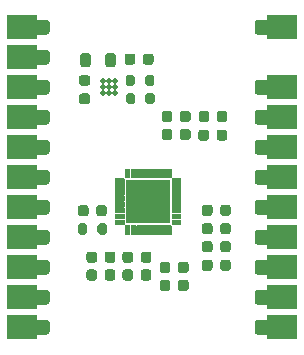
<source format=gts>
G04 #@! TF.GenerationSoftware,KiCad,Pcbnew,9.0.1+1*
G04 #@! TF.CreationDate,2025-11-12T15:34:33+00:00*
G04 #@! TF.ProjectId,audio-codec,61756469-6f2d-4636-9f64-65632e6b6963,rev?*
G04 #@! TF.SameCoordinates,Original*
G04 #@! TF.FileFunction,Soldermask,Top*
G04 #@! TF.FilePolarity,Negative*
%FSLAX46Y46*%
G04 Gerber Fmt 4.6, Leading zero omitted, Abs format (unit mm)*
G04 Created by KiCad (PCBNEW 9.0.1+1) date 2025-11-12 15:34:33*
%MOMM*%
%LPD*%
G01*
G04 APERTURE LIST*
%ADD10C,0.010000*%
%ADD11C,0.464000*%
%ADD12R,2.540000X2.000000*%
G04 APERTURE END LIST*
D10*
X85098570Y-66384241D02*
X81508570Y-66384241D01*
X81508570Y-62794241D01*
X85098570Y-62794241D01*
X85098570Y-66384241D01*
G36*
X85098570Y-66384241D02*
G01*
X81508570Y-66384241D01*
X81508570Y-62794241D01*
X85098570Y-62794241D01*
X85098570Y-66384241D01*
G37*
X81231570Y-62645241D02*
X81233570Y-62645241D01*
X81236570Y-62646241D01*
X81238570Y-62646241D01*
X81241570Y-62647241D01*
X81243570Y-62648241D01*
X81246570Y-62649241D01*
X81248570Y-62651241D01*
X81250570Y-62652241D01*
X81252570Y-62654241D01*
X81254570Y-62655241D01*
X81256570Y-62657241D01*
X81258570Y-62659241D01*
X81260570Y-62661241D01*
X81262570Y-62663241D01*
X81263570Y-62665241D01*
X81265570Y-62667241D01*
X81266570Y-62669241D01*
X81268570Y-62671241D01*
X81269570Y-62674241D01*
X81270570Y-62676241D01*
X81271570Y-62679241D01*
X81271570Y-62681241D01*
X81272570Y-62684241D01*
X81272570Y-62686241D01*
X81273570Y-62689241D01*
X81273570Y-62691241D01*
X81273570Y-62694241D01*
X81273570Y-62984241D01*
X81273570Y-62987241D01*
X81273570Y-62989241D01*
X81272570Y-62992241D01*
X81272570Y-62994241D01*
X81271570Y-62997241D01*
X81271570Y-62999241D01*
X81270570Y-63002241D01*
X81269570Y-63004241D01*
X81268570Y-63007241D01*
X81266570Y-63009241D01*
X81265570Y-63011241D01*
X81263570Y-63013241D01*
X81262570Y-63015241D01*
X81260570Y-63017241D01*
X81258570Y-63019241D01*
X81256570Y-63021241D01*
X81254570Y-63023241D01*
X81252570Y-63024241D01*
X81250570Y-63026241D01*
X81248570Y-63027241D01*
X81246570Y-63029241D01*
X81243570Y-63030241D01*
X81241570Y-63031241D01*
X81238570Y-63032241D01*
X81236570Y-63032241D01*
X81233570Y-63033241D01*
X81231570Y-63033241D01*
X81228570Y-63034241D01*
X81226570Y-63034241D01*
X81223570Y-63034241D01*
X80583570Y-63034241D01*
X80580570Y-63034241D01*
X80578570Y-63034241D01*
X80575570Y-63033241D01*
X80573570Y-63033241D01*
X80570570Y-63032241D01*
X80568570Y-63032241D01*
X80565570Y-63031241D01*
X80563570Y-63030241D01*
X80560570Y-63029241D01*
X80558570Y-63027241D01*
X80556570Y-63026241D01*
X80554570Y-63024241D01*
X80552570Y-63023241D01*
X80550570Y-63021241D01*
X80548570Y-63019241D01*
X80546570Y-63017241D01*
X80544570Y-63015241D01*
X80543570Y-63013241D01*
X80541570Y-63011241D01*
X80540570Y-63009241D01*
X80538570Y-63007241D01*
X80537570Y-63004241D01*
X80536570Y-63002241D01*
X80535570Y-62999241D01*
X80535570Y-62997241D01*
X80534570Y-62994241D01*
X80534570Y-62992241D01*
X80533570Y-62989241D01*
X80533570Y-62987241D01*
X80533570Y-62984241D01*
X80533570Y-62694241D01*
X80533570Y-62691241D01*
X80533570Y-62689241D01*
X80534570Y-62686241D01*
X80534570Y-62684241D01*
X80535570Y-62681241D01*
X80535570Y-62679241D01*
X80536570Y-62676241D01*
X80537570Y-62674241D01*
X80538570Y-62671241D01*
X80540570Y-62669241D01*
X80541570Y-62667241D01*
X80543570Y-62665241D01*
X80544570Y-62663241D01*
X80546570Y-62661241D01*
X80548570Y-62659241D01*
X80550570Y-62657241D01*
X80552570Y-62655241D01*
X80554570Y-62654241D01*
X80556570Y-62652241D01*
X80558570Y-62651241D01*
X80560570Y-62649241D01*
X80563570Y-62648241D01*
X80565570Y-62647241D01*
X80568570Y-62646241D01*
X80570570Y-62646241D01*
X80573570Y-62645241D01*
X80575570Y-62645241D01*
X80578570Y-62644241D01*
X80580570Y-62644241D01*
X80583570Y-62644241D01*
X81223570Y-62644241D01*
X81226570Y-62644241D01*
X81228570Y-62644241D01*
X81231570Y-62645241D01*
G36*
X81231570Y-62645241D02*
G01*
X81233570Y-62645241D01*
X81236570Y-62646241D01*
X81238570Y-62646241D01*
X81241570Y-62647241D01*
X81243570Y-62648241D01*
X81246570Y-62649241D01*
X81248570Y-62651241D01*
X81250570Y-62652241D01*
X81252570Y-62654241D01*
X81254570Y-62655241D01*
X81256570Y-62657241D01*
X81258570Y-62659241D01*
X81260570Y-62661241D01*
X81262570Y-62663241D01*
X81263570Y-62665241D01*
X81265570Y-62667241D01*
X81266570Y-62669241D01*
X81268570Y-62671241D01*
X81269570Y-62674241D01*
X81270570Y-62676241D01*
X81271570Y-62679241D01*
X81271570Y-62681241D01*
X81272570Y-62684241D01*
X81272570Y-62686241D01*
X81273570Y-62689241D01*
X81273570Y-62691241D01*
X81273570Y-62694241D01*
X81273570Y-62984241D01*
X81273570Y-62987241D01*
X81273570Y-62989241D01*
X81272570Y-62992241D01*
X81272570Y-62994241D01*
X81271570Y-62997241D01*
X81271570Y-62999241D01*
X81270570Y-63002241D01*
X81269570Y-63004241D01*
X81268570Y-63007241D01*
X81266570Y-63009241D01*
X81265570Y-63011241D01*
X81263570Y-63013241D01*
X81262570Y-63015241D01*
X81260570Y-63017241D01*
X81258570Y-63019241D01*
X81256570Y-63021241D01*
X81254570Y-63023241D01*
X81252570Y-63024241D01*
X81250570Y-63026241D01*
X81248570Y-63027241D01*
X81246570Y-63029241D01*
X81243570Y-63030241D01*
X81241570Y-63031241D01*
X81238570Y-63032241D01*
X81236570Y-63032241D01*
X81233570Y-63033241D01*
X81231570Y-63033241D01*
X81228570Y-63034241D01*
X81226570Y-63034241D01*
X81223570Y-63034241D01*
X80583570Y-63034241D01*
X80580570Y-63034241D01*
X80578570Y-63034241D01*
X80575570Y-63033241D01*
X80573570Y-63033241D01*
X80570570Y-63032241D01*
X80568570Y-63032241D01*
X80565570Y-63031241D01*
X80563570Y-63030241D01*
X80560570Y-63029241D01*
X80558570Y-63027241D01*
X80556570Y-63026241D01*
X80554570Y-63024241D01*
X80552570Y-63023241D01*
X80550570Y-63021241D01*
X80548570Y-63019241D01*
X80546570Y-63017241D01*
X80544570Y-63015241D01*
X80543570Y-63013241D01*
X80541570Y-63011241D01*
X80540570Y-63009241D01*
X80538570Y-63007241D01*
X80537570Y-63004241D01*
X80536570Y-63002241D01*
X80535570Y-62999241D01*
X80535570Y-62997241D01*
X80534570Y-62994241D01*
X80534570Y-62992241D01*
X80533570Y-62989241D01*
X80533570Y-62987241D01*
X80533570Y-62984241D01*
X80533570Y-62694241D01*
X80533570Y-62691241D01*
X80533570Y-62689241D01*
X80534570Y-62686241D01*
X80534570Y-62684241D01*
X80535570Y-62681241D01*
X80535570Y-62679241D01*
X80536570Y-62676241D01*
X80537570Y-62674241D01*
X80538570Y-62671241D01*
X80540570Y-62669241D01*
X80541570Y-62667241D01*
X80543570Y-62665241D01*
X80544570Y-62663241D01*
X80546570Y-62661241D01*
X80548570Y-62659241D01*
X80550570Y-62657241D01*
X80552570Y-62655241D01*
X80554570Y-62654241D01*
X80556570Y-62652241D01*
X80558570Y-62651241D01*
X80560570Y-62649241D01*
X80563570Y-62648241D01*
X80565570Y-62647241D01*
X80568570Y-62646241D01*
X80570570Y-62646241D01*
X80573570Y-62645241D01*
X80575570Y-62645241D01*
X80578570Y-62644241D01*
X80580570Y-62644241D01*
X80583570Y-62644241D01*
X81223570Y-62644241D01*
X81226570Y-62644241D01*
X81228570Y-62644241D01*
X81231570Y-62645241D01*
G37*
X81231570Y-63145241D02*
X81233570Y-63145241D01*
X81236570Y-63146241D01*
X81238570Y-63146241D01*
X81241570Y-63147241D01*
X81243570Y-63148241D01*
X81246570Y-63149241D01*
X81248570Y-63151241D01*
X81250570Y-63152241D01*
X81252570Y-63154241D01*
X81254570Y-63155241D01*
X81256570Y-63157241D01*
X81258570Y-63159241D01*
X81260570Y-63161241D01*
X81262570Y-63163241D01*
X81263570Y-63165241D01*
X81265570Y-63167241D01*
X81266570Y-63169241D01*
X81268570Y-63171241D01*
X81269570Y-63174241D01*
X81270570Y-63176241D01*
X81271570Y-63179241D01*
X81271570Y-63181241D01*
X81272570Y-63184241D01*
X81272570Y-63186241D01*
X81273570Y-63189241D01*
X81273570Y-63191241D01*
X81273570Y-63194241D01*
X81273570Y-63484241D01*
X81273570Y-63487241D01*
X81273570Y-63489241D01*
X81272570Y-63492241D01*
X81272570Y-63494241D01*
X81271570Y-63497241D01*
X81271570Y-63499241D01*
X81270570Y-63502241D01*
X81269570Y-63504241D01*
X81268570Y-63507241D01*
X81266570Y-63509241D01*
X81265570Y-63511241D01*
X81263570Y-63513241D01*
X81262570Y-63515241D01*
X81260570Y-63517241D01*
X81258570Y-63519241D01*
X81256570Y-63521241D01*
X81254570Y-63523241D01*
X81252570Y-63524241D01*
X81250570Y-63526241D01*
X81248570Y-63527241D01*
X81246570Y-63529241D01*
X81243570Y-63530241D01*
X81241570Y-63531241D01*
X81238570Y-63532241D01*
X81236570Y-63532241D01*
X81233570Y-63533241D01*
X81231570Y-63533241D01*
X81228570Y-63534241D01*
X81226570Y-63534241D01*
X81223570Y-63534241D01*
X80583570Y-63534241D01*
X80580570Y-63534241D01*
X80578570Y-63534241D01*
X80575570Y-63533241D01*
X80573570Y-63533241D01*
X80570570Y-63532241D01*
X80568570Y-63532241D01*
X80565570Y-63531241D01*
X80563570Y-63530241D01*
X80560570Y-63529241D01*
X80558570Y-63527241D01*
X80556570Y-63526241D01*
X80554570Y-63524241D01*
X80552570Y-63523241D01*
X80550570Y-63521241D01*
X80548570Y-63519241D01*
X80546570Y-63517241D01*
X80544570Y-63515241D01*
X80543570Y-63513241D01*
X80541570Y-63511241D01*
X80540570Y-63509241D01*
X80538570Y-63507241D01*
X80537570Y-63504241D01*
X80536570Y-63502241D01*
X80535570Y-63499241D01*
X80535570Y-63497241D01*
X80534570Y-63494241D01*
X80534570Y-63492241D01*
X80533570Y-63489241D01*
X80533570Y-63487241D01*
X80533570Y-63484241D01*
X80533570Y-63194241D01*
X80533570Y-63191241D01*
X80533570Y-63189241D01*
X80534570Y-63186241D01*
X80534570Y-63184241D01*
X80535570Y-63181241D01*
X80535570Y-63179241D01*
X80536570Y-63176241D01*
X80537570Y-63174241D01*
X80538570Y-63171241D01*
X80540570Y-63169241D01*
X80541570Y-63167241D01*
X80543570Y-63165241D01*
X80544570Y-63163241D01*
X80546570Y-63161241D01*
X80548570Y-63159241D01*
X80550570Y-63157241D01*
X80552570Y-63155241D01*
X80554570Y-63154241D01*
X80556570Y-63152241D01*
X80558570Y-63151241D01*
X80560570Y-63149241D01*
X80563570Y-63148241D01*
X80565570Y-63147241D01*
X80568570Y-63146241D01*
X80570570Y-63146241D01*
X80573570Y-63145241D01*
X80575570Y-63145241D01*
X80578570Y-63144241D01*
X80580570Y-63144241D01*
X80583570Y-63144241D01*
X81223570Y-63144241D01*
X81226570Y-63144241D01*
X81228570Y-63144241D01*
X81231570Y-63145241D01*
G36*
X81231570Y-63145241D02*
G01*
X81233570Y-63145241D01*
X81236570Y-63146241D01*
X81238570Y-63146241D01*
X81241570Y-63147241D01*
X81243570Y-63148241D01*
X81246570Y-63149241D01*
X81248570Y-63151241D01*
X81250570Y-63152241D01*
X81252570Y-63154241D01*
X81254570Y-63155241D01*
X81256570Y-63157241D01*
X81258570Y-63159241D01*
X81260570Y-63161241D01*
X81262570Y-63163241D01*
X81263570Y-63165241D01*
X81265570Y-63167241D01*
X81266570Y-63169241D01*
X81268570Y-63171241D01*
X81269570Y-63174241D01*
X81270570Y-63176241D01*
X81271570Y-63179241D01*
X81271570Y-63181241D01*
X81272570Y-63184241D01*
X81272570Y-63186241D01*
X81273570Y-63189241D01*
X81273570Y-63191241D01*
X81273570Y-63194241D01*
X81273570Y-63484241D01*
X81273570Y-63487241D01*
X81273570Y-63489241D01*
X81272570Y-63492241D01*
X81272570Y-63494241D01*
X81271570Y-63497241D01*
X81271570Y-63499241D01*
X81270570Y-63502241D01*
X81269570Y-63504241D01*
X81268570Y-63507241D01*
X81266570Y-63509241D01*
X81265570Y-63511241D01*
X81263570Y-63513241D01*
X81262570Y-63515241D01*
X81260570Y-63517241D01*
X81258570Y-63519241D01*
X81256570Y-63521241D01*
X81254570Y-63523241D01*
X81252570Y-63524241D01*
X81250570Y-63526241D01*
X81248570Y-63527241D01*
X81246570Y-63529241D01*
X81243570Y-63530241D01*
X81241570Y-63531241D01*
X81238570Y-63532241D01*
X81236570Y-63532241D01*
X81233570Y-63533241D01*
X81231570Y-63533241D01*
X81228570Y-63534241D01*
X81226570Y-63534241D01*
X81223570Y-63534241D01*
X80583570Y-63534241D01*
X80580570Y-63534241D01*
X80578570Y-63534241D01*
X80575570Y-63533241D01*
X80573570Y-63533241D01*
X80570570Y-63532241D01*
X80568570Y-63532241D01*
X80565570Y-63531241D01*
X80563570Y-63530241D01*
X80560570Y-63529241D01*
X80558570Y-63527241D01*
X80556570Y-63526241D01*
X80554570Y-63524241D01*
X80552570Y-63523241D01*
X80550570Y-63521241D01*
X80548570Y-63519241D01*
X80546570Y-63517241D01*
X80544570Y-63515241D01*
X80543570Y-63513241D01*
X80541570Y-63511241D01*
X80540570Y-63509241D01*
X80538570Y-63507241D01*
X80537570Y-63504241D01*
X80536570Y-63502241D01*
X80535570Y-63499241D01*
X80535570Y-63497241D01*
X80534570Y-63494241D01*
X80534570Y-63492241D01*
X80533570Y-63489241D01*
X80533570Y-63487241D01*
X80533570Y-63484241D01*
X80533570Y-63194241D01*
X80533570Y-63191241D01*
X80533570Y-63189241D01*
X80534570Y-63186241D01*
X80534570Y-63184241D01*
X80535570Y-63181241D01*
X80535570Y-63179241D01*
X80536570Y-63176241D01*
X80537570Y-63174241D01*
X80538570Y-63171241D01*
X80540570Y-63169241D01*
X80541570Y-63167241D01*
X80543570Y-63165241D01*
X80544570Y-63163241D01*
X80546570Y-63161241D01*
X80548570Y-63159241D01*
X80550570Y-63157241D01*
X80552570Y-63155241D01*
X80554570Y-63154241D01*
X80556570Y-63152241D01*
X80558570Y-63151241D01*
X80560570Y-63149241D01*
X80563570Y-63148241D01*
X80565570Y-63147241D01*
X80568570Y-63146241D01*
X80570570Y-63146241D01*
X80573570Y-63145241D01*
X80575570Y-63145241D01*
X80578570Y-63144241D01*
X80580570Y-63144241D01*
X80583570Y-63144241D01*
X81223570Y-63144241D01*
X81226570Y-63144241D01*
X81228570Y-63144241D01*
X81231570Y-63145241D01*
G37*
X81231570Y-63645241D02*
X81233570Y-63645241D01*
X81236570Y-63646241D01*
X81238570Y-63646241D01*
X81241570Y-63647241D01*
X81243570Y-63648241D01*
X81246570Y-63649241D01*
X81248570Y-63651241D01*
X81250570Y-63652241D01*
X81252570Y-63654241D01*
X81254570Y-63655241D01*
X81256570Y-63657241D01*
X81258570Y-63659241D01*
X81260570Y-63661241D01*
X81262570Y-63663241D01*
X81263570Y-63665241D01*
X81265570Y-63667241D01*
X81266570Y-63669241D01*
X81268570Y-63671241D01*
X81269570Y-63674241D01*
X81270570Y-63676241D01*
X81271570Y-63679241D01*
X81271570Y-63681241D01*
X81272570Y-63684241D01*
X81272570Y-63686241D01*
X81273570Y-63689241D01*
X81273570Y-63691241D01*
X81273570Y-63694241D01*
X81273570Y-63984241D01*
X81273570Y-63987241D01*
X81273570Y-63989241D01*
X81272570Y-63992241D01*
X81272570Y-63994241D01*
X81271570Y-63997241D01*
X81271570Y-63999241D01*
X81270570Y-64002241D01*
X81269570Y-64004241D01*
X81268570Y-64007241D01*
X81266570Y-64009241D01*
X81265570Y-64011241D01*
X81263570Y-64013241D01*
X81262570Y-64015241D01*
X81260570Y-64017241D01*
X81258570Y-64019241D01*
X81256570Y-64021241D01*
X81254570Y-64023241D01*
X81252570Y-64024241D01*
X81250570Y-64026241D01*
X81248570Y-64027241D01*
X81246570Y-64029241D01*
X81243570Y-64030241D01*
X81241570Y-64031241D01*
X81238570Y-64032241D01*
X81236570Y-64032241D01*
X81233570Y-64033241D01*
X81231570Y-64033241D01*
X81228570Y-64034241D01*
X81226570Y-64034241D01*
X81223570Y-64034241D01*
X80583570Y-64034241D01*
X80580570Y-64034241D01*
X80578570Y-64034241D01*
X80575570Y-64033241D01*
X80573570Y-64033241D01*
X80570570Y-64032241D01*
X80568570Y-64032241D01*
X80565570Y-64031241D01*
X80563570Y-64030241D01*
X80560570Y-64029241D01*
X80558570Y-64027241D01*
X80556570Y-64026241D01*
X80554570Y-64024241D01*
X80552570Y-64023241D01*
X80550570Y-64021241D01*
X80548570Y-64019241D01*
X80546570Y-64017241D01*
X80544570Y-64015241D01*
X80543570Y-64013241D01*
X80541570Y-64011241D01*
X80540570Y-64009241D01*
X80538570Y-64007241D01*
X80537570Y-64004241D01*
X80536570Y-64002241D01*
X80535570Y-63999241D01*
X80535570Y-63997241D01*
X80534570Y-63994241D01*
X80534570Y-63992241D01*
X80533570Y-63989241D01*
X80533570Y-63987241D01*
X80533570Y-63984241D01*
X80533570Y-63694241D01*
X80533570Y-63691241D01*
X80533570Y-63689241D01*
X80534570Y-63686241D01*
X80534570Y-63684241D01*
X80535570Y-63681241D01*
X80535570Y-63679241D01*
X80536570Y-63676241D01*
X80537570Y-63674241D01*
X80538570Y-63671241D01*
X80540570Y-63669241D01*
X80541570Y-63667241D01*
X80543570Y-63665241D01*
X80544570Y-63663241D01*
X80546570Y-63661241D01*
X80548570Y-63659241D01*
X80550570Y-63657241D01*
X80552570Y-63655241D01*
X80554570Y-63654241D01*
X80556570Y-63652241D01*
X80558570Y-63651241D01*
X80560570Y-63649241D01*
X80563570Y-63648241D01*
X80565570Y-63647241D01*
X80568570Y-63646241D01*
X80570570Y-63646241D01*
X80573570Y-63645241D01*
X80575570Y-63645241D01*
X80578570Y-63644241D01*
X80580570Y-63644241D01*
X80583570Y-63644241D01*
X81223570Y-63644241D01*
X81226570Y-63644241D01*
X81228570Y-63644241D01*
X81231570Y-63645241D01*
G36*
X81231570Y-63645241D02*
G01*
X81233570Y-63645241D01*
X81236570Y-63646241D01*
X81238570Y-63646241D01*
X81241570Y-63647241D01*
X81243570Y-63648241D01*
X81246570Y-63649241D01*
X81248570Y-63651241D01*
X81250570Y-63652241D01*
X81252570Y-63654241D01*
X81254570Y-63655241D01*
X81256570Y-63657241D01*
X81258570Y-63659241D01*
X81260570Y-63661241D01*
X81262570Y-63663241D01*
X81263570Y-63665241D01*
X81265570Y-63667241D01*
X81266570Y-63669241D01*
X81268570Y-63671241D01*
X81269570Y-63674241D01*
X81270570Y-63676241D01*
X81271570Y-63679241D01*
X81271570Y-63681241D01*
X81272570Y-63684241D01*
X81272570Y-63686241D01*
X81273570Y-63689241D01*
X81273570Y-63691241D01*
X81273570Y-63694241D01*
X81273570Y-63984241D01*
X81273570Y-63987241D01*
X81273570Y-63989241D01*
X81272570Y-63992241D01*
X81272570Y-63994241D01*
X81271570Y-63997241D01*
X81271570Y-63999241D01*
X81270570Y-64002241D01*
X81269570Y-64004241D01*
X81268570Y-64007241D01*
X81266570Y-64009241D01*
X81265570Y-64011241D01*
X81263570Y-64013241D01*
X81262570Y-64015241D01*
X81260570Y-64017241D01*
X81258570Y-64019241D01*
X81256570Y-64021241D01*
X81254570Y-64023241D01*
X81252570Y-64024241D01*
X81250570Y-64026241D01*
X81248570Y-64027241D01*
X81246570Y-64029241D01*
X81243570Y-64030241D01*
X81241570Y-64031241D01*
X81238570Y-64032241D01*
X81236570Y-64032241D01*
X81233570Y-64033241D01*
X81231570Y-64033241D01*
X81228570Y-64034241D01*
X81226570Y-64034241D01*
X81223570Y-64034241D01*
X80583570Y-64034241D01*
X80580570Y-64034241D01*
X80578570Y-64034241D01*
X80575570Y-64033241D01*
X80573570Y-64033241D01*
X80570570Y-64032241D01*
X80568570Y-64032241D01*
X80565570Y-64031241D01*
X80563570Y-64030241D01*
X80560570Y-64029241D01*
X80558570Y-64027241D01*
X80556570Y-64026241D01*
X80554570Y-64024241D01*
X80552570Y-64023241D01*
X80550570Y-64021241D01*
X80548570Y-64019241D01*
X80546570Y-64017241D01*
X80544570Y-64015241D01*
X80543570Y-64013241D01*
X80541570Y-64011241D01*
X80540570Y-64009241D01*
X80538570Y-64007241D01*
X80537570Y-64004241D01*
X80536570Y-64002241D01*
X80535570Y-63999241D01*
X80535570Y-63997241D01*
X80534570Y-63994241D01*
X80534570Y-63992241D01*
X80533570Y-63989241D01*
X80533570Y-63987241D01*
X80533570Y-63984241D01*
X80533570Y-63694241D01*
X80533570Y-63691241D01*
X80533570Y-63689241D01*
X80534570Y-63686241D01*
X80534570Y-63684241D01*
X80535570Y-63681241D01*
X80535570Y-63679241D01*
X80536570Y-63676241D01*
X80537570Y-63674241D01*
X80538570Y-63671241D01*
X80540570Y-63669241D01*
X80541570Y-63667241D01*
X80543570Y-63665241D01*
X80544570Y-63663241D01*
X80546570Y-63661241D01*
X80548570Y-63659241D01*
X80550570Y-63657241D01*
X80552570Y-63655241D01*
X80554570Y-63654241D01*
X80556570Y-63652241D01*
X80558570Y-63651241D01*
X80560570Y-63649241D01*
X80563570Y-63648241D01*
X80565570Y-63647241D01*
X80568570Y-63646241D01*
X80570570Y-63646241D01*
X80573570Y-63645241D01*
X80575570Y-63645241D01*
X80578570Y-63644241D01*
X80580570Y-63644241D01*
X80583570Y-63644241D01*
X81223570Y-63644241D01*
X81226570Y-63644241D01*
X81228570Y-63644241D01*
X81231570Y-63645241D01*
G37*
X81231570Y-64145241D02*
X81233570Y-64145241D01*
X81236570Y-64146241D01*
X81238570Y-64146241D01*
X81241570Y-64147241D01*
X81243570Y-64148241D01*
X81246570Y-64149241D01*
X81248570Y-64151241D01*
X81250570Y-64152241D01*
X81252570Y-64154241D01*
X81254570Y-64155241D01*
X81256570Y-64157241D01*
X81258570Y-64159241D01*
X81260570Y-64161241D01*
X81262570Y-64163241D01*
X81263570Y-64165241D01*
X81265570Y-64167241D01*
X81266570Y-64169241D01*
X81268570Y-64171241D01*
X81269570Y-64174241D01*
X81270570Y-64176241D01*
X81271570Y-64179241D01*
X81271570Y-64181241D01*
X81272570Y-64184241D01*
X81272570Y-64186241D01*
X81273570Y-64189241D01*
X81273570Y-64191241D01*
X81273570Y-64194241D01*
X81273570Y-64484241D01*
X81273570Y-64487241D01*
X81273570Y-64489241D01*
X81272570Y-64492241D01*
X81272570Y-64494241D01*
X81271570Y-64497241D01*
X81271570Y-64499241D01*
X81270570Y-64502241D01*
X81269570Y-64504241D01*
X81268570Y-64507241D01*
X81266570Y-64509241D01*
X81265570Y-64511241D01*
X81263570Y-64513241D01*
X81262570Y-64515241D01*
X81260570Y-64517241D01*
X81258570Y-64519241D01*
X81256570Y-64521241D01*
X81254570Y-64523241D01*
X81252570Y-64524241D01*
X81250570Y-64526241D01*
X81248570Y-64527241D01*
X81246570Y-64529241D01*
X81243570Y-64530241D01*
X81241570Y-64531241D01*
X81238570Y-64532241D01*
X81236570Y-64532241D01*
X81233570Y-64533241D01*
X81231570Y-64533241D01*
X81228570Y-64534241D01*
X81226570Y-64534241D01*
X81223570Y-64534241D01*
X80583570Y-64534241D01*
X80580570Y-64534241D01*
X80578570Y-64534241D01*
X80575570Y-64533241D01*
X80573570Y-64533241D01*
X80570570Y-64532241D01*
X80568570Y-64532241D01*
X80565570Y-64531241D01*
X80563570Y-64530241D01*
X80560570Y-64529241D01*
X80558570Y-64527241D01*
X80556570Y-64526241D01*
X80554570Y-64524241D01*
X80552570Y-64523241D01*
X80550570Y-64521241D01*
X80548570Y-64519241D01*
X80546570Y-64517241D01*
X80544570Y-64515241D01*
X80543570Y-64513241D01*
X80541570Y-64511241D01*
X80540570Y-64509241D01*
X80538570Y-64507241D01*
X80537570Y-64504241D01*
X80536570Y-64502241D01*
X80535570Y-64499241D01*
X80535570Y-64497241D01*
X80534570Y-64494241D01*
X80534570Y-64492241D01*
X80533570Y-64489241D01*
X80533570Y-64487241D01*
X80533570Y-64484241D01*
X80533570Y-64194241D01*
X80533570Y-64191241D01*
X80533570Y-64189241D01*
X80534570Y-64186241D01*
X80534570Y-64184241D01*
X80535570Y-64181241D01*
X80535570Y-64179241D01*
X80536570Y-64176241D01*
X80537570Y-64174241D01*
X80538570Y-64171241D01*
X80540570Y-64169241D01*
X80541570Y-64167241D01*
X80543570Y-64165241D01*
X80544570Y-64163241D01*
X80546570Y-64161241D01*
X80548570Y-64159241D01*
X80550570Y-64157241D01*
X80552570Y-64155241D01*
X80554570Y-64154241D01*
X80556570Y-64152241D01*
X80558570Y-64151241D01*
X80560570Y-64149241D01*
X80563570Y-64148241D01*
X80565570Y-64147241D01*
X80568570Y-64146241D01*
X80570570Y-64146241D01*
X80573570Y-64145241D01*
X80575570Y-64145241D01*
X80578570Y-64144241D01*
X80580570Y-64144241D01*
X80583570Y-64144241D01*
X81223570Y-64144241D01*
X81226570Y-64144241D01*
X81228570Y-64144241D01*
X81231570Y-64145241D01*
G36*
X81231570Y-64145241D02*
G01*
X81233570Y-64145241D01*
X81236570Y-64146241D01*
X81238570Y-64146241D01*
X81241570Y-64147241D01*
X81243570Y-64148241D01*
X81246570Y-64149241D01*
X81248570Y-64151241D01*
X81250570Y-64152241D01*
X81252570Y-64154241D01*
X81254570Y-64155241D01*
X81256570Y-64157241D01*
X81258570Y-64159241D01*
X81260570Y-64161241D01*
X81262570Y-64163241D01*
X81263570Y-64165241D01*
X81265570Y-64167241D01*
X81266570Y-64169241D01*
X81268570Y-64171241D01*
X81269570Y-64174241D01*
X81270570Y-64176241D01*
X81271570Y-64179241D01*
X81271570Y-64181241D01*
X81272570Y-64184241D01*
X81272570Y-64186241D01*
X81273570Y-64189241D01*
X81273570Y-64191241D01*
X81273570Y-64194241D01*
X81273570Y-64484241D01*
X81273570Y-64487241D01*
X81273570Y-64489241D01*
X81272570Y-64492241D01*
X81272570Y-64494241D01*
X81271570Y-64497241D01*
X81271570Y-64499241D01*
X81270570Y-64502241D01*
X81269570Y-64504241D01*
X81268570Y-64507241D01*
X81266570Y-64509241D01*
X81265570Y-64511241D01*
X81263570Y-64513241D01*
X81262570Y-64515241D01*
X81260570Y-64517241D01*
X81258570Y-64519241D01*
X81256570Y-64521241D01*
X81254570Y-64523241D01*
X81252570Y-64524241D01*
X81250570Y-64526241D01*
X81248570Y-64527241D01*
X81246570Y-64529241D01*
X81243570Y-64530241D01*
X81241570Y-64531241D01*
X81238570Y-64532241D01*
X81236570Y-64532241D01*
X81233570Y-64533241D01*
X81231570Y-64533241D01*
X81228570Y-64534241D01*
X81226570Y-64534241D01*
X81223570Y-64534241D01*
X80583570Y-64534241D01*
X80580570Y-64534241D01*
X80578570Y-64534241D01*
X80575570Y-64533241D01*
X80573570Y-64533241D01*
X80570570Y-64532241D01*
X80568570Y-64532241D01*
X80565570Y-64531241D01*
X80563570Y-64530241D01*
X80560570Y-64529241D01*
X80558570Y-64527241D01*
X80556570Y-64526241D01*
X80554570Y-64524241D01*
X80552570Y-64523241D01*
X80550570Y-64521241D01*
X80548570Y-64519241D01*
X80546570Y-64517241D01*
X80544570Y-64515241D01*
X80543570Y-64513241D01*
X80541570Y-64511241D01*
X80540570Y-64509241D01*
X80538570Y-64507241D01*
X80537570Y-64504241D01*
X80536570Y-64502241D01*
X80535570Y-64499241D01*
X80535570Y-64497241D01*
X80534570Y-64494241D01*
X80534570Y-64492241D01*
X80533570Y-64489241D01*
X80533570Y-64487241D01*
X80533570Y-64484241D01*
X80533570Y-64194241D01*
X80533570Y-64191241D01*
X80533570Y-64189241D01*
X80534570Y-64186241D01*
X80534570Y-64184241D01*
X80535570Y-64181241D01*
X80535570Y-64179241D01*
X80536570Y-64176241D01*
X80537570Y-64174241D01*
X80538570Y-64171241D01*
X80540570Y-64169241D01*
X80541570Y-64167241D01*
X80543570Y-64165241D01*
X80544570Y-64163241D01*
X80546570Y-64161241D01*
X80548570Y-64159241D01*
X80550570Y-64157241D01*
X80552570Y-64155241D01*
X80554570Y-64154241D01*
X80556570Y-64152241D01*
X80558570Y-64151241D01*
X80560570Y-64149241D01*
X80563570Y-64148241D01*
X80565570Y-64147241D01*
X80568570Y-64146241D01*
X80570570Y-64146241D01*
X80573570Y-64145241D01*
X80575570Y-64145241D01*
X80578570Y-64144241D01*
X80580570Y-64144241D01*
X80583570Y-64144241D01*
X81223570Y-64144241D01*
X81226570Y-64144241D01*
X81228570Y-64144241D01*
X81231570Y-64145241D01*
G37*
X81231570Y-64645241D02*
X81233570Y-64645241D01*
X81236570Y-64646241D01*
X81238570Y-64646241D01*
X81241570Y-64647241D01*
X81243570Y-64648241D01*
X81246570Y-64649241D01*
X81248570Y-64651241D01*
X81250570Y-64652241D01*
X81252570Y-64654241D01*
X81254570Y-64655241D01*
X81256570Y-64657241D01*
X81258570Y-64659241D01*
X81260570Y-64661241D01*
X81262570Y-64663241D01*
X81263570Y-64665241D01*
X81265570Y-64667241D01*
X81266570Y-64669241D01*
X81268570Y-64671241D01*
X81269570Y-64674241D01*
X81270570Y-64676241D01*
X81271570Y-64679241D01*
X81271570Y-64681241D01*
X81272570Y-64684241D01*
X81272570Y-64686241D01*
X81273570Y-64689241D01*
X81273570Y-64691241D01*
X81273570Y-64694241D01*
X81273570Y-64984241D01*
X81273570Y-64987241D01*
X81273570Y-64989241D01*
X81272570Y-64992241D01*
X81272570Y-64994241D01*
X81271570Y-64997241D01*
X81271570Y-64999241D01*
X81270570Y-65002241D01*
X81269570Y-65004241D01*
X81268570Y-65007241D01*
X81266570Y-65009241D01*
X81265570Y-65011241D01*
X81263570Y-65013241D01*
X81262570Y-65015241D01*
X81260570Y-65017241D01*
X81258570Y-65019241D01*
X81256570Y-65021241D01*
X81254570Y-65023241D01*
X81252570Y-65024241D01*
X81250570Y-65026241D01*
X81248570Y-65027241D01*
X81246570Y-65029241D01*
X81243570Y-65030241D01*
X81241570Y-65031241D01*
X81238570Y-65032241D01*
X81236570Y-65032241D01*
X81233570Y-65033241D01*
X81231570Y-65033241D01*
X81228570Y-65034241D01*
X81226570Y-65034241D01*
X81223570Y-65034241D01*
X80583570Y-65034241D01*
X80580570Y-65034241D01*
X80578570Y-65034241D01*
X80575570Y-65033241D01*
X80573570Y-65033241D01*
X80570570Y-65032241D01*
X80568570Y-65032241D01*
X80565570Y-65031241D01*
X80563570Y-65030241D01*
X80560570Y-65029241D01*
X80558570Y-65027241D01*
X80556570Y-65026241D01*
X80554570Y-65024241D01*
X80552570Y-65023241D01*
X80550570Y-65021241D01*
X80548570Y-65019241D01*
X80546570Y-65017241D01*
X80544570Y-65015241D01*
X80543570Y-65013241D01*
X80541570Y-65011241D01*
X80540570Y-65009241D01*
X80538570Y-65007241D01*
X80537570Y-65004241D01*
X80536570Y-65002241D01*
X80535570Y-64999241D01*
X80535570Y-64997241D01*
X80534570Y-64994241D01*
X80534570Y-64992241D01*
X80533570Y-64989241D01*
X80533570Y-64987241D01*
X80533570Y-64984241D01*
X80533570Y-64694241D01*
X80533570Y-64691241D01*
X80533570Y-64689241D01*
X80534570Y-64686241D01*
X80534570Y-64684241D01*
X80535570Y-64681241D01*
X80535570Y-64679241D01*
X80536570Y-64676241D01*
X80537570Y-64674241D01*
X80538570Y-64671241D01*
X80540570Y-64669241D01*
X80541570Y-64667241D01*
X80543570Y-64665241D01*
X80544570Y-64663241D01*
X80546570Y-64661241D01*
X80548570Y-64659241D01*
X80550570Y-64657241D01*
X80552570Y-64655241D01*
X80554570Y-64654241D01*
X80556570Y-64652241D01*
X80558570Y-64651241D01*
X80560570Y-64649241D01*
X80563570Y-64648241D01*
X80565570Y-64647241D01*
X80568570Y-64646241D01*
X80570570Y-64646241D01*
X80573570Y-64645241D01*
X80575570Y-64645241D01*
X80578570Y-64644241D01*
X80580570Y-64644241D01*
X80583570Y-64644241D01*
X81223570Y-64644241D01*
X81226570Y-64644241D01*
X81228570Y-64644241D01*
X81231570Y-64645241D01*
G36*
X81231570Y-64645241D02*
G01*
X81233570Y-64645241D01*
X81236570Y-64646241D01*
X81238570Y-64646241D01*
X81241570Y-64647241D01*
X81243570Y-64648241D01*
X81246570Y-64649241D01*
X81248570Y-64651241D01*
X81250570Y-64652241D01*
X81252570Y-64654241D01*
X81254570Y-64655241D01*
X81256570Y-64657241D01*
X81258570Y-64659241D01*
X81260570Y-64661241D01*
X81262570Y-64663241D01*
X81263570Y-64665241D01*
X81265570Y-64667241D01*
X81266570Y-64669241D01*
X81268570Y-64671241D01*
X81269570Y-64674241D01*
X81270570Y-64676241D01*
X81271570Y-64679241D01*
X81271570Y-64681241D01*
X81272570Y-64684241D01*
X81272570Y-64686241D01*
X81273570Y-64689241D01*
X81273570Y-64691241D01*
X81273570Y-64694241D01*
X81273570Y-64984241D01*
X81273570Y-64987241D01*
X81273570Y-64989241D01*
X81272570Y-64992241D01*
X81272570Y-64994241D01*
X81271570Y-64997241D01*
X81271570Y-64999241D01*
X81270570Y-65002241D01*
X81269570Y-65004241D01*
X81268570Y-65007241D01*
X81266570Y-65009241D01*
X81265570Y-65011241D01*
X81263570Y-65013241D01*
X81262570Y-65015241D01*
X81260570Y-65017241D01*
X81258570Y-65019241D01*
X81256570Y-65021241D01*
X81254570Y-65023241D01*
X81252570Y-65024241D01*
X81250570Y-65026241D01*
X81248570Y-65027241D01*
X81246570Y-65029241D01*
X81243570Y-65030241D01*
X81241570Y-65031241D01*
X81238570Y-65032241D01*
X81236570Y-65032241D01*
X81233570Y-65033241D01*
X81231570Y-65033241D01*
X81228570Y-65034241D01*
X81226570Y-65034241D01*
X81223570Y-65034241D01*
X80583570Y-65034241D01*
X80580570Y-65034241D01*
X80578570Y-65034241D01*
X80575570Y-65033241D01*
X80573570Y-65033241D01*
X80570570Y-65032241D01*
X80568570Y-65032241D01*
X80565570Y-65031241D01*
X80563570Y-65030241D01*
X80560570Y-65029241D01*
X80558570Y-65027241D01*
X80556570Y-65026241D01*
X80554570Y-65024241D01*
X80552570Y-65023241D01*
X80550570Y-65021241D01*
X80548570Y-65019241D01*
X80546570Y-65017241D01*
X80544570Y-65015241D01*
X80543570Y-65013241D01*
X80541570Y-65011241D01*
X80540570Y-65009241D01*
X80538570Y-65007241D01*
X80537570Y-65004241D01*
X80536570Y-65002241D01*
X80535570Y-64999241D01*
X80535570Y-64997241D01*
X80534570Y-64994241D01*
X80534570Y-64992241D01*
X80533570Y-64989241D01*
X80533570Y-64987241D01*
X80533570Y-64984241D01*
X80533570Y-64694241D01*
X80533570Y-64691241D01*
X80533570Y-64689241D01*
X80534570Y-64686241D01*
X80534570Y-64684241D01*
X80535570Y-64681241D01*
X80535570Y-64679241D01*
X80536570Y-64676241D01*
X80537570Y-64674241D01*
X80538570Y-64671241D01*
X80540570Y-64669241D01*
X80541570Y-64667241D01*
X80543570Y-64665241D01*
X80544570Y-64663241D01*
X80546570Y-64661241D01*
X80548570Y-64659241D01*
X80550570Y-64657241D01*
X80552570Y-64655241D01*
X80554570Y-64654241D01*
X80556570Y-64652241D01*
X80558570Y-64651241D01*
X80560570Y-64649241D01*
X80563570Y-64648241D01*
X80565570Y-64647241D01*
X80568570Y-64646241D01*
X80570570Y-64646241D01*
X80573570Y-64645241D01*
X80575570Y-64645241D01*
X80578570Y-64644241D01*
X80580570Y-64644241D01*
X80583570Y-64644241D01*
X81223570Y-64644241D01*
X81226570Y-64644241D01*
X81228570Y-64644241D01*
X81231570Y-64645241D01*
G37*
X81231570Y-65145241D02*
X81233570Y-65145241D01*
X81236570Y-65146241D01*
X81238570Y-65146241D01*
X81241570Y-65147241D01*
X81243570Y-65148241D01*
X81246570Y-65149241D01*
X81248570Y-65151241D01*
X81250570Y-65152241D01*
X81252570Y-65154241D01*
X81254570Y-65155241D01*
X81256570Y-65157241D01*
X81258570Y-65159241D01*
X81260570Y-65161241D01*
X81262570Y-65163241D01*
X81263570Y-65165241D01*
X81265570Y-65167241D01*
X81266570Y-65169241D01*
X81268570Y-65171241D01*
X81269570Y-65174241D01*
X81270570Y-65176241D01*
X81271570Y-65179241D01*
X81271570Y-65181241D01*
X81272570Y-65184241D01*
X81272570Y-65186241D01*
X81273570Y-65189241D01*
X81273570Y-65191241D01*
X81273570Y-65194241D01*
X81273570Y-65484241D01*
X81273570Y-65487241D01*
X81273570Y-65489241D01*
X81272570Y-65492241D01*
X81272570Y-65494241D01*
X81271570Y-65497241D01*
X81271570Y-65499241D01*
X81270570Y-65502241D01*
X81269570Y-65504241D01*
X81268570Y-65507241D01*
X81266570Y-65509241D01*
X81265570Y-65511241D01*
X81263570Y-65513241D01*
X81262570Y-65515241D01*
X81260570Y-65517241D01*
X81258570Y-65519241D01*
X81256570Y-65521241D01*
X81254570Y-65523241D01*
X81252570Y-65524241D01*
X81250570Y-65526241D01*
X81248570Y-65527241D01*
X81246570Y-65529241D01*
X81243570Y-65530241D01*
X81241570Y-65531241D01*
X81238570Y-65532241D01*
X81236570Y-65532241D01*
X81233570Y-65533241D01*
X81231570Y-65533241D01*
X81228570Y-65534241D01*
X81226570Y-65534241D01*
X81223570Y-65534241D01*
X80583570Y-65534241D01*
X80580570Y-65534241D01*
X80578570Y-65534241D01*
X80575570Y-65533241D01*
X80573570Y-65533241D01*
X80570570Y-65532241D01*
X80568570Y-65532241D01*
X80565570Y-65531241D01*
X80563570Y-65530241D01*
X80560570Y-65529241D01*
X80558570Y-65527241D01*
X80556570Y-65526241D01*
X80554570Y-65524241D01*
X80552570Y-65523241D01*
X80550570Y-65521241D01*
X80548570Y-65519241D01*
X80546570Y-65517241D01*
X80544570Y-65515241D01*
X80543570Y-65513241D01*
X80541570Y-65511241D01*
X80540570Y-65509241D01*
X80538570Y-65507241D01*
X80537570Y-65504241D01*
X80536570Y-65502241D01*
X80535570Y-65499241D01*
X80535570Y-65497241D01*
X80534570Y-65494241D01*
X80534570Y-65492241D01*
X80533570Y-65489241D01*
X80533570Y-65487241D01*
X80533570Y-65484241D01*
X80533570Y-65194241D01*
X80533570Y-65191241D01*
X80533570Y-65189241D01*
X80534570Y-65186241D01*
X80534570Y-65184241D01*
X80535570Y-65181241D01*
X80535570Y-65179241D01*
X80536570Y-65176241D01*
X80537570Y-65174241D01*
X80538570Y-65171241D01*
X80540570Y-65169241D01*
X80541570Y-65167241D01*
X80543570Y-65165241D01*
X80544570Y-65163241D01*
X80546570Y-65161241D01*
X80548570Y-65159241D01*
X80550570Y-65157241D01*
X80552570Y-65155241D01*
X80554570Y-65154241D01*
X80556570Y-65152241D01*
X80558570Y-65151241D01*
X80560570Y-65149241D01*
X80563570Y-65148241D01*
X80565570Y-65147241D01*
X80568570Y-65146241D01*
X80570570Y-65146241D01*
X80573570Y-65145241D01*
X80575570Y-65145241D01*
X80578570Y-65144241D01*
X80580570Y-65144241D01*
X80583570Y-65144241D01*
X81223570Y-65144241D01*
X81226570Y-65144241D01*
X81228570Y-65144241D01*
X81231570Y-65145241D01*
G36*
X81231570Y-65145241D02*
G01*
X81233570Y-65145241D01*
X81236570Y-65146241D01*
X81238570Y-65146241D01*
X81241570Y-65147241D01*
X81243570Y-65148241D01*
X81246570Y-65149241D01*
X81248570Y-65151241D01*
X81250570Y-65152241D01*
X81252570Y-65154241D01*
X81254570Y-65155241D01*
X81256570Y-65157241D01*
X81258570Y-65159241D01*
X81260570Y-65161241D01*
X81262570Y-65163241D01*
X81263570Y-65165241D01*
X81265570Y-65167241D01*
X81266570Y-65169241D01*
X81268570Y-65171241D01*
X81269570Y-65174241D01*
X81270570Y-65176241D01*
X81271570Y-65179241D01*
X81271570Y-65181241D01*
X81272570Y-65184241D01*
X81272570Y-65186241D01*
X81273570Y-65189241D01*
X81273570Y-65191241D01*
X81273570Y-65194241D01*
X81273570Y-65484241D01*
X81273570Y-65487241D01*
X81273570Y-65489241D01*
X81272570Y-65492241D01*
X81272570Y-65494241D01*
X81271570Y-65497241D01*
X81271570Y-65499241D01*
X81270570Y-65502241D01*
X81269570Y-65504241D01*
X81268570Y-65507241D01*
X81266570Y-65509241D01*
X81265570Y-65511241D01*
X81263570Y-65513241D01*
X81262570Y-65515241D01*
X81260570Y-65517241D01*
X81258570Y-65519241D01*
X81256570Y-65521241D01*
X81254570Y-65523241D01*
X81252570Y-65524241D01*
X81250570Y-65526241D01*
X81248570Y-65527241D01*
X81246570Y-65529241D01*
X81243570Y-65530241D01*
X81241570Y-65531241D01*
X81238570Y-65532241D01*
X81236570Y-65532241D01*
X81233570Y-65533241D01*
X81231570Y-65533241D01*
X81228570Y-65534241D01*
X81226570Y-65534241D01*
X81223570Y-65534241D01*
X80583570Y-65534241D01*
X80580570Y-65534241D01*
X80578570Y-65534241D01*
X80575570Y-65533241D01*
X80573570Y-65533241D01*
X80570570Y-65532241D01*
X80568570Y-65532241D01*
X80565570Y-65531241D01*
X80563570Y-65530241D01*
X80560570Y-65529241D01*
X80558570Y-65527241D01*
X80556570Y-65526241D01*
X80554570Y-65524241D01*
X80552570Y-65523241D01*
X80550570Y-65521241D01*
X80548570Y-65519241D01*
X80546570Y-65517241D01*
X80544570Y-65515241D01*
X80543570Y-65513241D01*
X80541570Y-65511241D01*
X80540570Y-65509241D01*
X80538570Y-65507241D01*
X80537570Y-65504241D01*
X80536570Y-65502241D01*
X80535570Y-65499241D01*
X80535570Y-65497241D01*
X80534570Y-65494241D01*
X80534570Y-65492241D01*
X80533570Y-65489241D01*
X80533570Y-65487241D01*
X80533570Y-65484241D01*
X80533570Y-65194241D01*
X80533570Y-65191241D01*
X80533570Y-65189241D01*
X80534570Y-65186241D01*
X80534570Y-65184241D01*
X80535570Y-65181241D01*
X80535570Y-65179241D01*
X80536570Y-65176241D01*
X80537570Y-65174241D01*
X80538570Y-65171241D01*
X80540570Y-65169241D01*
X80541570Y-65167241D01*
X80543570Y-65165241D01*
X80544570Y-65163241D01*
X80546570Y-65161241D01*
X80548570Y-65159241D01*
X80550570Y-65157241D01*
X80552570Y-65155241D01*
X80554570Y-65154241D01*
X80556570Y-65152241D01*
X80558570Y-65151241D01*
X80560570Y-65149241D01*
X80563570Y-65148241D01*
X80565570Y-65147241D01*
X80568570Y-65146241D01*
X80570570Y-65146241D01*
X80573570Y-65145241D01*
X80575570Y-65145241D01*
X80578570Y-65144241D01*
X80580570Y-65144241D01*
X80583570Y-65144241D01*
X81223570Y-65144241D01*
X81226570Y-65144241D01*
X81228570Y-65144241D01*
X81231570Y-65145241D01*
G37*
X81231570Y-65645241D02*
X81233570Y-65645241D01*
X81236570Y-65646241D01*
X81238570Y-65646241D01*
X81241570Y-65647241D01*
X81243570Y-65648241D01*
X81246570Y-65649241D01*
X81248570Y-65651241D01*
X81250570Y-65652241D01*
X81252570Y-65654241D01*
X81254570Y-65655241D01*
X81256570Y-65657241D01*
X81258570Y-65659241D01*
X81260570Y-65661241D01*
X81262570Y-65663241D01*
X81263570Y-65665241D01*
X81265570Y-65667241D01*
X81266570Y-65669241D01*
X81268570Y-65671241D01*
X81269570Y-65674241D01*
X81270570Y-65676241D01*
X81271570Y-65679241D01*
X81271570Y-65681241D01*
X81272570Y-65684241D01*
X81272570Y-65686241D01*
X81273570Y-65689241D01*
X81273570Y-65691241D01*
X81273570Y-65694241D01*
X81273570Y-65984241D01*
X81273570Y-65987241D01*
X81273570Y-65989241D01*
X81272570Y-65992241D01*
X81272570Y-65994241D01*
X81271570Y-65997241D01*
X81271570Y-65999241D01*
X81270570Y-66002241D01*
X81269570Y-66004241D01*
X81268570Y-66007241D01*
X81266570Y-66009241D01*
X81265570Y-66011241D01*
X81263570Y-66013241D01*
X81262570Y-66015241D01*
X81260570Y-66017241D01*
X81258570Y-66019241D01*
X81256570Y-66021241D01*
X81254570Y-66023241D01*
X81252570Y-66024241D01*
X81250570Y-66026241D01*
X81248570Y-66027241D01*
X81246570Y-66029241D01*
X81243570Y-66030241D01*
X81241570Y-66031241D01*
X81238570Y-66032241D01*
X81236570Y-66032241D01*
X81233570Y-66033241D01*
X81231570Y-66033241D01*
X81228570Y-66034241D01*
X81226570Y-66034241D01*
X81223570Y-66034241D01*
X80583570Y-66034241D01*
X80580570Y-66034241D01*
X80578570Y-66034241D01*
X80575570Y-66033241D01*
X80573570Y-66033241D01*
X80570570Y-66032241D01*
X80568570Y-66032241D01*
X80565570Y-66031241D01*
X80563570Y-66030241D01*
X80560570Y-66029241D01*
X80558570Y-66027241D01*
X80556570Y-66026241D01*
X80554570Y-66024241D01*
X80552570Y-66023241D01*
X80550570Y-66021241D01*
X80548570Y-66019241D01*
X80546570Y-66017241D01*
X80544570Y-66015241D01*
X80543570Y-66013241D01*
X80541570Y-66011241D01*
X80540570Y-66009241D01*
X80538570Y-66007241D01*
X80537570Y-66004241D01*
X80536570Y-66002241D01*
X80535570Y-65999241D01*
X80535570Y-65997241D01*
X80534570Y-65994241D01*
X80534570Y-65992241D01*
X80533570Y-65989241D01*
X80533570Y-65987241D01*
X80533570Y-65984241D01*
X80533570Y-65694241D01*
X80533570Y-65691241D01*
X80533570Y-65689241D01*
X80534570Y-65686241D01*
X80534570Y-65684241D01*
X80535570Y-65681241D01*
X80535570Y-65679241D01*
X80536570Y-65676241D01*
X80537570Y-65674241D01*
X80538570Y-65671241D01*
X80540570Y-65669241D01*
X80541570Y-65667241D01*
X80543570Y-65665241D01*
X80544570Y-65663241D01*
X80546570Y-65661241D01*
X80548570Y-65659241D01*
X80550570Y-65657241D01*
X80552570Y-65655241D01*
X80554570Y-65654241D01*
X80556570Y-65652241D01*
X80558570Y-65651241D01*
X80560570Y-65649241D01*
X80563570Y-65648241D01*
X80565570Y-65647241D01*
X80568570Y-65646241D01*
X80570570Y-65646241D01*
X80573570Y-65645241D01*
X80575570Y-65645241D01*
X80578570Y-65644241D01*
X80580570Y-65644241D01*
X80583570Y-65644241D01*
X81223570Y-65644241D01*
X81226570Y-65644241D01*
X81228570Y-65644241D01*
X81231570Y-65645241D01*
G36*
X81231570Y-65645241D02*
G01*
X81233570Y-65645241D01*
X81236570Y-65646241D01*
X81238570Y-65646241D01*
X81241570Y-65647241D01*
X81243570Y-65648241D01*
X81246570Y-65649241D01*
X81248570Y-65651241D01*
X81250570Y-65652241D01*
X81252570Y-65654241D01*
X81254570Y-65655241D01*
X81256570Y-65657241D01*
X81258570Y-65659241D01*
X81260570Y-65661241D01*
X81262570Y-65663241D01*
X81263570Y-65665241D01*
X81265570Y-65667241D01*
X81266570Y-65669241D01*
X81268570Y-65671241D01*
X81269570Y-65674241D01*
X81270570Y-65676241D01*
X81271570Y-65679241D01*
X81271570Y-65681241D01*
X81272570Y-65684241D01*
X81272570Y-65686241D01*
X81273570Y-65689241D01*
X81273570Y-65691241D01*
X81273570Y-65694241D01*
X81273570Y-65984241D01*
X81273570Y-65987241D01*
X81273570Y-65989241D01*
X81272570Y-65992241D01*
X81272570Y-65994241D01*
X81271570Y-65997241D01*
X81271570Y-65999241D01*
X81270570Y-66002241D01*
X81269570Y-66004241D01*
X81268570Y-66007241D01*
X81266570Y-66009241D01*
X81265570Y-66011241D01*
X81263570Y-66013241D01*
X81262570Y-66015241D01*
X81260570Y-66017241D01*
X81258570Y-66019241D01*
X81256570Y-66021241D01*
X81254570Y-66023241D01*
X81252570Y-66024241D01*
X81250570Y-66026241D01*
X81248570Y-66027241D01*
X81246570Y-66029241D01*
X81243570Y-66030241D01*
X81241570Y-66031241D01*
X81238570Y-66032241D01*
X81236570Y-66032241D01*
X81233570Y-66033241D01*
X81231570Y-66033241D01*
X81228570Y-66034241D01*
X81226570Y-66034241D01*
X81223570Y-66034241D01*
X80583570Y-66034241D01*
X80580570Y-66034241D01*
X80578570Y-66034241D01*
X80575570Y-66033241D01*
X80573570Y-66033241D01*
X80570570Y-66032241D01*
X80568570Y-66032241D01*
X80565570Y-66031241D01*
X80563570Y-66030241D01*
X80560570Y-66029241D01*
X80558570Y-66027241D01*
X80556570Y-66026241D01*
X80554570Y-66024241D01*
X80552570Y-66023241D01*
X80550570Y-66021241D01*
X80548570Y-66019241D01*
X80546570Y-66017241D01*
X80544570Y-66015241D01*
X80543570Y-66013241D01*
X80541570Y-66011241D01*
X80540570Y-66009241D01*
X80538570Y-66007241D01*
X80537570Y-66004241D01*
X80536570Y-66002241D01*
X80535570Y-65999241D01*
X80535570Y-65997241D01*
X80534570Y-65994241D01*
X80534570Y-65992241D01*
X80533570Y-65989241D01*
X80533570Y-65987241D01*
X80533570Y-65984241D01*
X80533570Y-65694241D01*
X80533570Y-65691241D01*
X80533570Y-65689241D01*
X80534570Y-65686241D01*
X80534570Y-65684241D01*
X80535570Y-65681241D01*
X80535570Y-65679241D01*
X80536570Y-65676241D01*
X80537570Y-65674241D01*
X80538570Y-65671241D01*
X80540570Y-65669241D01*
X80541570Y-65667241D01*
X80543570Y-65665241D01*
X80544570Y-65663241D01*
X80546570Y-65661241D01*
X80548570Y-65659241D01*
X80550570Y-65657241D01*
X80552570Y-65655241D01*
X80554570Y-65654241D01*
X80556570Y-65652241D01*
X80558570Y-65651241D01*
X80560570Y-65649241D01*
X80563570Y-65648241D01*
X80565570Y-65647241D01*
X80568570Y-65646241D01*
X80570570Y-65646241D01*
X80573570Y-65645241D01*
X80575570Y-65645241D01*
X80578570Y-65644241D01*
X80580570Y-65644241D01*
X80583570Y-65644241D01*
X81223570Y-65644241D01*
X81226570Y-65644241D01*
X81228570Y-65644241D01*
X81231570Y-65645241D01*
G37*
X81231570Y-66145241D02*
X81233570Y-66145241D01*
X81236570Y-66146241D01*
X81238570Y-66146241D01*
X81241570Y-66147241D01*
X81243570Y-66148241D01*
X81246570Y-66149241D01*
X81248570Y-66151241D01*
X81250570Y-66152241D01*
X81252570Y-66154241D01*
X81254570Y-66155241D01*
X81256570Y-66157241D01*
X81258570Y-66159241D01*
X81260570Y-66161241D01*
X81262570Y-66163241D01*
X81263570Y-66165241D01*
X81265570Y-66167241D01*
X81266570Y-66169241D01*
X81268570Y-66171241D01*
X81269570Y-66174241D01*
X81270570Y-66176241D01*
X81271570Y-66179241D01*
X81271570Y-66181241D01*
X81272570Y-66184241D01*
X81272570Y-66186241D01*
X81273570Y-66189241D01*
X81273570Y-66191241D01*
X81273570Y-66194241D01*
X81273570Y-66484241D01*
X81273570Y-66487241D01*
X81273570Y-66489241D01*
X81272570Y-66492241D01*
X81272570Y-66494241D01*
X81271570Y-66497241D01*
X81271570Y-66499241D01*
X81270570Y-66502241D01*
X81269570Y-66504241D01*
X81268570Y-66507241D01*
X81266570Y-66509241D01*
X81265570Y-66511241D01*
X81263570Y-66513241D01*
X81262570Y-66515241D01*
X81260570Y-66517241D01*
X81258570Y-66519241D01*
X81256570Y-66521241D01*
X81254570Y-66523241D01*
X81252570Y-66524241D01*
X81250570Y-66526241D01*
X81248570Y-66527241D01*
X81246570Y-66529241D01*
X81243570Y-66530241D01*
X81241570Y-66531241D01*
X81238570Y-66532241D01*
X81236570Y-66532241D01*
X81233570Y-66533241D01*
X81231570Y-66533241D01*
X81228570Y-66534241D01*
X81226570Y-66534241D01*
X81223570Y-66534241D01*
X80583570Y-66534241D01*
X80580570Y-66534241D01*
X80578570Y-66534241D01*
X80575570Y-66533241D01*
X80573570Y-66533241D01*
X80570570Y-66532241D01*
X80568570Y-66532241D01*
X80565570Y-66531241D01*
X80563570Y-66530241D01*
X80560570Y-66529241D01*
X80558570Y-66527241D01*
X80556570Y-66526241D01*
X80554570Y-66524241D01*
X80552570Y-66523241D01*
X80550570Y-66521241D01*
X80548570Y-66519241D01*
X80546570Y-66517241D01*
X80544570Y-66515241D01*
X80543570Y-66513241D01*
X80541570Y-66511241D01*
X80540570Y-66509241D01*
X80538570Y-66507241D01*
X80537570Y-66504241D01*
X80536570Y-66502241D01*
X80535570Y-66499241D01*
X80535570Y-66497241D01*
X80534570Y-66494241D01*
X80534570Y-66492241D01*
X80533570Y-66489241D01*
X80533570Y-66487241D01*
X80533570Y-66484241D01*
X80533570Y-66194241D01*
X80533570Y-66191241D01*
X80533570Y-66189241D01*
X80534570Y-66186241D01*
X80534570Y-66184241D01*
X80535570Y-66181241D01*
X80535570Y-66179241D01*
X80536570Y-66176241D01*
X80537570Y-66174241D01*
X80538570Y-66171241D01*
X80540570Y-66169241D01*
X80541570Y-66167241D01*
X80543570Y-66165241D01*
X80544570Y-66163241D01*
X80546570Y-66161241D01*
X80548570Y-66159241D01*
X80550570Y-66157241D01*
X80552570Y-66155241D01*
X80554570Y-66154241D01*
X80556570Y-66152241D01*
X80558570Y-66151241D01*
X80560570Y-66149241D01*
X80563570Y-66148241D01*
X80565570Y-66147241D01*
X80568570Y-66146241D01*
X80570570Y-66146241D01*
X80573570Y-66145241D01*
X80575570Y-66145241D01*
X80578570Y-66144241D01*
X80580570Y-66144241D01*
X80583570Y-66144241D01*
X81223570Y-66144241D01*
X81226570Y-66144241D01*
X81228570Y-66144241D01*
X81231570Y-66145241D01*
G36*
X81231570Y-66145241D02*
G01*
X81233570Y-66145241D01*
X81236570Y-66146241D01*
X81238570Y-66146241D01*
X81241570Y-66147241D01*
X81243570Y-66148241D01*
X81246570Y-66149241D01*
X81248570Y-66151241D01*
X81250570Y-66152241D01*
X81252570Y-66154241D01*
X81254570Y-66155241D01*
X81256570Y-66157241D01*
X81258570Y-66159241D01*
X81260570Y-66161241D01*
X81262570Y-66163241D01*
X81263570Y-66165241D01*
X81265570Y-66167241D01*
X81266570Y-66169241D01*
X81268570Y-66171241D01*
X81269570Y-66174241D01*
X81270570Y-66176241D01*
X81271570Y-66179241D01*
X81271570Y-66181241D01*
X81272570Y-66184241D01*
X81272570Y-66186241D01*
X81273570Y-66189241D01*
X81273570Y-66191241D01*
X81273570Y-66194241D01*
X81273570Y-66484241D01*
X81273570Y-66487241D01*
X81273570Y-66489241D01*
X81272570Y-66492241D01*
X81272570Y-66494241D01*
X81271570Y-66497241D01*
X81271570Y-66499241D01*
X81270570Y-66502241D01*
X81269570Y-66504241D01*
X81268570Y-66507241D01*
X81266570Y-66509241D01*
X81265570Y-66511241D01*
X81263570Y-66513241D01*
X81262570Y-66515241D01*
X81260570Y-66517241D01*
X81258570Y-66519241D01*
X81256570Y-66521241D01*
X81254570Y-66523241D01*
X81252570Y-66524241D01*
X81250570Y-66526241D01*
X81248570Y-66527241D01*
X81246570Y-66529241D01*
X81243570Y-66530241D01*
X81241570Y-66531241D01*
X81238570Y-66532241D01*
X81236570Y-66532241D01*
X81233570Y-66533241D01*
X81231570Y-66533241D01*
X81228570Y-66534241D01*
X81226570Y-66534241D01*
X81223570Y-66534241D01*
X80583570Y-66534241D01*
X80580570Y-66534241D01*
X80578570Y-66534241D01*
X80575570Y-66533241D01*
X80573570Y-66533241D01*
X80570570Y-66532241D01*
X80568570Y-66532241D01*
X80565570Y-66531241D01*
X80563570Y-66530241D01*
X80560570Y-66529241D01*
X80558570Y-66527241D01*
X80556570Y-66526241D01*
X80554570Y-66524241D01*
X80552570Y-66523241D01*
X80550570Y-66521241D01*
X80548570Y-66519241D01*
X80546570Y-66517241D01*
X80544570Y-66515241D01*
X80543570Y-66513241D01*
X80541570Y-66511241D01*
X80540570Y-66509241D01*
X80538570Y-66507241D01*
X80537570Y-66504241D01*
X80536570Y-66502241D01*
X80535570Y-66499241D01*
X80535570Y-66497241D01*
X80534570Y-66494241D01*
X80534570Y-66492241D01*
X80533570Y-66489241D01*
X80533570Y-66487241D01*
X80533570Y-66484241D01*
X80533570Y-66194241D01*
X80533570Y-66191241D01*
X80533570Y-66189241D01*
X80534570Y-66186241D01*
X80534570Y-66184241D01*
X80535570Y-66181241D01*
X80535570Y-66179241D01*
X80536570Y-66176241D01*
X80537570Y-66174241D01*
X80538570Y-66171241D01*
X80540570Y-66169241D01*
X80541570Y-66167241D01*
X80543570Y-66165241D01*
X80544570Y-66163241D01*
X80546570Y-66161241D01*
X80548570Y-66159241D01*
X80550570Y-66157241D01*
X80552570Y-66155241D01*
X80554570Y-66154241D01*
X80556570Y-66152241D01*
X80558570Y-66151241D01*
X80560570Y-66149241D01*
X80563570Y-66148241D01*
X80565570Y-66147241D01*
X80568570Y-66146241D01*
X80570570Y-66146241D01*
X80573570Y-66145241D01*
X80575570Y-66145241D01*
X80578570Y-66144241D01*
X80580570Y-66144241D01*
X80583570Y-66144241D01*
X81223570Y-66144241D01*
X81226570Y-66144241D01*
X81228570Y-66144241D01*
X81231570Y-66145241D01*
G37*
X81706570Y-61820241D02*
X81708570Y-61820241D01*
X81711570Y-61821241D01*
X81713570Y-61821241D01*
X81716570Y-61822241D01*
X81718570Y-61823241D01*
X81721570Y-61824241D01*
X81723570Y-61826241D01*
X81725570Y-61827241D01*
X81727570Y-61829241D01*
X81729570Y-61830241D01*
X81731570Y-61832241D01*
X81733570Y-61834241D01*
X81735570Y-61836241D01*
X81737570Y-61838241D01*
X81738570Y-61840241D01*
X81740570Y-61842241D01*
X81741570Y-61844241D01*
X81743570Y-61846241D01*
X81744570Y-61849241D01*
X81745570Y-61851241D01*
X81746570Y-61854241D01*
X81746570Y-61856241D01*
X81747570Y-61859241D01*
X81747570Y-61861241D01*
X81748570Y-61864241D01*
X81748570Y-61866241D01*
X81748570Y-61869241D01*
X81748570Y-62509241D01*
X81748570Y-62512241D01*
X81748570Y-62514241D01*
X81747570Y-62517241D01*
X81747570Y-62519241D01*
X81746570Y-62522241D01*
X81746570Y-62524241D01*
X81745570Y-62527241D01*
X81744570Y-62529241D01*
X81743570Y-62532241D01*
X81741570Y-62534241D01*
X81740570Y-62536241D01*
X81738570Y-62538241D01*
X81737570Y-62540241D01*
X81735570Y-62542241D01*
X81733570Y-62544241D01*
X81731570Y-62546241D01*
X81729570Y-62548241D01*
X81727570Y-62549241D01*
X81725570Y-62551241D01*
X81723570Y-62552241D01*
X81721570Y-62554241D01*
X81718570Y-62555241D01*
X81716570Y-62556241D01*
X81713570Y-62557241D01*
X81711570Y-62557241D01*
X81708570Y-62558241D01*
X81706570Y-62558241D01*
X81703570Y-62559241D01*
X81701570Y-62559241D01*
X81698570Y-62559241D01*
X81408570Y-62559241D01*
X81405570Y-62559241D01*
X81403570Y-62559241D01*
X81400570Y-62558241D01*
X81398570Y-62558241D01*
X81395570Y-62557241D01*
X81393570Y-62557241D01*
X81390570Y-62556241D01*
X81388570Y-62555241D01*
X81385570Y-62554241D01*
X81383570Y-62552241D01*
X81381570Y-62551241D01*
X81379570Y-62549241D01*
X81377570Y-62548241D01*
X81375570Y-62546241D01*
X81373570Y-62544241D01*
X81371570Y-62542241D01*
X81369570Y-62540241D01*
X81368570Y-62538241D01*
X81366570Y-62536241D01*
X81365570Y-62534241D01*
X81363570Y-62532241D01*
X81362570Y-62529241D01*
X81361570Y-62527241D01*
X81360570Y-62524241D01*
X81360570Y-62522241D01*
X81359570Y-62519241D01*
X81359570Y-62517241D01*
X81358570Y-62514241D01*
X81358570Y-62512241D01*
X81358570Y-62509241D01*
X81358570Y-61869241D01*
X81358570Y-61866241D01*
X81358570Y-61864241D01*
X81359570Y-61861241D01*
X81359570Y-61859241D01*
X81360570Y-61856241D01*
X81360570Y-61854241D01*
X81361570Y-61851241D01*
X81362570Y-61849241D01*
X81363570Y-61846241D01*
X81365570Y-61844241D01*
X81366570Y-61842241D01*
X81368570Y-61840241D01*
X81369570Y-61838241D01*
X81371570Y-61836241D01*
X81373570Y-61834241D01*
X81375570Y-61832241D01*
X81377570Y-61830241D01*
X81379570Y-61829241D01*
X81381570Y-61827241D01*
X81383570Y-61826241D01*
X81385570Y-61824241D01*
X81388570Y-61823241D01*
X81390570Y-61822241D01*
X81393570Y-61821241D01*
X81395570Y-61821241D01*
X81398570Y-61820241D01*
X81400570Y-61820241D01*
X81403570Y-61819241D01*
X81405570Y-61819241D01*
X81408570Y-61819241D01*
X81698570Y-61819241D01*
X81701570Y-61819241D01*
X81703570Y-61819241D01*
X81706570Y-61820241D01*
G36*
X81706570Y-61820241D02*
G01*
X81708570Y-61820241D01*
X81711570Y-61821241D01*
X81713570Y-61821241D01*
X81716570Y-61822241D01*
X81718570Y-61823241D01*
X81721570Y-61824241D01*
X81723570Y-61826241D01*
X81725570Y-61827241D01*
X81727570Y-61829241D01*
X81729570Y-61830241D01*
X81731570Y-61832241D01*
X81733570Y-61834241D01*
X81735570Y-61836241D01*
X81737570Y-61838241D01*
X81738570Y-61840241D01*
X81740570Y-61842241D01*
X81741570Y-61844241D01*
X81743570Y-61846241D01*
X81744570Y-61849241D01*
X81745570Y-61851241D01*
X81746570Y-61854241D01*
X81746570Y-61856241D01*
X81747570Y-61859241D01*
X81747570Y-61861241D01*
X81748570Y-61864241D01*
X81748570Y-61866241D01*
X81748570Y-61869241D01*
X81748570Y-62509241D01*
X81748570Y-62512241D01*
X81748570Y-62514241D01*
X81747570Y-62517241D01*
X81747570Y-62519241D01*
X81746570Y-62522241D01*
X81746570Y-62524241D01*
X81745570Y-62527241D01*
X81744570Y-62529241D01*
X81743570Y-62532241D01*
X81741570Y-62534241D01*
X81740570Y-62536241D01*
X81738570Y-62538241D01*
X81737570Y-62540241D01*
X81735570Y-62542241D01*
X81733570Y-62544241D01*
X81731570Y-62546241D01*
X81729570Y-62548241D01*
X81727570Y-62549241D01*
X81725570Y-62551241D01*
X81723570Y-62552241D01*
X81721570Y-62554241D01*
X81718570Y-62555241D01*
X81716570Y-62556241D01*
X81713570Y-62557241D01*
X81711570Y-62557241D01*
X81708570Y-62558241D01*
X81706570Y-62558241D01*
X81703570Y-62559241D01*
X81701570Y-62559241D01*
X81698570Y-62559241D01*
X81408570Y-62559241D01*
X81405570Y-62559241D01*
X81403570Y-62559241D01*
X81400570Y-62558241D01*
X81398570Y-62558241D01*
X81395570Y-62557241D01*
X81393570Y-62557241D01*
X81390570Y-62556241D01*
X81388570Y-62555241D01*
X81385570Y-62554241D01*
X81383570Y-62552241D01*
X81381570Y-62551241D01*
X81379570Y-62549241D01*
X81377570Y-62548241D01*
X81375570Y-62546241D01*
X81373570Y-62544241D01*
X81371570Y-62542241D01*
X81369570Y-62540241D01*
X81368570Y-62538241D01*
X81366570Y-62536241D01*
X81365570Y-62534241D01*
X81363570Y-62532241D01*
X81362570Y-62529241D01*
X81361570Y-62527241D01*
X81360570Y-62524241D01*
X81360570Y-62522241D01*
X81359570Y-62519241D01*
X81359570Y-62517241D01*
X81358570Y-62514241D01*
X81358570Y-62512241D01*
X81358570Y-62509241D01*
X81358570Y-61869241D01*
X81358570Y-61866241D01*
X81358570Y-61864241D01*
X81359570Y-61861241D01*
X81359570Y-61859241D01*
X81360570Y-61856241D01*
X81360570Y-61854241D01*
X81361570Y-61851241D01*
X81362570Y-61849241D01*
X81363570Y-61846241D01*
X81365570Y-61844241D01*
X81366570Y-61842241D01*
X81368570Y-61840241D01*
X81369570Y-61838241D01*
X81371570Y-61836241D01*
X81373570Y-61834241D01*
X81375570Y-61832241D01*
X81377570Y-61830241D01*
X81379570Y-61829241D01*
X81381570Y-61827241D01*
X81383570Y-61826241D01*
X81385570Y-61824241D01*
X81388570Y-61823241D01*
X81390570Y-61822241D01*
X81393570Y-61821241D01*
X81395570Y-61821241D01*
X81398570Y-61820241D01*
X81400570Y-61820241D01*
X81403570Y-61819241D01*
X81405570Y-61819241D01*
X81408570Y-61819241D01*
X81698570Y-61819241D01*
X81701570Y-61819241D01*
X81703570Y-61819241D01*
X81706570Y-61820241D01*
G37*
X81706570Y-66620241D02*
X81708570Y-66620241D01*
X81711570Y-66621241D01*
X81713570Y-66621241D01*
X81716570Y-66622241D01*
X81718570Y-66623241D01*
X81721570Y-66624241D01*
X81723570Y-66626241D01*
X81725570Y-66627241D01*
X81727570Y-66629241D01*
X81729570Y-66630241D01*
X81731570Y-66632241D01*
X81733570Y-66634241D01*
X81735570Y-66636241D01*
X81737570Y-66638241D01*
X81738570Y-66640241D01*
X81740570Y-66642241D01*
X81741570Y-66644241D01*
X81743570Y-66646241D01*
X81744570Y-66649241D01*
X81745570Y-66651241D01*
X81746570Y-66654241D01*
X81746570Y-66656241D01*
X81747570Y-66659241D01*
X81747570Y-66661241D01*
X81748570Y-66664241D01*
X81748570Y-66666241D01*
X81748570Y-66669241D01*
X81748570Y-67309241D01*
X81748570Y-67312241D01*
X81748570Y-67314241D01*
X81747570Y-67317241D01*
X81747570Y-67319241D01*
X81746570Y-67322241D01*
X81746570Y-67324241D01*
X81745570Y-67327241D01*
X81744570Y-67329241D01*
X81743570Y-67332241D01*
X81741570Y-67334241D01*
X81740570Y-67336241D01*
X81738570Y-67338241D01*
X81737570Y-67340241D01*
X81735570Y-67342241D01*
X81733570Y-67344241D01*
X81731570Y-67346241D01*
X81729570Y-67348241D01*
X81727570Y-67349241D01*
X81725570Y-67351241D01*
X81723570Y-67352241D01*
X81721570Y-67354241D01*
X81718570Y-67355241D01*
X81716570Y-67356241D01*
X81713570Y-67357241D01*
X81711570Y-67357241D01*
X81708570Y-67358241D01*
X81706570Y-67358241D01*
X81703570Y-67359241D01*
X81701570Y-67359241D01*
X81698570Y-67359241D01*
X81408570Y-67359241D01*
X81405570Y-67359241D01*
X81403570Y-67359241D01*
X81400570Y-67358241D01*
X81398570Y-67358241D01*
X81395570Y-67357241D01*
X81393570Y-67357241D01*
X81390570Y-67356241D01*
X81388570Y-67355241D01*
X81385570Y-67354241D01*
X81383570Y-67352241D01*
X81381570Y-67351241D01*
X81379570Y-67349241D01*
X81377570Y-67348241D01*
X81375570Y-67346241D01*
X81373570Y-67344241D01*
X81371570Y-67342241D01*
X81369570Y-67340241D01*
X81368570Y-67338241D01*
X81366570Y-67336241D01*
X81365570Y-67334241D01*
X81363570Y-67332241D01*
X81362570Y-67329241D01*
X81361570Y-67327241D01*
X81360570Y-67324241D01*
X81360570Y-67322241D01*
X81359570Y-67319241D01*
X81359570Y-67317241D01*
X81358570Y-67314241D01*
X81358570Y-67312241D01*
X81358570Y-67309241D01*
X81358570Y-66669241D01*
X81358570Y-66666241D01*
X81358570Y-66664241D01*
X81359570Y-66661241D01*
X81359570Y-66659241D01*
X81360570Y-66656241D01*
X81360570Y-66654241D01*
X81361570Y-66651241D01*
X81362570Y-66649241D01*
X81363570Y-66646241D01*
X81365570Y-66644241D01*
X81366570Y-66642241D01*
X81368570Y-66640241D01*
X81369570Y-66638241D01*
X81371570Y-66636241D01*
X81373570Y-66634241D01*
X81375570Y-66632241D01*
X81377570Y-66630241D01*
X81379570Y-66629241D01*
X81381570Y-66627241D01*
X81383570Y-66626241D01*
X81385570Y-66624241D01*
X81388570Y-66623241D01*
X81390570Y-66622241D01*
X81393570Y-66621241D01*
X81395570Y-66621241D01*
X81398570Y-66620241D01*
X81400570Y-66620241D01*
X81403570Y-66619241D01*
X81405570Y-66619241D01*
X81408570Y-66619241D01*
X81698570Y-66619241D01*
X81701570Y-66619241D01*
X81703570Y-66619241D01*
X81706570Y-66620241D01*
G36*
X81706570Y-66620241D02*
G01*
X81708570Y-66620241D01*
X81711570Y-66621241D01*
X81713570Y-66621241D01*
X81716570Y-66622241D01*
X81718570Y-66623241D01*
X81721570Y-66624241D01*
X81723570Y-66626241D01*
X81725570Y-66627241D01*
X81727570Y-66629241D01*
X81729570Y-66630241D01*
X81731570Y-66632241D01*
X81733570Y-66634241D01*
X81735570Y-66636241D01*
X81737570Y-66638241D01*
X81738570Y-66640241D01*
X81740570Y-66642241D01*
X81741570Y-66644241D01*
X81743570Y-66646241D01*
X81744570Y-66649241D01*
X81745570Y-66651241D01*
X81746570Y-66654241D01*
X81746570Y-66656241D01*
X81747570Y-66659241D01*
X81747570Y-66661241D01*
X81748570Y-66664241D01*
X81748570Y-66666241D01*
X81748570Y-66669241D01*
X81748570Y-67309241D01*
X81748570Y-67312241D01*
X81748570Y-67314241D01*
X81747570Y-67317241D01*
X81747570Y-67319241D01*
X81746570Y-67322241D01*
X81746570Y-67324241D01*
X81745570Y-67327241D01*
X81744570Y-67329241D01*
X81743570Y-67332241D01*
X81741570Y-67334241D01*
X81740570Y-67336241D01*
X81738570Y-67338241D01*
X81737570Y-67340241D01*
X81735570Y-67342241D01*
X81733570Y-67344241D01*
X81731570Y-67346241D01*
X81729570Y-67348241D01*
X81727570Y-67349241D01*
X81725570Y-67351241D01*
X81723570Y-67352241D01*
X81721570Y-67354241D01*
X81718570Y-67355241D01*
X81716570Y-67356241D01*
X81713570Y-67357241D01*
X81711570Y-67357241D01*
X81708570Y-67358241D01*
X81706570Y-67358241D01*
X81703570Y-67359241D01*
X81701570Y-67359241D01*
X81698570Y-67359241D01*
X81408570Y-67359241D01*
X81405570Y-67359241D01*
X81403570Y-67359241D01*
X81400570Y-67358241D01*
X81398570Y-67358241D01*
X81395570Y-67357241D01*
X81393570Y-67357241D01*
X81390570Y-67356241D01*
X81388570Y-67355241D01*
X81385570Y-67354241D01*
X81383570Y-67352241D01*
X81381570Y-67351241D01*
X81379570Y-67349241D01*
X81377570Y-67348241D01*
X81375570Y-67346241D01*
X81373570Y-67344241D01*
X81371570Y-67342241D01*
X81369570Y-67340241D01*
X81368570Y-67338241D01*
X81366570Y-67336241D01*
X81365570Y-67334241D01*
X81363570Y-67332241D01*
X81362570Y-67329241D01*
X81361570Y-67327241D01*
X81360570Y-67324241D01*
X81360570Y-67322241D01*
X81359570Y-67319241D01*
X81359570Y-67317241D01*
X81358570Y-67314241D01*
X81358570Y-67312241D01*
X81358570Y-67309241D01*
X81358570Y-66669241D01*
X81358570Y-66666241D01*
X81358570Y-66664241D01*
X81359570Y-66661241D01*
X81359570Y-66659241D01*
X81360570Y-66656241D01*
X81360570Y-66654241D01*
X81361570Y-66651241D01*
X81362570Y-66649241D01*
X81363570Y-66646241D01*
X81365570Y-66644241D01*
X81366570Y-66642241D01*
X81368570Y-66640241D01*
X81369570Y-66638241D01*
X81371570Y-66636241D01*
X81373570Y-66634241D01*
X81375570Y-66632241D01*
X81377570Y-66630241D01*
X81379570Y-66629241D01*
X81381570Y-66627241D01*
X81383570Y-66626241D01*
X81385570Y-66624241D01*
X81388570Y-66623241D01*
X81390570Y-66622241D01*
X81393570Y-66621241D01*
X81395570Y-66621241D01*
X81398570Y-66620241D01*
X81400570Y-66620241D01*
X81403570Y-66619241D01*
X81405570Y-66619241D01*
X81408570Y-66619241D01*
X81698570Y-66619241D01*
X81701570Y-66619241D01*
X81703570Y-66619241D01*
X81706570Y-66620241D01*
G37*
X82206570Y-61820241D02*
X82208570Y-61820241D01*
X82211570Y-61821241D01*
X82213570Y-61821241D01*
X82216570Y-61822241D01*
X82218570Y-61823241D01*
X82221570Y-61824241D01*
X82223570Y-61826241D01*
X82225570Y-61827241D01*
X82227570Y-61829241D01*
X82229570Y-61830241D01*
X82231570Y-61832241D01*
X82233570Y-61834241D01*
X82235570Y-61836241D01*
X82237570Y-61838241D01*
X82238570Y-61840241D01*
X82240570Y-61842241D01*
X82241570Y-61844241D01*
X82243570Y-61846241D01*
X82244570Y-61849241D01*
X82245570Y-61851241D01*
X82246570Y-61854241D01*
X82246570Y-61856241D01*
X82247570Y-61859241D01*
X82247570Y-61861241D01*
X82248570Y-61864241D01*
X82248570Y-61866241D01*
X82248570Y-61869241D01*
X82248570Y-62509241D01*
X82248570Y-62512241D01*
X82248570Y-62514241D01*
X82247570Y-62517241D01*
X82247570Y-62519241D01*
X82246570Y-62522241D01*
X82246570Y-62524241D01*
X82245570Y-62527241D01*
X82244570Y-62529241D01*
X82243570Y-62532241D01*
X82241570Y-62534241D01*
X82240570Y-62536241D01*
X82238570Y-62538241D01*
X82237570Y-62540241D01*
X82235570Y-62542241D01*
X82233570Y-62544241D01*
X82231570Y-62546241D01*
X82229570Y-62548241D01*
X82227570Y-62549241D01*
X82225570Y-62551241D01*
X82223570Y-62552241D01*
X82221570Y-62554241D01*
X82218570Y-62555241D01*
X82216570Y-62556241D01*
X82213570Y-62557241D01*
X82211570Y-62557241D01*
X82208570Y-62558241D01*
X82206570Y-62558241D01*
X82203570Y-62559241D01*
X82201570Y-62559241D01*
X82198570Y-62559241D01*
X81908570Y-62559241D01*
X81905570Y-62559241D01*
X81903570Y-62559241D01*
X81900570Y-62558241D01*
X81898570Y-62558241D01*
X81895570Y-62557241D01*
X81893570Y-62557241D01*
X81890570Y-62556241D01*
X81888570Y-62555241D01*
X81885570Y-62554241D01*
X81883570Y-62552241D01*
X81881570Y-62551241D01*
X81879570Y-62549241D01*
X81877570Y-62548241D01*
X81875570Y-62546241D01*
X81873570Y-62544241D01*
X81871570Y-62542241D01*
X81869570Y-62540241D01*
X81868570Y-62538241D01*
X81866570Y-62536241D01*
X81865570Y-62534241D01*
X81863570Y-62532241D01*
X81862570Y-62529241D01*
X81861570Y-62527241D01*
X81860570Y-62524241D01*
X81860570Y-62522241D01*
X81859570Y-62519241D01*
X81859570Y-62517241D01*
X81858570Y-62514241D01*
X81858570Y-62512241D01*
X81858570Y-62509241D01*
X81858570Y-61869241D01*
X81858570Y-61866241D01*
X81858570Y-61864241D01*
X81859570Y-61861241D01*
X81859570Y-61859241D01*
X81860570Y-61856241D01*
X81860570Y-61854241D01*
X81861570Y-61851241D01*
X81862570Y-61849241D01*
X81863570Y-61846241D01*
X81865570Y-61844241D01*
X81866570Y-61842241D01*
X81868570Y-61840241D01*
X81869570Y-61838241D01*
X81871570Y-61836241D01*
X81873570Y-61834241D01*
X81875570Y-61832241D01*
X81877570Y-61830241D01*
X81879570Y-61829241D01*
X81881570Y-61827241D01*
X81883570Y-61826241D01*
X81885570Y-61824241D01*
X81888570Y-61823241D01*
X81890570Y-61822241D01*
X81893570Y-61821241D01*
X81895570Y-61821241D01*
X81898570Y-61820241D01*
X81900570Y-61820241D01*
X81903570Y-61819241D01*
X81905570Y-61819241D01*
X81908570Y-61819241D01*
X82198570Y-61819241D01*
X82201570Y-61819241D01*
X82203570Y-61819241D01*
X82206570Y-61820241D01*
G36*
X82206570Y-61820241D02*
G01*
X82208570Y-61820241D01*
X82211570Y-61821241D01*
X82213570Y-61821241D01*
X82216570Y-61822241D01*
X82218570Y-61823241D01*
X82221570Y-61824241D01*
X82223570Y-61826241D01*
X82225570Y-61827241D01*
X82227570Y-61829241D01*
X82229570Y-61830241D01*
X82231570Y-61832241D01*
X82233570Y-61834241D01*
X82235570Y-61836241D01*
X82237570Y-61838241D01*
X82238570Y-61840241D01*
X82240570Y-61842241D01*
X82241570Y-61844241D01*
X82243570Y-61846241D01*
X82244570Y-61849241D01*
X82245570Y-61851241D01*
X82246570Y-61854241D01*
X82246570Y-61856241D01*
X82247570Y-61859241D01*
X82247570Y-61861241D01*
X82248570Y-61864241D01*
X82248570Y-61866241D01*
X82248570Y-61869241D01*
X82248570Y-62509241D01*
X82248570Y-62512241D01*
X82248570Y-62514241D01*
X82247570Y-62517241D01*
X82247570Y-62519241D01*
X82246570Y-62522241D01*
X82246570Y-62524241D01*
X82245570Y-62527241D01*
X82244570Y-62529241D01*
X82243570Y-62532241D01*
X82241570Y-62534241D01*
X82240570Y-62536241D01*
X82238570Y-62538241D01*
X82237570Y-62540241D01*
X82235570Y-62542241D01*
X82233570Y-62544241D01*
X82231570Y-62546241D01*
X82229570Y-62548241D01*
X82227570Y-62549241D01*
X82225570Y-62551241D01*
X82223570Y-62552241D01*
X82221570Y-62554241D01*
X82218570Y-62555241D01*
X82216570Y-62556241D01*
X82213570Y-62557241D01*
X82211570Y-62557241D01*
X82208570Y-62558241D01*
X82206570Y-62558241D01*
X82203570Y-62559241D01*
X82201570Y-62559241D01*
X82198570Y-62559241D01*
X81908570Y-62559241D01*
X81905570Y-62559241D01*
X81903570Y-62559241D01*
X81900570Y-62558241D01*
X81898570Y-62558241D01*
X81895570Y-62557241D01*
X81893570Y-62557241D01*
X81890570Y-62556241D01*
X81888570Y-62555241D01*
X81885570Y-62554241D01*
X81883570Y-62552241D01*
X81881570Y-62551241D01*
X81879570Y-62549241D01*
X81877570Y-62548241D01*
X81875570Y-62546241D01*
X81873570Y-62544241D01*
X81871570Y-62542241D01*
X81869570Y-62540241D01*
X81868570Y-62538241D01*
X81866570Y-62536241D01*
X81865570Y-62534241D01*
X81863570Y-62532241D01*
X81862570Y-62529241D01*
X81861570Y-62527241D01*
X81860570Y-62524241D01*
X81860570Y-62522241D01*
X81859570Y-62519241D01*
X81859570Y-62517241D01*
X81858570Y-62514241D01*
X81858570Y-62512241D01*
X81858570Y-62509241D01*
X81858570Y-61869241D01*
X81858570Y-61866241D01*
X81858570Y-61864241D01*
X81859570Y-61861241D01*
X81859570Y-61859241D01*
X81860570Y-61856241D01*
X81860570Y-61854241D01*
X81861570Y-61851241D01*
X81862570Y-61849241D01*
X81863570Y-61846241D01*
X81865570Y-61844241D01*
X81866570Y-61842241D01*
X81868570Y-61840241D01*
X81869570Y-61838241D01*
X81871570Y-61836241D01*
X81873570Y-61834241D01*
X81875570Y-61832241D01*
X81877570Y-61830241D01*
X81879570Y-61829241D01*
X81881570Y-61827241D01*
X81883570Y-61826241D01*
X81885570Y-61824241D01*
X81888570Y-61823241D01*
X81890570Y-61822241D01*
X81893570Y-61821241D01*
X81895570Y-61821241D01*
X81898570Y-61820241D01*
X81900570Y-61820241D01*
X81903570Y-61819241D01*
X81905570Y-61819241D01*
X81908570Y-61819241D01*
X82198570Y-61819241D01*
X82201570Y-61819241D01*
X82203570Y-61819241D01*
X82206570Y-61820241D01*
G37*
X82206570Y-66620241D02*
X82208570Y-66620241D01*
X82211570Y-66621241D01*
X82213570Y-66621241D01*
X82216570Y-66622241D01*
X82218570Y-66623241D01*
X82221570Y-66624241D01*
X82223570Y-66626241D01*
X82225570Y-66627241D01*
X82227570Y-66629241D01*
X82229570Y-66630241D01*
X82231570Y-66632241D01*
X82233570Y-66634241D01*
X82235570Y-66636241D01*
X82237570Y-66638241D01*
X82238570Y-66640241D01*
X82240570Y-66642241D01*
X82241570Y-66644241D01*
X82243570Y-66646241D01*
X82244570Y-66649241D01*
X82245570Y-66651241D01*
X82246570Y-66654241D01*
X82246570Y-66656241D01*
X82247570Y-66659241D01*
X82247570Y-66661241D01*
X82248570Y-66664241D01*
X82248570Y-66666241D01*
X82248570Y-66669241D01*
X82248570Y-67309241D01*
X82248570Y-67312241D01*
X82248570Y-67314241D01*
X82247570Y-67317241D01*
X82247570Y-67319241D01*
X82246570Y-67322241D01*
X82246570Y-67324241D01*
X82245570Y-67327241D01*
X82244570Y-67329241D01*
X82243570Y-67332241D01*
X82241570Y-67334241D01*
X82240570Y-67336241D01*
X82238570Y-67338241D01*
X82237570Y-67340241D01*
X82235570Y-67342241D01*
X82233570Y-67344241D01*
X82231570Y-67346241D01*
X82229570Y-67348241D01*
X82227570Y-67349241D01*
X82225570Y-67351241D01*
X82223570Y-67352241D01*
X82221570Y-67354241D01*
X82218570Y-67355241D01*
X82216570Y-67356241D01*
X82213570Y-67357241D01*
X82211570Y-67357241D01*
X82208570Y-67358241D01*
X82206570Y-67358241D01*
X82203570Y-67359241D01*
X82201570Y-67359241D01*
X82198570Y-67359241D01*
X81908570Y-67359241D01*
X81905570Y-67359241D01*
X81903570Y-67359241D01*
X81900570Y-67358241D01*
X81898570Y-67358241D01*
X81895570Y-67357241D01*
X81893570Y-67357241D01*
X81890570Y-67356241D01*
X81888570Y-67355241D01*
X81885570Y-67354241D01*
X81883570Y-67352241D01*
X81881570Y-67351241D01*
X81879570Y-67349241D01*
X81877570Y-67348241D01*
X81875570Y-67346241D01*
X81873570Y-67344241D01*
X81871570Y-67342241D01*
X81869570Y-67340241D01*
X81868570Y-67338241D01*
X81866570Y-67336241D01*
X81865570Y-67334241D01*
X81863570Y-67332241D01*
X81862570Y-67329241D01*
X81861570Y-67327241D01*
X81860570Y-67324241D01*
X81860570Y-67322241D01*
X81859570Y-67319241D01*
X81859570Y-67317241D01*
X81858570Y-67314241D01*
X81858570Y-67312241D01*
X81858570Y-67309241D01*
X81858570Y-66669241D01*
X81858570Y-66666241D01*
X81858570Y-66664241D01*
X81859570Y-66661241D01*
X81859570Y-66659241D01*
X81860570Y-66656241D01*
X81860570Y-66654241D01*
X81861570Y-66651241D01*
X81862570Y-66649241D01*
X81863570Y-66646241D01*
X81865570Y-66644241D01*
X81866570Y-66642241D01*
X81868570Y-66640241D01*
X81869570Y-66638241D01*
X81871570Y-66636241D01*
X81873570Y-66634241D01*
X81875570Y-66632241D01*
X81877570Y-66630241D01*
X81879570Y-66629241D01*
X81881570Y-66627241D01*
X81883570Y-66626241D01*
X81885570Y-66624241D01*
X81888570Y-66623241D01*
X81890570Y-66622241D01*
X81893570Y-66621241D01*
X81895570Y-66621241D01*
X81898570Y-66620241D01*
X81900570Y-66620241D01*
X81903570Y-66619241D01*
X81905570Y-66619241D01*
X81908570Y-66619241D01*
X82198570Y-66619241D01*
X82201570Y-66619241D01*
X82203570Y-66619241D01*
X82206570Y-66620241D01*
G36*
X82206570Y-66620241D02*
G01*
X82208570Y-66620241D01*
X82211570Y-66621241D01*
X82213570Y-66621241D01*
X82216570Y-66622241D01*
X82218570Y-66623241D01*
X82221570Y-66624241D01*
X82223570Y-66626241D01*
X82225570Y-66627241D01*
X82227570Y-66629241D01*
X82229570Y-66630241D01*
X82231570Y-66632241D01*
X82233570Y-66634241D01*
X82235570Y-66636241D01*
X82237570Y-66638241D01*
X82238570Y-66640241D01*
X82240570Y-66642241D01*
X82241570Y-66644241D01*
X82243570Y-66646241D01*
X82244570Y-66649241D01*
X82245570Y-66651241D01*
X82246570Y-66654241D01*
X82246570Y-66656241D01*
X82247570Y-66659241D01*
X82247570Y-66661241D01*
X82248570Y-66664241D01*
X82248570Y-66666241D01*
X82248570Y-66669241D01*
X82248570Y-67309241D01*
X82248570Y-67312241D01*
X82248570Y-67314241D01*
X82247570Y-67317241D01*
X82247570Y-67319241D01*
X82246570Y-67322241D01*
X82246570Y-67324241D01*
X82245570Y-67327241D01*
X82244570Y-67329241D01*
X82243570Y-67332241D01*
X82241570Y-67334241D01*
X82240570Y-67336241D01*
X82238570Y-67338241D01*
X82237570Y-67340241D01*
X82235570Y-67342241D01*
X82233570Y-67344241D01*
X82231570Y-67346241D01*
X82229570Y-67348241D01*
X82227570Y-67349241D01*
X82225570Y-67351241D01*
X82223570Y-67352241D01*
X82221570Y-67354241D01*
X82218570Y-67355241D01*
X82216570Y-67356241D01*
X82213570Y-67357241D01*
X82211570Y-67357241D01*
X82208570Y-67358241D01*
X82206570Y-67358241D01*
X82203570Y-67359241D01*
X82201570Y-67359241D01*
X82198570Y-67359241D01*
X81908570Y-67359241D01*
X81905570Y-67359241D01*
X81903570Y-67359241D01*
X81900570Y-67358241D01*
X81898570Y-67358241D01*
X81895570Y-67357241D01*
X81893570Y-67357241D01*
X81890570Y-67356241D01*
X81888570Y-67355241D01*
X81885570Y-67354241D01*
X81883570Y-67352241D01*
X81881570Y-67351241D01*
X81879570Y-67349241D01*
X81877570Y-67348241D01*
X81875570Y-67346241D01*
X81873570Y-67344241D01*
X81871570Y-67342241D01*
X81869570Y-67340241D01*
X81868570Y-67338241D01*
X81866570Y-67336241D01*
X81865570Y-67334241D01*
X81863570Y-67332241D01*
X81862570Y-67329241D01*
X81861570Y-67327241D01*
X81860570Y-67324241D01*
X81860570Y-67322241D01*
X81859570Y-67319241D01*
X81859570Y-67317241D01*
X81858570Y-67314241D01*
X81858570Y-67312241D01*
X81858570Y-67309241D01*
X81858570Y-66669241D01*
X81858570Y-66666241D01*
X81858570Y-66664241D01*
X81859570Y-66661241D01*
X81859570Y-66659241D01*
X81860570Y-66656241D01*
X81860570Y-66654241D01*
X81861570Y-66651241D01*
X81862570Y-66649241D01*
X81863570Y-66646241D01*
X81865570Y-66644241D01*
X81866570Y-66642241D01*
X81868570Y-66640241D01*
X81869570Y-66638241D01*
X81871570Y-66636241D01*
X81873570Y-66634241D01*
X81875570Y-66632241D01*
X81877570Y-66630241D01*
X81879570Y-66629241D01*
X81881570Y-66627241D01*
X81883570Y-66626241D01*
X81885570Y-66624241D01*
X81888570Y-66623241D01*
X81890570Y-66622241D01*
X81893570Y-66621241D01*
X81895570Y-66621241D01*
X81898570Y-66620241D01*
X81900570Y-66620241D01*
X81903570Y-66619241D01*
X81905570Y-66619241D01*
X81908570Y-66619241D01*
X82198570Y-66619241D01*
X82201570Y-66619241D01*
X82203570Y-66619241D01*
X82206570Y-66620241D01*
G37*
X82706570Y-61820241D02*
X82708570Y-61820241D01*
X82711570Y-61821241D01*
X82713570Y-61821241D01*
X82716570Y-61822241D01*
X82718570Y-61823241D01*
X82721570Y-61824241D01*
X82723570Y-61826241D01*
X82725570Y-61827241D01*
X82727570Y-61829241D01*
X82729570Y-61830241D01*
X82731570Y-61832241D01*
X82733570Y-61834241D01*
X82735570Y-61836241D01*
X82737570Y-61838241D01*
X82738570Y-61840241D01*
X82740570Y-61842241D01*
X82741570Y-61844241D01*
X82743570Y-61846241D01*
X82744570Y-61849241D01*
X82745570Y-61851241D01*
X82746570Y-61854241D01*
X82746570Y-61856241D01*
X82747570Y-61859241D01*
X82747570Y-61861241D01*
X82748570Y-61864241D01*
X82748570Y-61866241D01*
X82748570Y-61869241D01*
X82748570Y-62509241D01*
X82748570Y-62512241D01*
X82748570Y-62514241D01*
X82747570Y-62517241D01*
X82747570Y-62519241D01*
X82746570Y-62522241D01*
X82746570Y-62524241D01*
X82745570Y-62527241D01*
X82744570Y-62529241D01*
X82743570Y-62532241D01*
X82741570Y-62534241D01*
X82740570Y-62536241D01*
X82738570Y-62538241D01*
X82737570Y-62540241D01*
X82735570Y-62542241D01*
X82733570Y-62544241D01*
X82731570Y-62546241D01*
X82729570Y-62548241D01*
X82727570Y-62549241D01*
X82725570Y-62551241D01*
X82723570Y-62552241D01*
X82721570Y-62554241D01*
X82718570Y-62555241D01*
X82716570Y-62556241D01*
X82713570Y-62557241D01*
X82711570Y-62557241D01*
X82708570Y-62558241D01*
X82706570Y-62558241D01*
X82703570Y-62559241D01*
X82701570Y-62559241D01*
X82698570Y-62559241D01*
X82408570Y-62559241D01*
X82405570Y-62559241D01*
X82403570Y-62559241D01*
X82400570Y-62558241D01*
X82398570Y-62558241D01*
X82395570Y-62557241D01*
X82393570Y-62557241D01*
X82390570Y-62556241D01*
X82388570Y-62555241D01*
X82385570Y-62554241D01*
X82383570Y-62552241D01*
X82381570Y-62551241D01*
X82379570Y-62549241D01*
X82377570Y-62548241D01*
X82375570Y-62546241D01*
X82373570Y-62544241D01*
X82371570Y-62542241D01*
X82369570Y-62540241D01*
X82368570Y-62538241D01*
X82366570Y-62536241D01*
X82365570Y-62534241D01*
X82363570Y-62532241D01*
X82362570Y-62529241D01*
X82361570Y-62527241D01*
X82360570Y-62524241D01*
X82360570Y-62522241D01*
X82359570Y-62519241D01*
X82359570Y-62517241D01*
X82358570Y-62514241D01*
X82358570Y-62512241D01*
X82358570Y-62509241D01*
X82358570Y-61869241D01*
X82358570Y-61866241D01*
X82358570Y-61864241D01*
X82359570Y-61861241D01*
X82359570Y-61859241D01*
X82360570Y-61856241D01*
X82360570Y-61854241D01*
X82361570Y-61851241D01*
X82362570Y-61849241D01*
X82363570Y-61846241D01*
X82365570Y-61844241D01*
X82366570Y-61842241D01*
X82368570Y-61840241D01*
X82369570Y-61838241D01*
X82371570Y-61836241D01*
X82373570Y-61834241D01*
X82375570Y-61832241D01*
X82377570Y-61830241D01*
X82379570Y-61829241D01*
X82381570Y-61827241D01*
X82383570Y-61826241D01*
X82385570Y-61824241D01*
X82388570Y-61823241D01*
X82390570Y-61822241D01*
X82393570Y-61821241D01*
X82395570Y-61821241D01*
X82398570Y-61820241D01*
X82400570Y-61820241D01*
X82403570Y-61819241D01*
X82405570Y-61819241D01*
X82408570Y-61819241D01*
X82698570Y-61819241D01*
X82701570Y-61819241D01*
X82703570Y-61819241D01*
X82706570Y-61820241D01*
G36*
X82706570Y-61820241D02*
G01*
X82708570Y-61820241D01*
X82711570Y-61821241D01*
X82713570Y-61821241D01*
X82716570Y-61822241D01*
X82718570Y-61823241D01*
X82721570Y-61824241D01*
X82723570Y-61826241D01*
X82725570Y-61827241D01*
X82727570Y-61829241D01*
X82729570Y-61830241D01*
X82731570Y-61832241D01*
X82733570Y-61834241D01*
X82735570Y-61836241D01*
X82737570Y-61838241D01*
X82738570Y-61840241D01*
X82740570Y-61842241D01*
X82741570Y-61844241D01*
X82743570Y-61846241D01*
X82744570Y-61849241D01*
X82745570Y-61851241D01*
X82746570Y-61854241D01*
X82746570Y-61856241D01*
X82747570Y-61859241D01*
X82747570Y-61861241D01*
X82748570Y-61864241D01*
X82748570Y-61866241D01*
X82748570Y-61869241D01*
X82748570Y-62509241D01*
X82748570Y-62512241D01*
X82748570Y-62514241D01*
X82747570Y-62517241D01*
X82747570Y-62519241D01*
X82746570Y-62522241D01*
X82746570Y-62524241D01*
X82745570Y-62527241D01*
X82744570Y-62529241D01*
X82743570Y-62532241D01*
X82741570Y-62534241D01*
X82740570Y-62536241D01*
X82738570Y-62538241D01*
X82737570Y-62540241D01*
X82735570Y-62542241D01*
X82733570Y-62544241D01*
X82731570Y-62546241D01*
X82729570Y-62548241D01*
X82727570Y-62549241D01*
X82725570Y-62551241D01*
X82723570Y-62552241D01*
X82721570Y-62554241D01*
X82718570Y-62555241D01*
X82716570Y-62556241D01*
X82713570Y-62557241D01*
X82711570Y-62557241D01*
X82708570Y-62558241D01*
X82706570Y-62558241D01*
X82703570Y-62559241D01*
X82701570Y-62559241D01*
X82698570Y-62559241D01*
X82408570Y-62559241D01*
X82405570Y-62559241D01*
X82403570Y-62559241D01*
X82400570Y-62558241D01*
X82398570Y-62558241D01*
X82395570Y-62557241D01*
X82393570Y-62557241D01*
X82390570Y-62556241D01*
X82388570Y-62555241D01*
X82385570Y-62554241D01*
X82383570Y-62552241D01*
X82381570Y-62551241D01*
X82379570Y-62549241D01*
X82377570Y-62548241D01*
X82375570Y-62546241D01*
X82373570Y-62544241D01*
X82371570Y-62542241D01*
X82369570Y-62540241D01*
X82368570Y-62538241D01*
X82366570Y-62536241D01*
X82365570Y-62534241D01*
X82363570Y-62532241D01*
X82362570Y-62529241D01*
X82361570Y-62527241D01*
X82360570Y-62524241D01*
X82360570Y-62522241D01*
X82359570Y-62519241D01*
X82359570Y-62517241D01*
X82358570Y-62514241D01*
X82358570Y-62512241D01*
X82358570Y-62509241D01*
X82358570Y-61869241D01*
X82358570Y-61866241D01*
X82358570Y-61864241D01*
X82359570Y-61861241D01*
X82359570Y-61859241D01*
X82360570Y-61856241D01*
X82360570Y-61854241D01*
X82361570Y-61851241D01*
X82362570Y-61849241D01*
X82363570Y-61846241D01*
X82365570Y-61844241D01*
X82366570Y-61842241D01*
X82368570Y-61840241D01*
X82369570Y-61838241D01*
X82371570Y-61836241D01*
X82373570Y-61834241D01*
X82375570Y-61832241D01*
X82377570Y-61830241D01*
X82379570Y-61829241D01*
X82381570Y-61827241D01*
X82383570Y-61826241D01*
X82385570Y-61824241D01*
X82388570Y-61823241D01*
X82390570Y-61822241D01*
X82393570Y-61821241D01*
X82395570Y-61821241D01*
X82398570Y-61820241D01*
X82400570Y-61820241D01*
X82403570Y-61819241D01*
X82405570Y-61819241D01*
X82408570Y-61819241D01*
X82698570Y-61819241D01*
X82701570Y-61819241D01*
X82703570Y-61819241D01*
X82706570Y-61820241D01*
G37*
X82706570Y-66620241D02*
X82708570Y-66620241D01*
X82711570Y-66621241D01*
X82713570Y-66621241D01*
X82716570Y-66622241D01*
X82718570Y-66623241D01*
X82721570Y-66624241D01*
X82723570Y-66626241D01*
X82725570Y-66627241D01*
X82727570Y-66629241D01*
X82729570Y-66630241D01*
X82731570Y-66632241D01*
X82733570Y-66634241D01*
X82735570Y-66636241D01*
X82737570Y-66638241D01*
X82738570Y-66640241D01*
X82740570Y-66642241D01*
X82741570Y-66644241D01*
X82743570Y-66646241D01*
X82744570Y-66649241D01*
X82745570Y-66651241D01*
X82746570Y-66654241D01*
X82746570Y-66656241D01*
X82747570Y-66659241D01*
X82747570Y-66661241D01*
X82748570Y-66664241D01*
X82748570Y-66666241D01*
X82748570Y-66669241D01*
X82748570Y-67309241D01*
X82748570Y-67312241D01*
X82748570Y-67314241D01*
X82747570Y-67317241D01*
X82747570Y-67319241D01*
X82746570Y-67322241D01*
X82746570Y-67324241D01*
X82745570Y-67327241D01*
X82744570Y-67329241D01*
X82743570Y-67332241D01*
X82741570Y-67334241D01*
X82740570Y-67336241D01*
X82738570Y-67338241D01*
X82737570Y-67340241D01*
X82735570Y-67342241D01*
X82733570Y-67344241D01*
X82731570Y-67346241D01*
X82729570Y-67348241D01*
X82727570Y-67349241D01*
X82725570Y-67351241D01*
X82723570Y-67352241D01*
X82721570Y-67354241D01*
X82718570Y-67355241D01*
X82716570Y-67356241D01*
X82713570Y-67357241D01*
X82711570Y-67357241D01*
X82708570Y-67358241D01*
X82706570Y-67358241D01*
X82703570Y-67359241D01*
X82701570Y-67359241D01*
X82698570Y-67359241D01*
X82408570Y-67359241D01*
X82405570Y-67359241D01*
X82403570Y-67359241D01*
X82400570Y-67358241D01*
X82398570Y-67358241D01*
X82395570Y-67357241D01*
X82393570Y-67357241D01*
X82390570Y-67356241D01*
X82388570Y-67355241D01*
X82385570Y-67354241D01*
X82383570Y-67352241D01*
X82381570Y-67351241D01*
X82379570Y-67349241D01*
X82377570Y-67348241D01*
X82375570Y-67346241D01*
X82373570Y-67344241D01*
X82371570Y-67342241D01*
X82369570Y-67340241D01*
X82368570Y-67338241D01*
X82366570Y-67336241D01*
X82365570Y-67334241D01*
X82363570Y-67332241D01*
X82362570Y-67329241D01*
X82361570Y-67327241D01*
X82360570Y-67324241D01*
X82360570Y-67322241D01*
X82359570Y-67319241D01*
X82359570Y-67317241D01*
X82358570Y-67314241D01*
X82358570Y-67312241D01*
X82358570Y-67309241D01*
X82358570Y-66669241D01*
X82358570Y-66666241D01*
X82358570Y-66664241D01*
X82359570Y-66661241D01*
X82359570Y-66659241D01*
X82360570Y-66656241D01*
X82360570Y-66654241D01*
X82361570Y-66651241D01*
X82362570Y-66649241D01*
X82363570Y-66646241D01*
X82365570Y-66644241D01*
X82366570Y-66642241D01*
X82368570Y-66640241D01*
X82369570Y-66638241D01*
X82371570Y-66636241D01*
X82373570Y-66634241D01*
X82375570Y-66632241D01*
X82377570Y-66630241D01*
X82379570Y-66629241D01*
X82381570Y-66627241D01*
X82383570Y-66626241D01*
X82385570Y-66624241D01*
X82388570Y-66623241D01*
X82390570Y-66622241D01*
X82393570Y-66621241D01*
X82395570Y-66621241D01*
X82398570Y-66620241D01*
X82400570Y-66620241D01*
X82403570Y-66619241D01*
X82405570Y-66619241D01*
X82408570Y-66619241D01*
X82698570Y-66619241D01*
X82701570Y-66619241D01*
X82703570Y-66619241D01*
X82706570Y-66620241D01*
G36*
X82706570Y-66620241D02*
G01*
X82708570Y-66620241D01*
X82711570Y-66621241D01*
X82713570Y-66621241D01*
X82716570Y-66622241D01*
X82718570Y-66623241D01*
X82721570Y-66624241D01*
X82723570Y-66626241D01*
X82725570Y-66627241D01*
X82727570Y-66629241D01*
X82729570Y-66630241D01*
X82731570Y-66632241D01*
X82733570Y-66634241D01*
X82735570Y-66636241D01*
X82737570Y-66638241D01*
X82738570Y-66640241D01*
X82740570Y-66642241D01*
X82741570Y-66644241D01*
X82743570Y-66646241D01*
X82744570Y-66649241D01*
X82745570Y-66651241D01*
X82746570Y-66654241D01*
X82746570Y-66656241D01*
X82747570Y-66659241D01*
X82747570Y-66661241D01*
X82748570Y-66664241D01*
X82748570Y-66666241D01*
X82748570Y-66669241D01*
X82748570Y-67309241D01*
X82748570Y-67312241D01*
X82748570Y-67314241D01*
X82747570Y-67317241D01*
X82747570Y-67319241D01*
X82746570Y-67322241D01*
X82746570Y-67324241D01*
X82745570Y-67327241D01*
X82744570Y-67329241D01*
X82743570Y-67332241D01*
X82741570Y-67334241D01*
X82740570Y-67336241D01*
X82738570Y-67338241D01*
X82737570Y-67340241D01*
X82735570Y-67342241D01*
X82733570Y-67344241D01*
X82731570Y-67346241D01*
X82729570Y-67348241D01*
X82727570Y-67349241D01*
X82725570Y-67351241D01*
X82723570Y-67352241D01*
X82721570Y-67354241D01*
X82718570Y-67355241D01*
X82716570Y-67356241D01*
X82713570Y-67357241D01*
X82711570Y-67357241D01*
X82708570Y-67358241D01*
X82706570Y-67358241D01*
X82703570Y-67359241D01*
X82701570Y-67359241D01*
X82698570Y-67359241D01*
X82408570Y-67359241D01*
X82405570Y-67359241D01*
X82403570Y-67359241D01*
X82400570Y-67358241D01*
X82398570Y-67358241D01*
X82395570Y-67357241D01*
X82393570Y-67357241D01*
X82390570Y-67356241D01*
X82388570Y-67355241D01*
X82385570Y-67354241D01*
X82383570Y-67352241D01*
X82381570Y-67351241D01*
X82379570Y-67349241D01*
X82377570Y-67348241D01*
X82375570Y-67346241D01*
X82373570Y-67344241D01*
X82371570Y-67342241D01*
X82369570Y-67340241D01*
X82368570Y-67338241D01*
X82366570Y-67336241D01*
X82365570Y-67334241D01*
X82363570Y-67332241D01*
X82362570Y-67329241D01*
X82361570Y-67327241D01*
X82360570Y-67324241D01*
X82360570Y-67322241D01*
X82359570Y-67319241D01*
X82359570Y-67317241D01*
X82358570Y-67314241D01*
X82358570Y-67312241D01*
X82358570Y-67309241D01*
X82358570Y-66669241D01*
X82358570Y-66666241D01*
X82358570Y-66664241D01*
X82359570Y-66661241D01*
X82359570Y-66659241D01*
X82360570Y-66656241D01*
X82360570Y-66654241D01*
X82361570Y-66651241D01*
X82362570Y-66649241D01*
X82363570Y-66646241D01*
X82365570Y-66644241D01*
X82366570Y-66642241D01*
X82368570Y-66640241D01*
X82369570Y-66638241D01*
X82371570Y-66636241D01*
X82373570Y-66634241D01*
X82375570Y-66632241D01*
X82377570Y-66630241D01*
X82379570Y-66629241D01*
X82381570Y-66627241D01*
X82383570Y-66626241D01*
X82385570Y-66624241D01*
X82388570Y-66623241D01*
X82390570Y-66622241D01*
X82393570Y-66621241D01*
X82395570Y-66621241D01*
X82398570Y-66620241D01*
X82400570Y-66620241D01*
X82403570Y-66619241D01*
X82405570Y-66619241D01*
X82408570Y-66619241D01*
X82698570Y-66619241D01*
X82701570Y-66619241D01*
X82703570Y-66619241D01*
X82706570Y-66620241D01*
G37*
X83206570Y-61820241D02*
X83208570Y-61820241D01*
X83211570Y-61821241D01*
X83213570Y-61821241D01*
X83216570Y-61822241D01*
X83218570Y-61823241D01*
X83221570Y-61824241D01*
X83223570Y-61826241D01*
X83225570Y-61827241D01*
X83227570Y-61829241D01*
X83229570Y-61830241D01*
X83231570Y-61832241D01*
X83233570Y-61834241D01*
X83235570Y-61836241D01*
X83237570Y-61838241D01*
X83238570Y-61840241D01*
X83240570Y-61842241D01*
X83241570Y-61844241D01*
X83243570Y-61846241D01*
X83244570Y-61849241D01*
X83245570Y-61851241D01*
X83246570Y-61854241D01*
X83246570Y-61856241D01*
X83247570Y-61859241D01*
X83247570Y-61861241D01*
X83248570Y-61864241D01*
X83248570Y-61866241D01*
X83248570Y-61869241D01*
X83248570Y-62509241D01*
X83248570Y-62512241D01*
X83248570Y-62514241D01*
X83247570Y-62517241D01*
X83247570Y-62519241D01*
X83246570Y-62522241D01*
X83246570Y-62524241D01*
X83245570Y-62527241D01*
X83244570Y-62529241D01*
X83243570Y-62532241D01*
X83241570Y-62534241D01*
X83240570Y-62536241D01*
X83238570Y-62538241D01*
X83237570Y-62540241D01*
X83235570Y-62542241D01*
X83233570Y-62544241D01*
X83231570Y-62546241D01*
X83229570Y-62548241D01*
X83227570Y-62549241D01*
X83225570Y-62551241D01*
X83223570Y-62552241D01*
X83221570Y-62554241D01*
X83218570Y-62555241D01*
X83216570Y-62556241D01*
X83213570Y-62557241D01*
X83211570Y-62557241D01*
X83208570Y-62558241D01*
X83206570Y-62558241D01*
X83203570Y-62559241D01*
X83201570Y-62559241D01*
X83198570Y-62559241D01*
X82908570Y-62559241D01*
X82905570Y-62559241D01*
X82903570Y-62559241D01*
X82900570Y-62558241D01*
X82898570Y-62558241D01*
X82895570Y-62557241D01*
X82893570Y-62557241D01*
X82890570Y-62556241D01*
X82888570Y-62555241D01*
X82885570Y-62554241D01*
X82883570Y-62552241D01*
X82881570Y-62551241D01*
X82879570Y-62549241D01*
X82877570Y-62548241D01*
X82875570Y-62546241D01*
X82873570Y-62544241D01*
X82871570Y-62542241D01*
X82869570Y-62540241D01*
X82868570Y-62538241D01*
X82866570Y-62536241D01*
X82865570Y-62534241D01*
X82863570Y-62532241D01*
X82862570Y-62529241D01*
X82861570Y-62527241D01*
X82860570Y-62524241D01*
X82860570Y-62522241D01*
X82859570Y-62519241D01*
X82859570Y-62517241D01*
X82858570Y-62514241D01*
X82858570Y-62512241D01*
X82858570Y-62509241D01*
X82858570Y-61869241D01*
X82858570Y-61866241D01*
X82858570Y-61864241D01*
X82859570Y-61861241D01*
X82859570Y-61859241D01*
X82860570Y-61856241D01*
X82860570Y-61854241D01*
X82861570Y-61851241D01*
X82862570Y-61849241D01*
X82863570Y-61846241D01*
X82865570Y-61844241D01*
X82866570Y-61842241D01*
X82868570Y-61840241D01*
X82869570Y-61838241D01*
X82871570Y-61836241D01*
X82873570Y-61834241D01*
X82875570Y-61832241D01*
X82877570Y-61830241D01*
X82879570Y-61829241D01*
X82881570Y-61827241D01*
X82883570Y-61826241D01*
X82885570Y-61824241D01*
X82888570Y-61823241D01*
X82890570Y-61822241D01*
X82893570Y-61821241D01*
X82895570Y-61821241D01*
X82898570Y-61820241D01*
X82900570Y-61820241D01*
X82903570Y-61819241D01*
X82905570Y-61819241D01*
X82908570Y-61819241D01*
X83198570Y-61819241D01*
X83201570Y-61819241D01*
X83203570Y-61819241D01*
X83206570Y-61820241D01*
G36*
X83206570Y-61820241D02*
G01*
X83208570Y-61820241D01*
X83211570Y-61821241D01*
X83213570Y-61821241D01*
X83216570Y-61822241D01*
X83218570Y-61823241D01*
X83221570Y-61824241D01*
X83223570Y-61826241D01*
X83225570Y-61827241D01*
X83227570Y-61829241D01*
X83229570Y-61830241D01*
X83231570Y-61832241D01*
X83233570Y-61834241D01*
X83235570Y-61836241D01*
X83237570Y-61838241D01*
X83238570Y-61840241D01*
X83240570Y-61842241D01*
X83241570Y-61844241D01*
X83243570Y-61846241D01*
X83244570Y-61849241D01*
X83245570Y-61851241D01*
X83246570Y-61854241D01*
X83246570Y-61856241D01*
X83247570Y-61859241D01*
X83247570Y-61861241D01*
X83248570Y-61864241D01*
X83248570Y-61866241D01*
X83248570Y-61869241D01*
X83248570Y-62509241D01*
X83248570Y-62512241D01*
X83248570Y-62514241D01*
X83247570Y-62517241D01*
X83247570Y-62519241D01*
X83246570Y-62522241D01*
X83246570Y-62524241D01*
X83245570Y-62527241D01*
X83244570Y-62529241D01*
X83243570Y-62532241D01*
X83241570Y-62534241D01*
X83240570Y-62536241D01*
X83238570Y-62538241D01*
X83237570Y-62540241D01*
X83235570Y-62542241D01*
X83233570Y-62544241D01*
X83231570Y-62546241D01*
X83229570Y-62548241D01*
X83227570Y-62549241D01*
X83225570Y-62551241D01*
X83223570Y-62552241D01*
X83221570Y-62554241D01*
X83218570Y-62555241D01*
X83216570Y-62556241D01*
X83213570Y-62557241D01*
X83211570Y-62557241D01*
X83208570Y-62558241D01*
X83206570Y-62558241D01*
X83203570Y-62559241D01*
X83201570Y-62559241D01*
X83198570Y-62559241D01*
X82908570Y-62559241D01*
X82905570Y-62559241D01*
X82903570Y-62559241D01*
X82900570Y-62558241D01*
X82898570Y-62558241D01*
X82895570Y-62557241D01*
X82893570Y-62557241D01*
X82890570Y-62556241D01*
X82888570Y-62555241D01*
X82885570Y-62554241D01*
X82883570Y-62552241D01*
X82881570Y-62551241D01*
X82879570Y-62549241D01*
X82877570Y-62548241D01*
X82875570Y-62546241D01*
X82873570Y-62544241D01*
X82871570Y-62542241D01*
X82869570Y-62540241D01*
X82868570Y-62538241D01*
X82866570Y-62536241D01*
X82865570Y-62534241D01*
X82863570Y-62532241D01*
X82862570Y-62529241D01*
X82861570Y-62527241D01*
X82860570Y-62524241D01*
X82860570Y-62522241D01*
X82859570Y-62519241D01*
X82859570Y-62517241D01*
X82858570Y-62514241D01*
X82858570Y-62512241D01*
X82858570Y-62509241D01*
X82858570Y-61869241D01*
X82858570Y-61866241D01*
X82858570Y-61864241D01*
X82859570Y-61861241D01*
X82859570Y-61859241D01*
X82860570Y-61856241D01*
X82860570Y-61854241D01*
X82861570Y-61851241D01*
X82862570Y-61849241D01*
X82863570Y-61846241D01*
X82865570Y-61844241D01*
X82866570Y-61842241D01*
X82868570Y-61840241D01*
X82869570Y-61838241D01*
X82871570Y-61836241D01*
X82873570Y-61834241D01*
X82875570Y-61832241D01*
X82877570Y-61830241D01*
X82879570Y-61829241D01*
X82881570Y-61827241D01*
X82883570Y-61826241D01*
X82885570Y-61824241D01*
X82888570Y-61823241D01*
X82890570Y-61822241D01*
X82893570Y-61821241D01*
X82895570Y-61821241D01*
X82898570Y-61820241D01*
X82900570Y-61820241D01*
X82903570Y-61819241D01*
X82905570Y-61819241D01*
X82908570Y-61819241D01*
X83198570Y-61819241D01*
X83201570Y-61819241D01*
X83203570Y-61819241D01*
X83206570Y-61820241D01*
G37*
X83206570Y-66620241D02*
X83208570Y-66620241D01*
X83211570Y-66621241D01*
X83213570Y-66621241D01*
X83216570Y-66622241D01*
X83218570Y-66623241D01*
X83221570Y-66624241D01*
X83223570Y-66626241D01*
X83225570Y-66627241D01*
X83227570Y-66629241D01*
X83229570Y-66630241D01*
X83231570Y-66632241D01*
X83233570Y-66634241D01*
X83235570Y-66636241D01*
X83237570Y-66638241D01*
X83238570Y-66640241D01*
X83240570Y-66642241D01*
X83241570Y-66644241D01*
X83243570Y-66646241D01*
X83244570Y-66649241D01*
X83245570Y-66651241D01*
X83246570Y-66654241D01*
X83246570Y-66656241D01*
X83247570Y-66659241D01*
X83247570Y-66661241D01*
X83248570Y-66664241D01*
X83248570Y-66666241D01*
X83248570Y-66669241D01*
X83248570Y-67309241D01*
X83248570Y-67312241D01*
X83248570Y-67314241D01*
X83247570Y-67317241D01*
X83247570Y-67319241D01*
X83246570Y-67322241D01*
X83246570Y-67324241D01*
X83245570Y-67327241D01*
X83244570Y-67329241D01*
X83243570Y-67332241D01*
X83241570Y-67334241D01*
X83240570Y-67336241D01*
X83238570Y-67338241D01*
X83237570Y-67340241D01*
X83235570Y-67342241D01*
X83233570Y-67344241D01*
X83231570Y-67346241D01*
X83229570Y-67348241D01*
X83227570Y-67349241D01*
X83225570Y-67351241D01*
X83223570Y-67352241D01*
X83221570Y-67354241D01*
X83218570Y-67355241D01*
X83216570Y-67356241D01*
X83213570Y-67357241D01*
X83211570Y-67357241D01*
X83208570Y-67358241D01*
X83206570Y-67358241D01*
X83203570Y-67359241D01*
X83201570Y-67359241D01*
X83198570Y-67359241D01*
X82908570Y-67359241D01*
X82905570Y-67359241D01*
X82903570Y-67359241D01*
X82900570Y-67358241D01*
X82898570Y-67358241D01*
X82895570Y-67357241D01*
X82893570Y-67357241D01*
X82890570Y-67356241D01*
X82888570Y-67355241D01*
X82885570Y-67354241D01*
X82883570Y-67352241D01*
X82881570Y-67351241D01*
X82879570Y-67349241D01*
X82877570Y-67348241D01*
X82875570Y-67346241D01*
X82873570Y-67344241D01*
X82871570Y-67342241D01*
X82869570Y-67340241D01*
X82868570Y-67338241D01*
X82866570Y-67336241D01*
X82865570Y-67334241D01*
X82863570Y-67332241D01*
X82862570Y-67329241D01*
X82861570Y-67327241D01*
X82860570Y-67324241D01*
X82860570Y-67322241D01*
X82859570Y-67319241D01*
X82859570Y-67317241D01*
X82858570Y-67314241D01*
X82858570Y-67312241D01*
X82858570Y-67309241D01*
X82858570Y-66669241D01*
X82858570Y-66666241D01*
X82858570Y-66664241D01*
X82859570Y-66661241D01*
X82859570Y-66659241D01*
X82860570Y-66656241D01*
X82860570Y-66654241D01*
X82861570Y-66651241D01*
X82862570Y-66649241D01*
X82863570Y-66646241D01*
X82865570Y-66644241D01*
X82866570Y-66642241D01*
X82868570Y-66640241D01*
X82869570Y-66638241D01*
X82871570Y-66636241D01*
X82873570Y-66634241D01*
X82875570Y-66632241D01*
X82877570Y-66630241D01*
X82879570Y-66629241D01*
X82881570Y-66627241D01*
X82883570Y-66626241D01*
X82885570Y-66624241D01*
X82888570Y-66623241D01*
X82890570Y-66622241D01*
X82893570Y-66621241D01*
X82895570Y-66621241D01*
X82898570Y-66620241D01*
X82900570Y-66620241D01*
X82903570Y-66619241D01*
X82905570Y-66619241D01*
X82908570Y-66619241D01*
X83198570Y-66619241D01*
X83201570Y-66619241D01*
X83203570Y-66619241D01*
X83206570Y-66620241D01*
G36*
X83206570Y-66620241D02*
G01*
X83208570Y-66620241D01*
X83211570Y-66621241D01*
X83213570Y-66621241D01*
X83216570Y-66622241D01*
X83218570Y-66623241D01*
X83221570Y-66624241D01*
X83223570Y-66626241D01*
X83225570Y-66627241D01*
X83227570Y-66629241D01*
X83229570Y-66630241D01*
X83231570Y-66632241D01*
X83233570Y-66634241D01*
X83235570Y-66636241D01*
X83237570Y-66638241D01*
X83238570Y-66640241D01*
X83240570Y-66642241D01*
X83241570Y-66644241D01*
X83243570Y-66646241D01*
X83244570Y-66649241D01*
X83245570Y-66651241D01*
X83246570Y-66654241D01*
X83246570Y-66656241D01*
X83247570Y-66659241D01*
X83247570Y-66661241D01*
X83248570Y-66664241D01*
X83248570Y-66666241D01*
X83248570Y-66669241D01*
X83248570Y-67309241D01*
X83248570Y-67312241D01*
X83248570Y-67314241D01*
X83247570Y-67317241D01*
X83247570Y-67319241D01*
X83246570Y-67322241D01*
X83246570Y-67324241D01*
X83245570Y-67327241D01*
X83244570Y-67329241D01*
X83243570Y-67332241D01*
X83241570Y-67334241D01*
X83240570Y-67336241D01*
X83238570Y-67338241D01*
X83237570Y-67340241D01*
X83235570Y-67342241D01*
X83233570Y-67344241D01*
X83231570Y-67346241D01*
X83229570Y-67348241D01*
X83227570Y-67349241D01*
X83225570Y-67351241D01*
X83223570Y-67352241D01*
X83221570Y-67354241D01*
X83218570Y-67355241D01*
X83216570Y-67356241D01*
X83213570Y-67357241D01*
X83211570Y-67357241D01*
X83208570Y-67358241D01*
X83206570Y-67358241D01*
X83203570Y-67359241D01*
X83201570Y-67359241D01*
X83198570Y-67359241D01*
X82908570Y-67359241D01*
X82905570Y-67359241D01*
X82903570Y-67359241D01*
X82900570Y-67358241D01*
X82898570Y-67358241D01*
X82895570Y-67357241D01*
X82893570Y-67357241D01*
X82890570Y-67356241D01*
X82888570Y-67355241D01*
X82885570Y-67354241D01*
X82883570Y-67352241D01*
X82881570Y-67351241D01*
X82879570Y-67349241D01*
X82877570Y-67348241D01*
X82875570Y-67346241D01*
X82873570Y-67344241D01*
X82871570Y-67342241D01*
X82869570Y-67340241D01*
X82868570Y-67338241D01*
X82866570Y-67336241D01*
X82865570Y-67334241D01*
X82863570Y-67332241D01*
X82862570Y-67329241D01*
X82861570Y-67327241D01*
X82860570Y-67324241D01*
X82860570Y-67322241D01*
X82859570Y-67319241D01*
X82859570Y-67317241D01*
X82858570Y-67314241D01*
X82858570Y-67312241D01*
X82858570Y-67309241D01*
X82858570Y-66669241D01*
X82858570Y-66666241D01*
X82858570Y-66664241D01*
X82859570Y-66661241D01*
X82859570Y-66659241D01*
X82860570Y-66656241D01*
X82860570Y-66654241D01*
X82861570Y-66651241D01*
X82862570Y-66649241D01*
X82863570Y-66646241D01*
X82865570Y-66644241D01*
X82866570Y-66642241D01*
X82868570Y-66640241D01*
X82869570Y-66638241D01*
X82871570Y-66636241D01*
X82873570Y-66634241D01*
X82875570Y-66632241D01*
X82877570Y-66630241D01*
X82879570Y-66629241D01*
X82881570Y-66627241D01*
X82883570Y-66626241D01*
X82885570Y-66624241D01*
X82888570Y-66623241D01*
X82890570Y-66622241D01*
X82893570Y-66621241D01*
X82895570Y-66621241D01*
X82898570Y-66620241D01*
X82900570Y-66620241D01*
X82903570Y-66619241D01*
X82905570Y-66619241D01*
X82908570Y-66619241D01*
X83198570Y-66619241D01*
X83201570Y-66619241D01*
X83203570Y-66619241D01*
X83206570Y-66620241D01*
G37*
X83706570Y-61820241D02*
X83708570Y-61820241D01*
X83711570Y-61821241D01*
X83713570Y-61821241D01*
X83716570Y-61822241D01*
X83718570Y-61823241D01*
X83721570Y-61824241D01*
X83723570Y-61826241D01*
X83725570Y-61827241D01*
X83727570Y-61829241D01*
X83729570Y-61830241D01*
X83731570Y-61832241D01*
X83733570Y-61834241D01*
X83735570Y-61836241D01*
X83737570Y-61838241D01*
X83738570Y-61840241D01*
X83740570Y-61842241D01*
X83741570Y-61844241D01*
X83743570Y-61846241D01*
X83744570Y-61849241D01*
X83745570Y-61851241D01*
X83746570Y-61854241D01*
X83746570Y-61856241D01*
X83747570Y-61859241D01*
X83747570Y-61861241D01*
X83748570Y-61864241D01*
X83748570Y-61866241D01*
X83748570Y-61869241D01*
X83748570Y-62509241D01*
X83748570Y-62512241D01*
X83748570Y-62514241D01*
X83747570Y-62517241D01*
X83747570Y-62519241D01*
X83746570Y-62522241D01*
X83746570Y-62524241D01*
X83745570Y-62527241D01*
X83744570Y-62529241D01*
X83743570Y-62532241D01*
X83741570Y-62534241D01*
X83740570Y-62536241D01*
X83738570Y-62538241D01*
X83737570Y-62540241D01*
X83735570Y-62542241D01*
X83733570Y-62544241D01*
X83731570Y-62546241D01*
X83729570Y-62548241D01*
X83727570Y-62549241D01*
X83725570Y-62551241D01*
X83723570Y-62552241D01*
X83721570Y-62554241D01*
X83718570Y-62555241D01*
X83716570Y-62556241D01*
X83713570Y-62557241D01*
X83711570Y-62557241D01*
X83708570Y-62558241D01*
X83706570Y-62558241D01*
X83703570Y-62559241D01*
X83701570Y-62559241D01*
X83698570Y-62559241D01*
X83408570Y-62559241D01*
X83405570Y-62559241D01*
X83403570Y-62559241D01*
X83400570Y-62558241D01*
X83398570Y-62558241D01*
X83395570Y-62557241D01*
X83393570Y-62557241D01*
X83390570Y-62556241D01*
X83388570Y-62555241D01*
X83385570Y-62554241D01*
X83383570Y-62552241D01*
X83381570Y-62551241D01*
X83379570Y-62549241D01*
X83377570Y-62548241D01*
X83375570Y-62546241D01*
X83373570Y-62544241D01*
X83371570Y-62542241D01*
X83369570Y-62540241D01*
X83368570Y-62538241D01*
X83366570Y-62536241D01*
X83365570Y-62534241D01*
X83363570Y-62532241D01*
X83362570Y-62529241D01*
X83361570Y-62527241D01*
X83360570Y-62524241D01*
X83360570Y-62522241D01*
X83359570Y-62519241D01*
X83359570Y-62517241D01*
X83358570Y-62514241D01*
X83358570Y-62512241D01*
X83358570Y-62509241D01*
X83358570Y-61869241D01*
X83358570Y-61866241D01*
X83358570Y-61864241D01*
X83359570Y-61861241D01*
X83359570Y-61859241D01*
X83360570Y-61856241D01*
X83360570Y-61854241D01*
X83361570Y-61851241D01*
X83362570Y-61849241D01*
X83363570Y-61846241D01*
X83365570Y-61844241D01*
X83366570Y-61842241D01*
X83368570Y-61840241D01*
X83369570Y-61838241D01*
X83371570Y-61836241D01*
X83373570Y-61834241D01*
X83375570Y-61832241D01*
X83377570Y-61830241D01*
X83379570Y-61829241D01*
X83381570Y-61827241D01*
X83383570Y-61826241D01*
X83385570Y-61824241D01*
X83388570Y-61823241D01*
X83390570Y-61822241D01*
X83393570Y-61821241D01*
X83395570Y-61821241D01*
X83398570Y-61820241D01*
X83400570Y-61820241D01*
X83403570Y-61819241D01*
X83405570Y-61819241D01*
X83408570Y-61819241D01*
X83698570Y-61819241D01*
X83701570Y-61819241D01*
X83703570Y-61819241D01*
X83706570Y-61820241D01*
G36*
X83706570Y-61820241D02*
G01*
X83708570Y-61820241D01*
X83711570Y-61821241D01*
X83713570Y-61821241D01*
X83716570Y-61822241D01*
X83718570Y-61823241D01*
X83721570Y-61824241D01*
X83723570Y-61826241D01*
X83725570Y-61827241D01*
X83727570Y-61829241D01*
X83729570Y-61830241D01*
X83731570Y-61832241D01*
X83733570Y-61834241D01*
X83735570Y-61836241D01*
X83737570Y-61838241D01*
X83738570Y-61840241D01*
X83740570Y-61842241D01*
X83741570Y-61844241D01*
X83743570Y-61846241D01*
X83744570Y-61849241D01*
X83745570Y-61851241D01*
X83746570Y-61854241D01*
X83746570Y-61856241D01*
X83747570Y-61859241D01*
X83747570Y-61861241D01*
X83748570Y-61864241D01*
X83748570Y-61866241D01*
X83748570Y-61869241D01*
X83748570Y-62509241D01*
X83748570Y-62512241D01*
X83748570Y-62514241D01*
X83747570Y-62517241D01*
X83747570Y-62519241D01*
X83746570Y-62522241D01*
X83746570Y-62524241D01*
X83745570Y-62527241D01*
X83744570Y-62529241D01*
X83743570Y-62532241D01*
X83741570Y-62534241D01*
X83740570Y-62536241D01*
X83738570Y-62538241D01*
X83737570Y-62540241D01*
X83735570Y-62542241D01*
X83733570Y-62544241D01*
X83731570Y-62546241D01*
X83729570Y-62548241D01*
X83727570Y-62549241D01*
X83725570Y-62551241D01*
X83723570Y-62552241D01*
X83721570Y-62554241D01*
X83718570Y-62555241D01*
X83716570Y-62556241D01*
X83713570Y-62557241D01*
X83711570Y-62557241D01*
X83708570Y-62558241D01*
X83706570Y-62558241D01*
X83703570Y-62559241D01*
X83701570Y-62559241D01*
X83698570Y-62559241D01*
X83408570Y-62559241D01*
X83405570Y-62559241D01*
X83403570Y-62559241D01*
X83400570Y-62558241D01*
X83398570Y-62558241D01*
X83395570Y-62557241D01*
X83393570Y-62557241D01*
X83390570Y-62556241D01*
X83388570Y-62555241D01*
X83385570Y-62554241D01*
X83383570Y-62552241D01*
X83381570Y-62551241D01*
X83379570Y-62549241D01*
X83377570Y-62548241D01*
X83375570Y-62546241D01*
X83373570Y-62544241D01*
X83371570Y-62542241D01*
X83369570Y-62540241D01*
X83368570Y-62538241D01*
X83366570Y-62536241D01*
X83365570Y-62534241D01*
X83363570Y-62532241D01*
X83362570Y-62529241D01*
X83361570Y-62527241D01*
X83360570Y-62524241D01*
X83360570Y-62522241D01*
X83359570Y-62519241D01*
X83359570Y-62517241D01*
X83358570Y-62514241D01*
X83358570Y-62512241D01*
X83358570Y-62509241D01*
X83358570Y-61869241D01*
X83358570Y-61866241D01*
X83358570Y-61864241D01*
X83359570Y-61861241D01*
X83359570Y-61859241D01*
X83360570Y-61856241D01*
X83360570Y-61854241D01*
X83361570Y-61851241D01*
X83362570Y-61849241D01*
X83363570Y-61846241D01*
X83365570Y-61844241D01*
X83366570Y-61842241D01*
X83368570Y-61840241D01*
X83369570Y-61838241D01*
X83371570Y-61836241D01*
X83373570Y-61834241D01*
X83375570Y-61832241D01*
X83377570Y-61830241D01*
X83379570Y-61829241D01*
X83381570Y-61827241D01*
X83383570Y-61826241D01*
X83385570Y-61824241D01*
X83388570Y-61823241D01*
X83390570Y-61822241D01*
X83393570Y-61821241D01*
X83395570Y-61821241D01*
X83398570Y-61820241D01*
X83400570Y-61820241D01*
X83403570Y-61819241D01*
X83405570Y-61819241D01*
X83408570Y-61819241D01*
X83698570Y-61819241D01*
X83701570Y-61819241D01*
X83703570Y-61819241D01*
X83706570Y-61820241D01*
G37*
X83706570Y-66620241D02*
X83708570Y-66620241D01*
X83711570Y-66621241D01*
X83713570Y-66621241D01*
X83716570Y-66622241D01*
X83718570Y-66623241D01*
X83721570Y-66624241D01*
X83723570Y-66626241D01*
X83725570Y-66627241D01*
X83727570Y-66629241D01*
X83729570Y-66630241D01*
X83731570Y-66632241D01*
X83733570Y-66634241D01*
X83735570Y-66636241D01*
X83737570Y-66638241D01*
X83738570Y-66640241D01*
X83740570Y-66642241D01*
X83741570Y-66644241D01*
X83743570Y-66646241D01*
X83744570Y-66649241D01*
X83745570Y-66651241D01*
X83746570Y-66654241D01*
X83746570Y-66656241D01*
X83747570Y-66659241D01*
X83747570Y-66661241D01*
X83748570Y-66664241D01*
X83748570Y-66666241D01*
X83748570Y-66669241D01*
X83748570Y-67309241D01*
X83748570Y-67312241D01*
X83748570Y-67314241D01*
X83747570Y-67317241D01*
X83747570Y-67319241D01*
X83746570Y-67322241D01*
X83746570Y-67324241D01*
X83745570Y-67327241D01*
X83744570Y-67329241D01*
X83743570Y-67332241D01*
X83741570Y-67334241D01*
X83740570Y-67336241D01*
X83738570Y-67338241D01*
X83737570Y-67340241D01*
X83735570Y-67342241D01*
X83733570Y-67344241D01*
X83731570Y-67346241D01*
X83729570Y-67348241D01*
X83727570Y-67349241D01*
X83725570Y-67351241D01*
X83723570Y-67352241D01*
X83721570Y-67354241D01*
X83718570Y-67355241D01*
X83716570Y-67356241D01*
X83713570Y-67357241D01*
X83711570Y-67357241D01*
X83708570Y-67358241D01*
X83706570Y-67358241D01*
X83703570Y-67359241D01*
X83701570Y-67359241D01*
X83698570Y-67359241D01*
X83408570Y-67359241D01*
X83405570Y-67359241D01*
X83403570Y-67359241D01*
X83400570Y-67358241D01*
X83398570Y-67358241D01*
X83395570Y-67357241D01*
X83393570Y-67357241D01*
X83390570Y-67356241D01*
X83388570Y-67355241D01*
X83385570Y-67354241D01*
X83383570Y-67352241D01*
X83381570Y-67351241D01*
X83379570Y-67349241D01*
X83377570Y-67348241D01*
X83375570Y-67346241D01*
X83373570Y-67344241D01*
X83371570Y-67342241D01*
X83369570Y-67340241D01*
X83368570Y-67338241D01*
X83366570Y-67336241D01*
X83365570Y-67334241D01*
X83363570Y-67332241D01*
X83362570Y-67329241D01*
X83361570Y-67327241D01*
X83360570Y-67324241D01*
X83360570Y-67322241D01*
X83359570Y-67319241D01*
X83359570Y-67317241D01*
X83358570Y-67314241D01*
X83358570Y-67312241D01*
X83358570Y-67309241D01*
X83358570Y-66669241D01*
X83358570Y-66666241D01*
X83358570Y-66664241D01*
X83359570Y-66661241D01*
X83359570Y-66659241D01*
X83360570Y-66656241D01*
X83360570Y-66654241D01*
X83361570Y-66651241D01*
X83362570Y-66649241D01*
X83363570Y-66646241D01*
X83365570Y-66644241D01*
X83366570Y-66642241D01*
X83368570Y-66640241D01*
X83369570Y-66638241D01*
X83371570Y-66636241D01*
X83373570Y-66634241D01*
X83375570Y-66632241D01*
X83377570Y-66630241D01*
X83379570Y-66629241D01*
X83381570Y-66627241D01*
X83383570Y-66626241D01*
X83385570Y-66624241D01*
X83388570Y-66623241D01*
X83390570Y-66622241D01*
X83393570Y-66621241D01*
X83395570Y-66621241D01*
X83398570Y-66620241D01*
X83400570Y-66620241D01*
X83403570Y-66619241D01*
X83405570Y-66619241D01*
X83408570Y-66619241D01*
X83698570Y-66619241D01*
X83701570Y-66619241D01*
X83703570Y-66619241D01*
X83706570Y-66620241D01*
G36*
X83706570Y-66620241D02*
G01*
X83708570Y-66620241D01*
X83711570Y-66621241D01*
X83713570Y-66621241D01*
X83716570Y-66622241D01*
X83718570Y-66623241D01*
X83721570Y-66624241D01*
X83723570Y-66626241D01*
X83725570Y-66627241D01*
X83727570Y-66629241D01*
X83729570Y-66630241D01*
X83731570Y-66632241D01*
X83733570Y-66634241D01*
X83735570Y-66636241D01*
X83737570Y-66638241D01*
X83738570Y-66640241D01*
X83740570Y-66642241D01*
X83741570Y-66644241D01*
X83743570Y-66646241D01*
X83744570Y-66649241D01*
X83745570Y-66651241D01*
X83746570Y-66654241D01*
X83746570Y-66656241D01*
X83747570Y-66659241D01*
X83747570Y-66661241D01*
X83748570Y-66664241D01*
X83748570Y-66666241D01*
X83748570Y-66669241D01*
X83748570Y-67309241D01*
X83748570Y-67312241D01*
X83748570Y-67314241D01*
X83747570Y-67317241D01*
X83747570Y-67319241D01*
X83746570Y-67322241D01*
X83746570Y-67324241D01*
X83745570Y-67327241D01*
X83744570Y-67329241D01*
X83743570Y-67332241D01*
X83741570Y-67334241D01*
X83740570Y-67336241D01*
X83738570Y-67338241D01*
X83737570Y-67340241D01*
X83735570Y-67342241D01*
X83733570Y-67344241D01*
X83731570Y-67346241D01*
X83729570Y-67348241D01*
X83727570Y-67349241D01*
X83725570Y-67351241D01*
X83723570Y-67352241D01*
X83721570Y-67354241D01*
X83718570Y-67355241D01*
X83716570Y-67356241D01*
X83713570Y-67357241D01*
X83711570Y-67357241D01*
X83708570Y-67358241D01*
X83706570Y-67358241D01*
X83703570Y-67359241D01*
X83701570Y-67359241D01*
X83698570Y-67359241D01*
X83408570Y-67359241D01*
X83405570Y-67359241D01*
X83403570Y-67359241D01*
X83400570Y-67358241D01*
X83398570Y-67358241D01*
X83395570Y-67357241D01*
X83393570Y-67357241D01*
X83390570Y-67356241D01*
X83388570Y-67355241D01*
X83385570Y-67354241D01*
X83383570Y-67352241D01*
X83381570Y-67351241D01*
X83379570Y-67349241D01*
X83377570Y-67348241D01*
X83375570Y-67346241D01*
X83373570Y-67344241D01*
X83371570Y-67342241D01*
X83369570Y-67340241D01*
X83368570Y-67338241D01*
X83366570Y-67336241D01*
X83365570Y-67334241D01*
X83363570Y-67332241D01*
X83362570Y-67329241D01*
X83361570Y-67327241D01*
X83360570Y-67324241D01*
X83360570Y-67322241D01*
X83359570Y-67319241D01*
X83359570Y-67317241D01*
X83358570Y-67314241D01*
X83358570Y-67312241D01*
X83358570Y-67309241D01*
X83358570Y-66669241D01*
X83358570Y-66666241D01*
X83358570Y-66664241D01*
X83359570Y-66661241D01*
X83359570Y-66659241D01*
X83360570Y-66656241D01*
X83360570Y-66654241D01*
X83361570Y-66651241D01*
X83362570Y-66649241D01*
X83363570Y-66646241D01*
X83365570Y-66644241D01*
X83366570Y-66642241D01*
X83368570Y-66640241D01*
X83369570Y-66638241D01*
X83371570Y-66636241D01*
X83373570Y-66634241D01*
X83375570Y-66632241D01*
X83377570Y-66630241D01*
X83379570Y-66629241D01*
X83381570Y-66627241D01*
X83383570Y-66626241D01*
X83385570Y-66624241D01*
X83388570Y-66623241D01*
X83390570Y-66622241D01*
X83393570Y-66621241D01*
X83395570Y-66621241D01*
X83398570Y-66620241D01*
X83400570Y-66620241D01*
X83403570Y-66619241D01*
X83405570Y-66619241D01*
X83408570Y-66619241D01*
X83698570Y-66619241D01*
X83701570Y-66619241D01*
X83703570Y-66619241D01*
X83706570Y-66620241D01*
G37*
X84206570Y-61820241D02*
X84208570Y-61820241D01*
X84211570Y-61821241D01*
X84213570Y-61821241D01*
X84216570Y-61822241D01*
X84218570Y-61823241D01*
X84221570Y-61824241D01*
X84223570Y-61826241D01*
X84225570Y-61827241D01*
X84227570Y-61829241D01*
X84229570Y-61830241D01*
X84231570Y-61832241D01*
X84233570Y-61834241D01*
X84235570Y-61836241D01*
X84237570Y-61838241D01*
X84238570Y-61840241D01*
X84240570Y-61842241D01*
X84241570Y-61844241D01*
X84243570Y-61846241D01*
X84244570Y-61849241D01*
X84245570Y-61851241D01*
X84246570Y-61854241D01*
X84246570Y-61856241D01*
X84247570Y-61859241D01*
X84247570Y-61861241D01*
X84248570Y-61864241D01*
X84248570Y-61866241D01*
X84248570Y-61869241D01*
X84248570Y-62509241D01*
X84248570Y-62512241D01*
X84248570Y-62514241D01*
X84247570Y-62517241D01*
X84247570Y-62519241D01*
X84246570Y-62522241D01*
X84246570Y-62524241D01*
X84245570Y-62527241D01*
X84244570Y-62529241D01*
X84243570Y-62532241D01*
X84241570Y-62534241D01*
X84240570Y-62536241D01*
X84238570Y-62538241D01*
X84237570Y-62540241D01*
X84235570Y-62542241D01*
X84233570Y-62544241D01*
X84231570Y-62546241D01*
X84229570Y-62548241D01*
X84227570Y-62549241D01*
X84225570Y-62551241D01*
X84223570Y-62552241D01*
X84221570Y-62554241D01*
X84218570Y-62555241D01*
X84216570Y-62556241D01*
X84213570Y-62557241D01*
X84211570Y-62557241D01*
X84208570Y-62558241D01*
X84206570Y-62558241D01*
X84203570Y-62559241D01*
X84201570Y-62559241D01*
X84198570Y-62559241D01*
X83908570Y-62559241D01*
X83905570Y-62559241D01*
X83903570Y-62559241D01*
X83900570Y-62558241D01*
X83898570Y-62558241D01*
X83895570Y-62557241D01*
X83893570Y-62557241D01*
X83890570Y-62556241D01*
X83888570Y-62555241D01*
X83885570Y-62554241D01*
X83883570Y-62552241D01*
X83881570Y-62551241D01*
X83879570Y-62549241D01*
X83877570Y-62548241D01*
X83875570Y-62546241D01*
X83873570Y-62544241D01*
X83871570Y-62542241D01*
X83869570Y-62540241D01*
X83868570Y-62538241D01*
X83866570Y-62536241D01*
X83865570Y-62534241D01*
X83863570Y-62532241D01*
X83862570Y-62529241D01*
X83861570Y-62527241D01*
X83860570Y-62524241D01*
X83860570Y-62522241D01*
X83859570Y-62519241D01*
X83859570Y-62517241D01*
X83858570Y-62514241D01*
X83858570Y-62512241D01*
X83858570Y-62509241D01*
X83858570Y-61869241D01*
X83858570Y-61866241D01*
X83858570Y-61864241D01*
X83859570Y-61861241D01*
X83859570Y-61859241D01*
X83860570Y-61856241D01*
X83860570Y-61854241D01*
X83861570Y-61851241D01*
X83862570Y-61849241D01*
X83863570Y-61846241D01*
X83865570Y-61844241D01*
X83866570Y-61842241D01*
X83868570Y-61840241D01*
X83869570Y-61838241D01*
X83871570Y-61836241D01*
X83873570Y-61834241D01*
X83875570Y-61832241D01*
X83877570Y-61830241D01*
X83879570Y-61829241D01*
X83881570Y-61827241D01*
X83883570Y-61826241D01*
X83885570Y-61824241D01*
X83888570Y-61823241D01*
X83890570Y-61822241D01*
X83893570Y-61821241D01*
X83895570Y-61821241D01*
X83898570Y-61820241D01*
X83900570Y-61820241D01*
X83903570Y-61819241D01*
X83905570Y-61819241D01*
X83908570Y-61819241D01*
X84198570Y-61819241D01*
X84201570Y-61819241D01*
X84203570Y-61819241D01*
X84206570Y-61820241D01*
G36*
X84206570Y-61820241D02*
G01*
X84208570Y-61820241D01*
X84211570Y-61821241D01*
X84213570Y-61821241D01*
X84216570Y-61822241D01*
X84218570Y-61823241D01*
X84221570Y-61824241D01*
X84223570Y-61826241D01*
X84225570Y-61827241D01*
X84227570Y-61829241D01*
X84229570Y-61830241D01*
X84231570Y-61832241D01*
X84233570Y-61834241D01*
X84235570Y-61836241D01*
X84237570Y-61838241D01*
X84238570Y-61840241D01*
X84240570Y-61842241D01*
X84241570Y-61844241D01*
X84243570Y-61846241D01*
X84244570Y-61849241D01*
X84245570Y-61851241D01*
X84246570Y-61854241D01*
X84246570Y-61856241D01*
X84247570Y-61859241D01*
X84247570Y-61861241D01*
X84248570Y-61864241D01*
X84248570Y-61866241D01*
X84248570Y-61869241D01*
X84248570Y-62509241D01*
X84248570Y-62512241D01*
X84248570Y-62514241D01*
X84247570Y-62517241D01*
X84247570Y-62519241D01*
X84246570Y-62522241D01*
X84246570Y-62524241D01*
X84245570Y-62527241D01*
X84244570Y-62529241D01*
X84243570Y-62532241D01*
X84241570Y-62534241D01*
X84240570Y-62536241D01*
X84238570Y-62538241D01*
X84237570Y-62540241D01*
X84235570Y-62542241D01*
X84233570Y-62544241D01*
X84231570Y-62546241D01*
X84229570Y-62548241D01*
X84227570Y-62549241D01*
X84225570Y-62551241D01*
X84223570Y-62552241D01*
X84221570Y-62554241D01*
X84218570Y-62555241D01*
X84216570Y-62556241D01*
X84213570Y-62557241D01*
X84211570Y-62557241D01*
X84208570Y-62558241D01*
X84206570Y-62558241D01*
X84203570Y-62559241D01*
X84201570Y-62559241D01*
X84198570Y-62559241D01*
X83908570Y-62559241D01*
X83905570Y-62559241D01*
X83903570Y-62559241D01*
X83900570Y-62558241D01*
X83898570Y-62558241D01*
X83895570Y-62557241D01*
X83893570Y-62557241D01*
X83890570Y-62556241D01*
X83888570Y-62555241D01*
X83885570Y-62554241D01*
X83883570Y-62552241D01*
X83881570Y-62551241D01*
X83879570Y-62549241D01*
X83877570Y-62548241D01*
X83875570Y-62546241D01*
X83873570Y-62544241D01*
X83871570Y-62542241D01*
X83869570Y-62540241D01*
X83868570Y-62538241D01*
X83866570Y-62536241D01*
X83865570Y-62534241D01*
X83863570Y-62532241D01*
X83862570Y-62529241D01*
X83861570Y-62527241D01*
X83860570Y-62524241D01*
X83860570Y-62522241D01*
X83859570Y-62519241D01*
X83859570Y-62517241D01*
X83858570Y-62514241D01*
X83858570Y-62512241D01*
X83858570Y-62509241D01*
X83858570Y-61869241D01*
X83858570Y-61866241D01*
X83858570Y-61864241D01*
X83859570Y-61861241D01*
X83859570Y-61859241D01*
X83860570Y-61856241D01*
X83860570Y-61854241D01*
X83861570Y-61851241D01*
X83862570Y-61849241D01*
X83863570Y-61846241D01*
X83865570Y-61844241D01*
X83866570Y-61842241D01*
X83868570Y-61840241D01*
X83869570Y-61838241D01*
X83871570Y-61836241D01*
X83873570Y-61834241D01*
X83875570Y-61832241D01*
X83877570Y-61830241D01*
X83879570Y-61829241D01*
X83881570Y-61827241D01*
X83883570Y-61826241D01*
X83885570Y-61824241D01*
X83888570Y-61823241D01*
X83890570Y-61822241D01*
X83893570Y-61821241D01*
X83895570Y-61821241D01*
X83898570Y-61820241D01*
X83900570Y-61820241D01*
X83903570Y-61819241D01*
X83905570Y-61819241D01*
X83908570Y-61819241D01*
X84198570Y-61819241D01*
X84201570Y-61819241D01*
X84203570Y-61819241D01*
X84206570Y-61820241D01*
G37*
X84206570Y-66620241D02*
X84208570Y-66620241D01*
X84211570Y-66621241D01*
X84213570Y-66621241D01*
X84216570Y-66622241D01*
X84218570Y-66623241D01*
X84221570Y-66624241D01*
X84223570Y-66626241D01*
X84225570Y-66627241D01*
X84227570Y-66629241D01*
X84229570Y-66630241D01*
X84231570Y-66632241D01*
X84233570Y-66634241D01*
X84235570Y-66636241D01*
X84237570Y-66638241D01*
X84238570Y-66640241D01*
X84240570Y-66642241D01*
X84241570Y-66644241D01*
X84243570Y-66646241D01*
X84244570Y-66649241D01*
X84245570Y-66651241D01*
X84246570Y-66654241D01*
X84246570Y-66656241D01*
X84247570Y-66659241D01*
X84247570Y-66661241D01*
X84248570Y-66664241D01*
X84248570Y-66666241D01*
X84248570Y-66669241D01*
X84248570Y-67309241D01*
X84248570Y-67312241D01*
X84248570Y-67314241D01*
X84247570Y-67317241D01*
X84247570Y-67319241D01*
X84246570Y-67322241D01*
X84246570Y-67324241D01*
X84245570Y-67327241D01*
X84244570Y-67329241D01*
X84243570Y-67332241D01*
X84241570Y-67334241D01*
X84240570Y-67336241D01*
X84238570Y-67338241D01*
X84237570Y-67340241D01*
X84235570Y-67342241D01*
X84233570Y-67344241D01*
X84231570Y-67346241D01*
X84229570Y-67348241D01*
X84227570Y-67349241D01*
X84225570Y-67351241D01*
X84223570Y-67352241D01*
X84221570Y-67354241D01*
X84218570Y-67355241D01*
X84216570Y-67356241D01*
X84213570Y-67357241D01*
X84211570Y-67357241D01*
X84208570Y-67358241D01*
X84206570Y-67358241D01*
X84203570Y-67359241D01*
X84201570Y-67359241D01*
X84198570Y-67359241D01*
X83908570Y-67359241D01*
X83905570Y-67359241D01*
X83903570Y-67359241D01*
X83900570Y-67358241D01*
X83898570Y-67358241D01*
X83895570Y-67357241D01*
X83893570Y-67357241D01*
X83890570Y-67356241D01*
X83888570Y-67355241D01*
X83885570Y-67354241D01*
X83883570Y-67352241D01*
X83881570Y-67351241D01*
X83879570Y-67349241D01*
X83877570Y-67348241D01*
X83875570Y-67346241D01*
X83873570Y-67344241D01*
X83871570Y-67342241D01*
X83869570Y-67340241D01*
X83868570Y-67338241D01*
X83866570Y-67336241D01*
X83865570Y-67334241D01*
X83863570Y-67332241D01*
X83862570Y-67329241D01*
X83861570Y-67327241D01*
X83860570Y-67324241D01*
X83860570Y-67322241D01*
X83859570Y-67319241D01*
X83859570Y-67317241D01*
X83858570Y-67314241D01*
X83858570Y-67312241D01*
X83858570Y-67309241D01*
X83858570Y-66669241D01*
X83858570Y-66666241D01*
X83858570Y-66664241D01*
X83859570Y-66661241D01*
X83859570Y-66659241D01*
X83860570Y-66656241D01*
X83860570Y-66654241D01*
X83861570Y-66651241D01*
X83862570Y-66649241D01*
X83863570Y-66646241D01*
X83865570Y-66644241D01*
X83866570Y-66642241D01*
X83868570Y-66640241D01*
X83869570Y-66638241D01*
X83871570Y-66636241D01*
X83873570Y-66634241D01*
X83875570Y-66632241D01*
X83877570Y-66630241D01*
X83879570Y-66629241D01*
X83881570Y-66627241D01*
X83883570Y-66626241D01*
X83885570Y-66624241D01*
X83888570Y-66623241D01*
X83890570Y-66622241D01*
X83893570Y-66621241D01*
X83895570Y-66621241D01*
X83898570Y-66620241D01*
X83900570Y-66620241D01*
X83903570Y-66619241D01*
X83905570Y-66619241D01*
X83908570Y-66619241D01*
X84198570Y-66619241D01*
X84201570Y-66619241D01*
X84203570Y-66619241D01*
X84206570Y-66620241D01*
G36*
X84206570Y-66620241D02*
G01*
X84208570Y-66620241D01*
X84211570Y-66621241D01*
X84213570Y-66621241D01*
X84216570Y-66622241D01*
X84218570Y-66623241D01*
X84221570Y-66624241D01*
X84223570Y-66626241D01*
X84225570Y-66627241D01*
X84227570Y-66629241D01*
X84229570Y-66630241D01*
X84231570Y-66632241D01*
X84233570Y-66634241D01*
X84235570Y-66636241D01*
X84237570Y-66638241D01*
X84238570Y-66640241D01*
X84240570Y-66642241D01*
X84241570Y-66644241D01*
X84243570Y-66646241D01*
X84244570Y-66649241D01*
X84245570Y-66651241D01*
X84246570Y-66654241D01*
X84246570Y-66656241D01*
X84247570Y-66659241D01*
X84247570Y-66661241D01*
X84248570Y-66664241D01*
X84248570Y-66666241D01*
X84248570Y-66669241D01*
X84248570Y-67309241D01*
X84248570Y-67312241D01*
X84248570Y-67314241D01*
X84247570Y-67317241D01*
X84247570Y-67319241D01*
X84246570Y-67322241D01*
X84246570Y-67324241D01*
X84245570Y-67327241D01*
X84244570Y-67329241D01*
X84243570Y-67332241D01*
X84241570Y-67334241D01*
X84240570Y-67336241D01*
X84238570Y-67338241D01*
X84237570Y-67340241D01*
X84235570Y-67342241D01*
X84233570Y-67344241D01*
X84231570Y-67346241D01*
X84229570Y-67348241D01*
X84227570Y-67349241D01*
X84225570Y-67351241D01*
X84223570Y-67352241D01*
X84221570Y-67354241D01*
X84218570Y-67355241D01*
X84216570Y-67356241D01*
X84213570Y-67357241D01*
X84211570Y-67357241D01*
X84208570Y-67358241D01*
X84206570Y-67358241D01*
X84203570Y-67359241D01*
X84201570Y-67359241D01*
X84198570Y-67359241D01*
X83908570Y-67359241D01*
X83905570Y-67359241D01*
X83903570Y-67359241D01*
X83900570Y-67358241D01*
X83898570Y-67358241D01*
X83895570Y-67357241D01*
X83893570Y-67357241D01*
X83890570Y-67356241D01*
X83888570Y-67355241D01*
X83885570Y-67354241D01*
X83883570Y-67352241D01*
X83881570Y-67351241D01*
X83879570Y-67349241D01*
X83877570Y-67348241D01*
X83875570Y-67346241D01*
X83873570Y-67344241D01*
X83871570Y-67342241D01*
X83869570Y-67340241D01*
X83868570Y-67338241D01*
X83866570Y-67336241D01*
X83865570Y-67334241D01*
X83863570Y-67332241D01*
X83862570Y-67329241D01*
X83861570Y-67327241D01*
X83860570Y-67324241D01*
X83860570Y-67322241D01*
X83859570Y-67319241D01*
X83859570Y-67317241D01*
X83858570Y-67314241D01*
X83858570Y-67312241D01*
X83858570Y-67309241D01*
X83858570Y-66669241D01*
X83858570Y-66666241D01*
X83858570Y-66664241D01*
X83859570Y-66661241D01*
X83859570Y-66659241D01*
X83860570Y-66656241D01*
X83860570Y-66654241D01*
X83861570Y-66651241D01*
X83862570Y-66649241D01*
X83863570Y-66646241D01*
X83865570Y-66644241D01*
X83866570Y-66642241D01*
X83868570Y-66640241D01*
X83869570Y-66638241D01*
X83871570Y-66636241D01*
X83873570Y-66634241D01*
X83875570Y-66632241D01*
X83877570Y-66630241D01*
X83879570Y-66629241D01*
X83881570Y-66627241D01*
X83883570Y-66626241D01*
X83885570Y-66624241D01*
X83888570Y-66623241D01*
X83890570Y-66622241D01*
X83893570Y-66621241D01*
X83895570Y-66621241D01*
X83898570Y-66620241D01*
X83900570Y-66620241D01*
X83903570Y-66619241D01*
X83905570Y-66619241D01*
X83908570Y-66619241D01*
X84198570Y-66619241D01*
X84201570Y-66619241D01*
X84203570Y-66619241D01*
X84206570Y-66620241D01*
G37*
X84706570Y-61820241D02*
X84708570Y-61820241D01*
X84711570Y-61821241D01*
X84713570Y-61821241D01*
X84716570Y-61822241D01*
X84718570Y-61823241D01*
X84721570Y-61824241D01*
X84723570Y-61826241D01*
X84725570Y-61827241D01*
X84727570Y-61829241D01*
X84729570Y-61830241D01*
X84731570Y-61832241D01*
X84733570Y-61834241D01*
X84735570Y-61836241D01*
X84737570Y-61838241D01*
X84738570Y-61840241D01*
X84740570Y-61842241D01*
X84741570Y-61844241D01*
X84743570Y-61846241D01*
X84744570Y-61849241D01*
X84745570Y-61851241D01*
X84746570Y-61854241D01*
X84746570Y-61856241D01*
X84747570Y-61859241D01*
X84747570Y-61861241D01*
X84748570Y-61864241D01*
X84748570Y-61866241D01*
X84748570Y-61869241D01*
X84748570Y-62509241D01*
X84748570Y-62512241D01*
X84748570Y-62514241D01*
X84747570Y-62517241D01*
X84747570Y-62519241D01*
X84746570Y-62522241D01*
X84746570Y-62524241D01*
X84745570Y-62527241D01*
X84744570Y-62529241D01*
X84743570Y-62532241D01*
X84741570Y-62534241D01*
X84740570Y-62536241D01*
X84738570Y-62538241D01*
X84737570Y-62540241D01*
X84735570Y-62542241D01*
X84733570Y-62544241D01*
X84731570Y-62546241D01*
X84729570Y-62548241D01*
X84727570Y-62549241D01*
X84725570Y-62551241D01*
X84723570Y-62552241D01*
X84721570Y-62554241D01*
X84718570Y-62555241D01*
X84716570Y-62556241D01*
X84713570Y-62557241D01*
X84711570Y-62557241D01*
X84708570Y-62558241D01*
X84706570Y-62558241D01*
X84703570Y-62559241D01*
X84701570Y-62559241D01*
X84698570Y-62559241D01*
X84408570Y-62559241D01*
X84405570Y-62559241D01*
X84403570Y-62559241D01*
X84400570Y-62558241D01*
X84398570Y-62558241D01*
X84395570Y-62557241D01*
X84393570Y-62557241D01*
X84390570Y-62556241D01*
X84388570Y-62555241D01*
X84385570Y-62554241D01*
X84383570Y-62552241D01*
X84381570Y-62551241D01*
X84379570Y-62549241D01*
X84377570Y-62548241D01*
X84375570Y-62546241D01*
X84373570Y-62544241D01*
X84371570Y-62542241D01*
X84369570Y-62540241D01*
X84368570Y-62538241D01*
X84366570Y-62536241D01*
X84365570Y-62534241D01*
X84363570Y-62532241D01*
X84362570Y-62529241D01*
X84361570Y-62527241D01*
X84360570Y-62524241D01*
X84360570Y-62522241D01*
X84359570Y-62519241D01*
X84359570Y-62517241D01*
X84358570Y-62514241D01*
X84358570Y-62512241D01*
X84358570Y-62509241D01*
X84358570Y-61869241D01*
X84358570Y-61866241D01*
X84358570Y-61864241D01*
X84359570Y-61861241D01*
X84359570Y-61859241D01*
X84360570Y-61856241D01*
X84360570Y-61854241D01*
X84361570Y-61851241D01*
X84362570Y-61849241D01*
X84363570Y-61846241D01*
X84365570Y-61844241D01*
X84366570Y-61842241D01*
X84368570Y-61840241D01*
X84369570Y-61838241D01*
X84371570Y-61836241D01*
X84373570Y-61834241D01*
X84375570Y-61832241D01*
X84377570Y-61830241D01*
X84379570Y-61829241D01*
X84381570Y-61827241D01*
X84383570Y-61826241D01*
X84385570Y-61824241D01*
X84388570Y-61823241D01*
X84390570Y-61822241D01*
X84393570Y-61821241D01*
X84395570Y-61821241D01*
X84398570Y-61820241D01*
X84400570Y-61820241D01*
X84403570Y-61819241D01*
X84405570Y-61819241D01*
X84408570Y-61819241D01*
X84698570Y-61819241D01*
X84701570Y-61819241D01*
X84703570Y-61819241D01*
X84706570Y-61820241D01*
G36*
X84706570Y-61820241D02*
G01*
X84708570Y-61820241D01*
X84711570Y-61821241D01*
X84713570Y-61821241D01*
X84716570Y-61822241D01*
X84718570Y-61823241D01*
X84721570Y-61824241D01*
X84723570Y-61826241D01*
X84725570Y-61827241D01*
X84727570Y-61829241D01*
X84729570Y-61830241D01*
X84731570Y-61832241D01*
X84733570Y-61834241D01*
X84735570Y-61836241D01*
X84737570Y-61838241D01*
X84738570Y-61840241D01*
X84740570Y-61842241D01*
X84741570Y-61844241D01*
X84743570Y-61846241D01*
X84744570Y-61849241D01*
X84745570Y-61851241D01*
X84746570Y-61854241D01*
X84746570Y-61856241D01*
X84747570Y-61859241D01*
X84747570Y-61861241D01*
X84748570Y-61864241D01*
X84748570Y-61866241D01*
X84748570Y-61869241D01*
X84748570Y-62509241D01*
X84748570Y-62512241D01*
X84748570Y-62514241D01*
X84747570Y-62517241D01*
X84747570Y-62519241D01*
X84746570Y-62522241D01*
X84746570Y-62524241D01*
X84745570Y-62527241D01*
X84744570Y-62529241D01*
X84743570Y-62532241D01*
X84741570Y-62534241D01*
X84740570Y-62536241D01*
X84738570Y-62538241D01*
X84737570Y-62540241D01*
X84735570Y-62542241D01*
X84733570Y-62544241D01*
X84731570Y-62546241D01*
X84729570Y-62548241D01*
X84727570Y-62549241D01*
X84725570Y-62551241D01*
X84723570Y-62552241D01*
X84721570Y-62554241D01*
X84718570Y-62555241D01*
X84716570Y-62556241D01*
X84713570Y-62557241D01*
X84711570Y-62557241D01*
X84708570Y-62558241D01*
X84706570Y-62558241D01*
X84703570Y-62559241D01*
X84701570Y-62559241D01*
X84698570Y-62559241D01*
X84408570Y-62559241D01*
X84405570Y-62559241D01*
X84403570Y-62559241D01*
X84400570Y-62558241D01*
X84398570Y-62558241D01*
X84395570Y-62557241D01*
X84393570Y-62557241D01*
X84390570Y-62556241D01*
X84388570Y-62555241D01*
X84385570Y-62554241D01*
X84383570Y-62552241D01*
X84381570Y-62551241D01*
X84379570Y-62549241D01*
X84377570Y-62548241D01*
X84375570Y-62546241D01*
X84373570Y-62544241D01*
X84371570Y-62542241D01*
X84369570Y-62540241D01*
X84368570Y-62538241D01*
X84366570Y-62536241D01*
X84365570Y-62534241D01*
X84363570Y-62532241D01*
X84362570Y-62529241D01*
X84361570Y-62527241D01*
X84360570Y-62524241D01*
X84360570Y-62522241D01*
X84359570Y-62519241D01*
X84359570Y-62517241D01*
X84358570Y-62514241D01*
X84358570Y-62512241D01*
X84358570Y-62509241D01*
X84358570Y-61869241D01*
X84358570Y-61866241D01*
X84358570Y-61864241D01*
X84359570Y-61861241D01*
X84359570Y-61859241D01*
X84360570Y-61856241D01*
X84360570Y-61854241D01*
X84361570Y-61851241D01*
X84362570Y-61849241D01*
X84363570Y-61846241D01*
X84365570Y-61844241D01*
X84366570Y-61842241D01*
X84368570Y-61840241D01*
X84369570Y-61838241D01*
X84371570Y-61836241D01*
X84373570Y-61834241D01*
X84375570Y-61832241D01*
X84377570Y-61830241D01*
X84379570Y-61829241D01*
X84381570Y-61827241D01*
X84383570Y-61826241D01*
X84385570Y-61824241D01*
X84388570Y-61823241D01*
X84390570Y-61822241D01*
X84393570Y-61821241D01*
X84395570Y-61821241D01*
X84398570Y-61820241D01*
X84400570Y-61820241D01*
X84403570Y-61819241D01*
X84405570Y-61819241D01*
X84408570Y-61819241D01*
X84698570Y-61819241D01*
X84701570Y-61819241D01*
X84703570Y-61819241D01*
X84706570Y-61820241D01*
G37*
X84706570Y-66620241D02*
X84708570Y-66620241D01*
X84711570Y-66621241D01*
X84713570Y-66621241D01*
X84716570Y-66622241D01*
X84718570Y-66623241D01*
X84721570Y-66624241D01*
X84723570Y-66626241D01*
X84725570Y-66627241D01*
X84727570Y-66629241D01*
X84729570Y-66630241D01*
X84731570Y-66632241D01*
X84733570Y-66634241D01*
X84735570Y-66636241D01*
X84737570Y-66638241D01*
X84738570Y-66640241D01*
X84740570Y-66642241D01*
X84741570Y-66644241D01*
X84743570Y-66646241D01*
X84744570Y-66649241D01*
X84745570Y-66651241D01*
X84746570Y-66654241D01*
X84746570Y-66656241D01*
X84747570Y-66659241D01*
X84747570Y-66661241D01*
X84748570Y-66664241D01*
X84748570Y-66666241D01*
X84748570Y-66669241D01*
X84748570Y-67309241D01*
X84748570Y-67312241D01*
X84748570Y-67314241D01*
X84747570Y-67317241D01*
X84747570Y-67319241D01*
X84746570Y-67322241D01*
X84746570Y-67324241D01*
X84745570Y-67327241D01*
X84744570Y-67329241D01*
X84743570Y-67332241D01*
X84741570Y-67334241D01*
X84740570Y-67336241D01*
X84738570Y-67338241D01*
X84737570Y-67340241D01*
X84735570Y-67342241D01*
X84733570Y-67344241D01*
X84731570Y-67346241D01*
X84729570Y-67348241D01*
X84727570Y-67349241D01*
X84725570Y-67351241D01*
X84723570Y-67352241D01*
X84721570Y-67354241D01*
X84718570Y-67355241D01*
X84716570Y-67356241D01*
X84713570Y-67357241D01*
X84711570Y-67357241D01*
X84708570Y-67358241D01*
X84706570Y-67358241D01*
X84703570Y-67359241D01*
X84701570Y-67359241D01*
X84698570Y-67359241D01*
X84408570Y-67359241D01*
X84405570Y-67359241D01*
X84403570Y-67359241D01*
X84400570Y-67358241D01*
X84398570Y-67358241D01*
X84395570Y-67357241D01*
X84393570Y-67357241D01*
X84390570Y-67356241D01*
X84388570Y-67355241D01*
X84385570Y-67354241D01*
X84383570Y-67352241D01*
X84381570Y-67351241D01*
X84379570Y-67349241D01*
X84377570Y-67348241D01*
X84375570Y-67346241D01*
X84373570Y-67344241D01*
X84371570Y-67342241D01*
X84369570Y-67340241D01*
X84368570Y-67338241D01*
X84366570Y-67336241D01*
X84365570Y-67334241D01*
X84363570Y-67332241D01*
X84362570Y-67329241D01*
X84361570Y-67327241D01*
X84360570Y-67324241D01*
X84360570Y-67322241D01*
X84359570Y-67319241D01*
X84359570Y-67317241D01*
X84358570Y-67314241D01*
X84358570Y-67312241D01*
X84358570Y-67309241D01*
X84358570Y-66669241D01*
X84358570Y-66666241D01*
X84358570Y-66664241D01*
X84359570Y-66661241D01*
X84359570Y-66659241D01*
X84360570Y-66656241D01*
X84360570Y-66654241D01*
X84361570Y-66651241D01*
X84362570Y-66649241D01*
X84363570Y-66646241D01*
X84365570Y-66644241D01*
X84366570Y-66642241D01*
X84368570Y-66640241D01*
X84369570Y-66638241D01*
X84371570Y-66636241D01*
X84373570Y-66634241D01*
X84375570Y-66632241D01*
X84377570Y-66630241D01*
X84379570Y-66629241D01*
X84381570Y-66627241D01*
X84383570Y-66626241D01*
X84385570Y-66624241D01*
X84388570Y-66623241D01*
X84390570Y-66622241D01*
X84393570Y-66621241D01*
X84395570Y-66621241D01*
X84398570Y-66620241D01*
X84400570Y-66620241D01*
X84403570Y-66619241D01*
X84405570Y-66619241D01*
X84408570Y-66619241D01*
X84698570Y-66619241D01*
X84701570Y-66619241D01*
X84703570Y-66619241D01*
X84706570Y-66620241D01*
G36*
X84706570Y-66620241D02*
G01*
X84708570Y-66620241D01*
X84711570Y-66621241D01*
X84713570Y-66621241D01*
X84716570Y-66622241D01*
X84718570Y-66623241D01*
X84721570Y-66624241D01*
X84723570Y-66626241D01*
X84725570Y-66627241D01*
X84727570Y-66629241D01*
X84729570Y-66630241D01*
X84731570Y-66632241D01*
X84733570Y-66634241D01*
X84735570Y-66636241D01*
X84737570Y-66638241D01*
X84738570Y-66640241D01*
X84740570Y-66642241D01*
X84741570Y-66644241D01*
X84743570Y-66646241D01*
X84744570Y-66649241D01*
X84745570Y-66651241D01*
X84746570Y-66654241D01*
X84746570Y-66656241D01*
X84747570Y-66659241D01*
X84747570Y-66661241D01*
X84748570Y-66664241D01*
X84748570Y-66666241D01*
X84748570Y-66669241D01*
X84748570Y-67309241D01*
X84748570Y-67312241D01*
X84748570Y-67314241D01*
X84747570Y-67317241D01*
X84747570Y-67319241D01*
X84746570Y-67322241D01*
X84746570Y-67324241D01*
X84745570Y-67327241D01*
X84744570Y-67329241D01*
X84743570Y-67332241D01*
X84741570Y-67334241D01*
X84740570Y-67336241D01*
X84738570Y-67338241D01*
X84737570Y-67340241D01*
X84735570Y-67342241D01*
X84733570Y-67344241D01*
X84731570Y-67346241D01*
X84729570Y-67348241D01*
X84727570Y-67349241D01*
X84725570Y-67351241D01*
X84723570Y-67352241D01*
X84721570Y-67354241D01*
X84718570Y-67355241D01*
X84716570Y-67356241D01*
X84713570Y-67357241D01*
X84711570Y-67357241D01*
X84708570Y-67358241D01*
X84706570Y-67358241D01*
X84703570Y-67359241D01*
X84701570Y-67359241D01*
X84698570Y-67359241D01*
X84408570Y-67359241D01*
X84405570Y-67359241D01*
X84403570Y-67359241D01*
X84400570Y-67358241D01*
X84398570Y-67358241D01*
X84395570Y-67357241D01*
X84393570Y-67357241D01*
X84390570Y-67356241D01*
X84388570Y-67355241D01*
X84385570Y-67354241D01*
X84383570Y-67352241D01*
X84381570Y-67351241D01*
X84379570Y-67349241D01*
X84377570Y-67348241D01*
X84375570Y-67346241D01*
X84373570Y-67344241D01*
X84371570Y-67342241D01*
X84369570Y-67340241D01*
X84368570Y-67338241D01*
X84366570Y-67336241D01*
X84365570Y-67334241D01*
X84363570Y-67332241D01*
X84362570Y-67329241D01*
X84361570Y-67327241D01*
X84360570Y-67324241D01*
X84360570Y-67322241D01*
X84359570Y-67319241D01*
X84359570Y-67317241D01*
X84358570Y-67314241D01*
X84358570Y-67312241D01*
X84358570Y-67309241D01*
X84358570Y-66669241D01*
X84358570Y-66666241D01*
X84358570Y-66664241D01*
X84359570Y-66661241D01*
X84359570Y-66659241D01*
X84360570Y-66656241D01*
X84360570Y-66654241D01*
X84361570Y-66651241D01*
X84362570Y-66649241D01*
X84363570Y-66646241D01*
X84365570Y-66644241D01*
X84366570Y-66642241D01*
X84368570Y-66640241D01*
X84369570Y-66638241D01*
X84371570Y-66636241D01*
X84373570Y-66634241D01*
X84375570Y-66632241D01*
X84377570Y-66630241D01*
X84379570Y-66629241D01*
X84381570Y-66627241D01*
X84383570Y-66626241D01*
X84385570Y-66624241D01*
X84388570Y-66623241D01*
X84390570Y-66622241D01*
X84393570Y-66621241D01*
X84395570Y-66621241D01*
X84398570Y-66620241D01*
X84400570Y-66620241D01*
X84403570Y-66619241D01*
X84405570Y-66619241D01*
X84408570Y-66619241D01*
X84698570Y-66619241D01*
X84701570Y-66619241D01*
X84703570Y-66619241D01*
X84706570Y-66620241D01*
G37*
X85206570Y-61820241D02*
X85208570Y-61820241D01*
X85211570Y-61821241D01*
X85213570Y-61821241D01*
X85216570Y-61822241D01*
X85218570Y-61823241D01*
X85221570Y-61824241D01*
X85223570Y-61826241D01*
X85225570Y-61827241D01*
X85227570Y-61829241D01*
X85229570Y-61830241D01*
X85231570Y-61832241D01*
X85233570Y-61834241D01*
X85235570Y-61836241D01*
X85237570Y-61838241D01*
X85238570Y-61840241D01*
X85240570Y-61842241D01*
X85241570Y-61844241D01*
X85243570Y-61846241D01*
X85244570Y-61849241D01*
X85245570Y-61851241D01*
X85246570Y-61854241D01*
X85246570Y-61856241D01*
X85247570Y-61859241D01*
X85247570Y-61861241D01*
X85248570Y-61864241D01*
X85248570Y-61866241D01*
X85248570Y-61869241D01*
X85248570Y-62509241D01*
X85248570Y-62512241D01*
X85248570Y-62514241D01*
X85247570Y-62517241D01*
X85247570Y-62519241D01*
X85246570Y-62522241D01*
X85246570Y-62524241D01*
X85245570Y-62527241D01*
X85244570Y-62529241D01*
X85243570Y-62532241D01*
X85241570Y-62534241D01*
X85240570Y-62536241D01*
X85238570Y-62538241D01*
X85237570Y-62540241D01*
X85235570Y-62542241D01*
X85233570Y-62544241D01*
X85231570Y-62546241D01*
X85229570Y-62548241D01*
X85227570Y-62549241D01*
X85225570Y-62551241D01*
X85223570Y-62552241D01*
X85221570Y-62554241D01*
X85218570Y-62555241D01*
X85216570Y-62556241D01*
X85213570Y-62557241D01*
X85211570Y-62557241D01*
X85208570Y-62558241D01*
X85206570Y-62558241D01*
X85203570Y-62559241D01*
X85201570Y-62559241D01*
X85198570Y-62559241D01*
X84908570Y-62559241D01*
X84905570Y-62559241D01*
X84903570Y-62559241D01*
X84900570Y-62558241D01*
X84898570Y-62558241D01*
X84895570Y-62557241D01*
X84893570Y-62557241D01*
X84890570Y-62556241D01*
X84888570Y-62555241D01*
X84885570Y-62554241D01*
X84883570Y-62552241D01*
X84881570Y-62551241D01*
X84879570Y-62549241D01*
X84877570Y-62548241D01*
X84875570Y-62546241D01*
X84873570Y-62544241D01*
X84871570Y-62542241D01*
X84869570Y-62540241D01*
X84868570Y-62538241D01*
X84866570Y-62536241D01*
X84865570Y-62534241D01*
X84863570Y-62532241D01*
X84862570Y-62529241D01*
X84861570Y-62527241D01*
X84860570Y-62524241D01*
X84860570Y-62522241D01*
X84859570Y-62519241D01*
X84859570Y-62517241D01*
X84858570Y-62514241D01*
X84858570Y-62512241D01*
X84858570Y-62509241D01*
X84858570Y-61869241D01*
X84858570Y-61866241D01*
X84858570Y-61864241D01*
X84859570Y-61861241D01*
X84859570Y-61859241D01*
X84860570Y-61856241D01*
X84860570Y-61854241D01*
X84861570Y-61851241D01*
X84862570Y-61849241D01*
X84863570Y-61846241D01*
X84865570Y-61844241D01*
X84866570Y-61842241D01*
X84868570Y-61840241D01*
X84869570Y-61838241D01*
X84871570Y-61836241D01*
X84873570Y-61834241D01*
X84875570Y-61832241D01*
X84877570Y-61830241D01*
X84879570Y-61829241D01*
X84881570Y-61827241D01*
X84883570Y-61826241D01*
X84885570Y-61824241D01*
X84888570Y-61823241D01*
X84890570Y-61822241D01*
X84893570Y-61821241D01*
X84895570Y-61821241D01*
X84898570Y-61820241D01*
X84900570Y-61820241D01*
X84903570Y-61819241D01*
X84905570Y-61819241D01*
X84908570Y-61819241D01*
X85198570Y-61819241D01*
X85201570Y-61819241D01*
X85203570Y-61819241D01*
X85206570Y-61820241D01*
G36*
X85206570Y-61820241D02*
G01*
X85208570Y-61820241D01*
X85211570Y-61821241D01*
X85213570Y-61821241D01*
X85216570Y-61822241D01*
X85218570Y-61823241D01*
X85221570Y-61824241D01*
X85223570Y-61826241D01*
X85225570Y-61827241D01*
X85227570Y-61829241D01*
X85229570Y-61830241D01*
X85231570Y-61832241D01*
X85233570Y-61834241D01*
X85235570Y-61836241D01*
X85237570Y-61838241D01*
X85238570Y-61840241D01*
X85240570Y-61842241D01*
X85241570Y-61844241D01*
X85243570Y-61846241D01*
X85244570Y-61849241D01*
X85245570Y-61851241D01*
X85246570Y-61854241D01*
X85246570Y-61856241D01*
X85247570Y-61859241D01*
X85247570Y-61861241D01*
X85248570Y-61864241D01*
X85248570Y-61866241D01*
X85248570Y-61869241D01*
X85248570Y-62509241D01*
X85248570Y-62512241D01*
X85248570Y-62514241D01*
X85247570Y-62517241D01*
X85247570Y-62519241D01*
X85246570Y-62522241D01*
X85246570Y-62524241D01*
X85245570Y-62527241D01*
X85244570Y-62529241D01*
X85243570Y-62532241D01*
X85241570Y-62534241D01*
X85240570Y-62536241D01*
X85238570Y-62538241D01*
X85237570Y-62540241D01*
X85235570Y-62542241D01*
X85233570Y-62544241D01*
X85231570Y-62546241D01*
X85229570Y-62548241D01*
X85227570Y-62549241D01*
X85225570Y-62551241D01*
X85223570Y-62552241D01*
X85221570Y-62554241D01*
X85218570Y-62555241D01*
X85216570Y-62556241D01*
X85213570Y-62557241D01*
X85211570Y-62557241D01*
X85208570Y-62558241D01*
X85206570Y-62558241D01*
X85203570Y-62559241D01*
X85201570Y-62559241D01*
X85198570Y-62559241D01*
X84908570Y-62559241D01*
X84905570Y-62559241D01*
X84903570Y-62559241D01*
X84900570Y-62558241D01*
X84898570Y-62558241D01*
X84895570Y-62557241D01*
X84893570Y-62557241D01*
X84890570Y-62556241D01*
X84888570Y-62555241D01*
X84885570Y-62554241D01*
X84883570Y-62552241D01*
X84881570Y-62551241D01*
X84879570Y-62549241D01*
X84877570Y-62548241D01*
X84875570Y-62546241D01*
X84873570Y-62544241D01*
X84871570Y-62542241D01*
X84869570Y-62540241D01*
X84868570Y-62538241D01*
X84866570Y-62536241D01*
X84865570Y-62534241D01*
X84863570Y-62532241D01*
X84862570Y-62529241D01*
X84861570Y-62527241D01*
X84860570Y-62524241D01*
X84860570Y-62522241D01*
X84859570Y-62519241D01*
X84859570Y-62517241D01*
X84858570Y-62514241D01*
X84858570Y-62512241D01*
X84858570Y-62509241D01*
X84858570Y-61869241D01*
X84858570Y-61866241D01*
X84858570Y-61864241D01*
X84859570Y-61861241D01*
X84859570Y-61859241D01*
X84860570Y-61856241D01*
X84860570Y-61854241D01*
X84861570Y-61851241D01*
X84862570Y-61849241D01*
X84863570Y-61846241D01*
X84865570Y-61844241D01*
X84866570Y-61842241D01*
X84868570Y-61840241D01*
X84869570Y-61838241D01*
X84871570Y-61836241D01*
X84873570Y-61834241D01*
X84875570Y-61832241D01*
X84877570Y-61830241D01*
X84879570Y-61829241D01*
X84881570Y-61827241D01*
X84883570Y-61826241D01*
X84885570Y-61824241D01*
X84888570Y-61823241D01*
X84890570Y-61822241D01*
X84893570Y-61821241D01*
X84895570Y-61821241D01*
X84898570Y-61820241D01*
X84900570Y-61820241D01*
X84903570Y-61819241D01*
X84905570Y-61819241D01*
X84908570Y-61819241D01*
X85198570Y-61819241D01*
X85201570Y-61819241D01*
X85203570Y-61819241D01*
X85206570Y-61820241D01*
G37*
X85206570Y-66620241D02*
X85208570Y-66620241D01*
X85211570Y-66621241D01*
X85213570Y-66621241D01*
X85216570Y-66622241D01*
X85218570Y-66623241D01*
X85221570Y-66624241D01*
X85223570Y-66626241D01*
X85225570Y-66627241D01*
X85227570Y-66629241D01*
X85229570Y-66630241D01*
X85231570Y-66632241D01*
X85233570Y-66634241D01*
X85235570Y-66636241D01*
X85237570Y-66638241D01*
X85238570Y-66640241D01*
X85240570Y-66642241D01*
X85241570Y-66644241D01*
X85243570Y-66646241D01*
X85244570Y-66649241D01*
X85245570Y-66651241D01*
X85246570Y-66654241D01*
X85246570Y-66656241D01*
X85247570Y-66659241D01*
X85247570Y-66661241D01*
X85248570Y-66664241D01*
X85248570Y-66666241D01*
X85248570Y-66669241D01*
X85248570Y-67309241D01*
X85248570Y-67312241D01*
X85248570Y-67314241D01*
X85247570Y-67317241D01*
X85247570Y-67319241D01*
X85246570Y-67322241D01*
X85246570Y-67324241D01*
X85245570Y-67327241D01*
X85244570Y-67329241D01*
X85243570Y-67332241D01*
X85241570Y-67334241D01*
X85240570Y-67336241D01*
X85238570Y-67338241D01*
X85237570Y-67340241D01*
X85235570Y-67342241D01*
X85233570Y-67344241D01*
X85231570Y-67346241D01*
X85229570Y-67348241D01*
X85227570Y-67349241D01*
X85225570Y-67351241D01*
X85223570Y-67352241D01*
X85221570Y-67354241D01*
X85218570Y-67355241D01*
X85216570Y-67356241D01*
X85213570Y-67357241D01*
X85211570Y-67357241D01*
X85208570Y-67358241D01*
X85206570Y-67358241D01*
X85203570Y-67359241D01*
X85201570Y-67359241D01*
X85198570Y-67359241D01*
X84908570Y-67359241D01*
X84905570Y-67359241D01*
X84903570Y-67359241D01*
X84900570Y-67358241D01*
X84898570Y-67358241D01*
X84895570Y-67357241D01*
X84893570Y-67357241D01*
X84890570Y-67356241D01*
X84888570Y-67355241D01*
X84885570Y-67354241D01*
X84883570Y-67352241D01*
X84881570Y-67351241D01*
X84879570Y-67349241D01*
X84877570Y-67348241D01*
X84875570Y-67346241D01*
X84873570Y-67344241D01*
X84871570Y-67342241D01*
X84869570Y-67340241D01*
X84868570Y-67338241D01*
X84866570Y-67336241D01*
X84865570Y-67334241D01*
X84863570Y-67332241D01*
X84862570Y-67329241D01*
X84861570Y-67327241D01*
X84860570Y-67324241D01*
X84860570Y-67322241D01*
X84859570Y-67319241D01*
X84859570Y-67317241D01*
X84858570Y-67314241D01*
X84858570Y-67312241D01*
X84858570Y-67309241D01*
X84858570Y-66669241D01*
X84858570Y-66666241D01*
X84858570Y-66664241D01*
X84859570Y-66661241D01*
X84859570Y-66659241D01*
X84860570Y-66656241D01*
X84860570Y-66654241D01*
X84861570Y-66651241D01*
X84862570Y-66649241D01*
X84863570Y-66646241D01*
X84865570Y-66644241D01*
X84866570Y-66642241D01*
X84868570Y-66640241D01*
X84869570Y-66638241D01*
X84871570Y-66636241D01*
X84873570Y-66634241D01*
X84875570Y-66632241D01*
X84877570Y-66630241D01*
X84879570Y-66629241D01*
X84881570Y-66627241D01*
X84883570Y-66626241D01*
X84885570Y-66624241D01*
X84888570Y-66623241D01*
X84890570Y-66622241D01*
X84893570Y-66621241D01*
X84895570Y-66621241D01*
X84898570Y-66620241D01*
X84900570Y-66620241D01*
X84903570Y-66619241D01*
X84905570Y-66619241D01*
X84908570Y-66619241D01*
X85198570Y-66619241D01*
X85201570Y-66619241D01*
X85203570Y-66619241D01*
X85206570Y-66620241D01*
G36*
X85206570Y-66620241D02*
G01*
X85208570Y-66620241D01*
X85211570Y-66621241D01*
X85213570Y-66621241D01*
X85216570Y-66622241D01*
X85218570Y-66623241D01*
X85221570Y-66624241D01*
X85223570Y-66626241D01*
X85225570Y-66627241D01*
X85227570Y-66629241D01*
X85229570Y-66630241D01*
X85231570Y-66632241D01*
X85233570Y-66634241D01*
X85235570Y-66636241D01*
X85237570Y-66638241D01*
X85238570Y-66640241D01*
X85240570Y-66642241D01*
X85241570Y-66644241D01*
X85243570Y-66646241D01*
X85244570Y-66649241D01*
X85245570Y-66651241D01*
X85246570Y-66654241D01*
X85246570Y-66656241D01*
X85247570Y-66659241D01*
X85247570Y-66661241D01*
X85248570Y-66664241D01*
X85248570Y-66666241D01*
X85248570Y-66669241D01*
X85248570Y-67309241D01*
X85248570Y-67312241D01*
X85248570Y-67314241D01*
X85247570Y-67317241D01*
X85247570Y-67319241D01*
X85246570Y-67322241D01*
X85246570Y-67324241D01*
X85245570Y-67327241D01*
X85244570Y-67329241D01*
X85243570Y-67332241D01*
X85241570Y-67334241D01*
X85240570Y-67336241D01*
X85238570Y-67338241D01*
X85237570Y-67340241D01*
X85235570Y-67342241D01*
X85233570Y-67344241D01*
X85231570Y-67346241D01*
X85229570Y-67348241D01*
X85227570Y-67349241D01*
X85225570Y-67351241D01*
X85223570Y-67352241D01*
X85221570Y-67354241D01*
X85218570Y-67355241D01*
X85216570Y-67356241D01*
X85213570Y-67357241D01*
X85211570Y-67357241D01*
X85208570Y-67358241D01*
X85206570Y-67358241D01*
X85203570Y-67359241D01*
X85201570Y-67359241D01*
X85198570Y-67359241D01*
X84908570Y-67359241D01*
X84905570Y-67359241D01*
X84903570Y-67359241D01*
X84900570Y-67358241D01*
X84898570Y-67358241D01*
X84895570Y-67357241D01*
X84893570Y-67357241D01*
X84890570Y-67356241D01*
X84888570Y-67355241D01*
X84885570Y-67354241D01*
X84883570Y-67352241D01*
X84881570Y-67351241D01*
X84879570Y-67349241D01*
X84877570Y-67348241D01*
X84875570Y-67346241D01*
X84873570Y-67344241D01*
X84871570Y-67342241D01*
X84869570Y-67340241D01*
X84868570Y-67338241D01*
X84866570Y-67336241D01*
X84865570Y-67334241D01*
X84863570Y-67332241D01*
X84862570Y-67329241D01*
X84861570Y-67327241D01*
X84860570Y-67324241D01*
X84860570Y-67322241D01*
X84859570Y-67319241D01*
X84859570Y-67317241D01*
X84858570Y-67314241D01*
X84858570Y-67312241D01*
X84858570Y-67309241D01*
X84858570Y-66669241D01*
X84858570Y-66666241D01*
X84858570Y-66664241D01*
X84859570Y-66661241D01*
X84859570Y-66659241D01*
X84860570Y-66656241D01*
X84860570Y-66654241D01*
X84861570Y-66651241D01*
X84862570Y-66649241D01*
X84863570Y-66646241D01*
X84865570Y-66644241D01*
X84866570Y-66642241D01*
X84868570Y-66640241D01*
X84869570Y-66638241D01*
X84871570Y-66636241D01*
X84873570Y-66634241D01*
X84875570Y-66632241D01*
X84877570Y-66630241D01*
X84879570Y-66629241D01*
X84881570Y-66627241D01*
X84883570Y-66626241D01*
X84885570Y-66624241D01*
X84888570Y-66623241D01*
X84890570Y-66622241D01*
X84893570Y-66621241D01*
X84895570Y-66621241D01*
X84898570Y-66620241D01*
X84900570Y-66620241D01*
X84903570Y-66619241D01*
X84905570Y-66619241D01*
X84908570Y-66619241D01*
X85198570Y-66619241D01*
X85201570Y-66619241D01*
X85203570Y-66619241D01*
X85206570Y-66620241D01*
G37*
X86031570Y-62645241D02*
X86033570Y-62645241D01*
X86036570Y-62646241D01*
X86038570Y-62646241D01*
X86041570Y-62647241D01*
X86043570Y-62648241D01*
X86046570Y-62649241D01*
X86048570Y-62651241D01*
X86050570Y-62652241D01*
X86052570Y-62654241D01*
X86054570Y-62655241D01*
X86056570Y-62657241D01*
X86058570Y-62659241D01*
X86060570Y-62661241D01*
X86062570Y-62663241D01*
X86063570Y-62665241D01*
X86065570Y-62667241D01*
X86066570Y-62669241D01*
X86068570Y-62671241D01*
X86069570Y-62674241D01*
X86070570Y-62676241D01*
X86071570Y-62679241D01*
X86071570Y-62681241D01*
X86072570Y-62684241D01*
X86072570Y-62686241D01*
X86073570Y-62689241D01*
X86073570Y-62691241D01*
X86073570Y-62694241D01*
X86073570Y-62984241D01*
X86073570Y-62987241D01*
X86073570Y-62989241D01*
X86072570Y-62992241D01*
X86072570Y-62994241D01*
X86071570Y-62997241D01*
X86071570Y-62999241D01*
X86070570Y-63002241D01*
X86069570Y-63004241D01*
X86068570Y-63007241D01*
X86066570Y-63009241D01*
X86065570Y-63011241D01*
X86063570Y-63013241D01*
X86062570Y-63015241D01*
X86060570Y-63017241D01*
X86058570Y-63019241D01*
X86056570Y-63021241D01*
X86054570Y-63023241D01*
X86052570Y-63024241D01*
X86050570Y-63026241D01*
X86048570Y-63027241D01*
X86046570Y-63029241D01*
X86043570Y-63030241D01*
X86041570Y-63031241D01*
X86038570Y-63032241D01*
X86036570Y-63032241D01*
X86033570Y-63033241D01*
X86031570Y-63033241D01*
X86028570Y-63034241D01*
X86026570Y-63034241D01*
X86023570Y-63034241D01*
X85383570Y-63034241D01*
X85380570Y-63034241D01*
X85378570Y-63034241D01*
X85375570Y-63033241D01*
X85373570Y-63033241D01*
X85370570Y-63032241D01*
X85368570Y-63032241D01*
X85365570Y-63031241D01*
X85363570Y-63030241D01*
X85360570Y-63029241D01*
X85358570Y-63027241D01*
X85356570Y-63026241D01*
X85354570Y-63024241D01*
X85352570Y-63023241D01*
X85350570Y-63021241D01*
X85348570Y-63019241D01*
X85346570Y-63017241D01*
X85344570Y-63015241D01*
X85343570Y-63013241D01*
X85341570Y-63011241D01*
X85340570Y-63009241D01*
X85338570Y-63007241D01*
X85337570Y-63004241D01*
X85336570Y-63002241D01*
X85335570Y-62999241D01*
X85335570Y-62997241D01*
X85334570Y-62994241D01*
X85334570Y-62992241D01*
X85333570Y-62989241D01*
X85333570Y-62987241D01*
X85333570Y-62984241D01*
X85333570Y-62694241D01*
X85333570Y-62691241D01*
X85333570Y-62689241D01*
X85334570Y-62686241D01*
X85334570Y-62684241D01*
X85335570Y-62681241D01*
X85335570Y-62679241D01*
X85336570Y-62676241D01*
X85337570Y-62674241D01*
X85338570Y-62671241D01*
X85340570Y-62669241D01*
X85341570Y-62667241D01*
X85343570Y-62665241D01*
X85344570Y-62663241D01*
X85346570Y-62661241D01*
X85348570Y-62659241D01*
X85350570Y-62657241D01*
X85352570Y-62655241D01*
X85354570Y-62654241D01*
X85356570Y-62652241D01*
X85358570Y-62651241D01*
X85360570Y-62649241D01*
X85363570Y-62648241D01*
X85365570Y-62647241D01*
X85368570Y-62646241D01*
X85370570Y-62646241D01*
X85373570Y-62645241D01*
X85375570Y-62645241D01*
X85378570Y-62644241D01*
X85380570Y-62644241D01*
X85383570Y-62644241D01*
X86023570Y-62644241D01*
X86026570Y-62644241D01*
X86028570Y-62644241D01*
X86031570Y-62645241D01*
G36*
X86031570Y-62645241D02*
G01*
X86033570Y-62645241D01*
X86036570Y-62646241D01*
X86038570Y-62646241D01*
X86041570Y-62647241D01*
X86043570Y-62648241D01*
X86046570Y-62649241D01*
X86048570Y-62651241D01*
X86050570Y-62652241D01*
X86052570Y-62654241D01*
X86054570Y-62655241D01*
X86056570Y-62657241D01*
X86058570Y-62659241D01*
X86060570Y-62661241D01*
X86062570Y-62663241D01*
X86063570Y-62665241D01*
X86065570Y-62667241D01*
X86066570Y-62669241D01*
X86068570Y-62671241D01*
X86069570Y-62674241D01*
X86070570Y-62676241D01*
X86071570Y-62679241D01*
X86071570Y-62681241D01*
X86072570Y-62684241D01*
X86072570Y-62686241D01*
X86073570Y-62689241D01*
X86073570Y-62691241D01*
X86073570Y-62694241D01*
X86073570Y-62984241D01*
X86073570Y-62987241D01*
X86073570Y-62989241D01*
X86072570Y-62992241D01*
X86072570Y-62994241D01*
X86071570Y-62997241D01*
X86071570Y-62999241D01*
X86070570Y-63002241D01*
X86069570Y-63004241D01*
X86068570Y-63007241D01*
X86066570Y-63009241D01*
X86065570Y-63011241D01*
X86063570Y-63013241D01*
X86062570Y-63015241D01*
X86060570Y-63017241D01*
X86058570Y-63019241D01*
X86056570Y-63021241D01*
X86054570Y-63023241D01*
X86052570Y-63024241D01*
X86050570Y-63026241D01*
X86048570Y-63027241D01*
X86046570Y-63029241D01*
X86043570Y-63030241D01*
X86041570Y-63031241D01*
X86038570Y-63032241D01*
X86036570Y-63032241D01*
X86033570Y-63033241D01*
X86031570Y-63033241D01*
X86028570Y-63034241D01*
X86026570Y-63034241D01*
X86023570Y-63034241D01*
X85383570Y-63034241D01*
X85380570Y-63034241D01*
X85378570Y-63034241D01*
X85375570Y-63033241D01*
X85373570Y-63033241D01*
X85370570Y-63032241D01*
X85368570Y-63032241D01*
X85365570Y-63031241D01*
X85363570Y-63030241D01*
X85360570Y-63029241D01*
X85358570Y-63027241D01*
X85356570Y-63026241D01*
X85354570Y-63024241D01*
X85352570Y-63023241D01*
X85350570Y-63021241D01*
X85348570Y-63019241D01*
X85346570Y-63017241D01*
X85344570Y-63015241D01*
X85343570Y-63013241D01*
X85341570Y-63011241D01*
X85340570Y-63009241D01*
X85338570Y-63007241D01*
X85337570Y-63004241D01*
X85336570Y-63002241D01*
X85335570Y-62999241D01*
X85335570Y-62997241D01*
X85334570Y-62994241D01*
X85334570Y-62992241D01*
X85333570Y-62989241D01*
X85333570Y-62987241D01*
X85333570Y-62984241D01*
X85333570Y-62694241D01*
X85333570Y-62691241D01*
X85333570Y-62689241D01*
X85334570Y-62686241D01*
X85334570Y-62684241D01*
X85335570Y-62681241D01*
X85335570Y-62679241D01*
X85336570Y-62676241D01*
X85337570Y-62674241D01*
X85338570Y-62671241D01*
X85340570Y-62669241D01*
X85341570Y-62667241D01*
X85343570Y-62665241D01*
X85344570Y-62663241D01*
X85346570Y-62661241D01*
X85348570Y-62659241D01*
X85350570Y-62657241D01*
X85352570Y-62655241D01*
X85354570Y-62654241D01*
X85356570Y-62652241D01*
X85358570Y-62651241D01*
X85360570Y-62649241D01*
X85363570Y-62648241D01*
X85365570Y-62647241D01*
X85368570Y-62646241D01*
X85370570Y-62646241D01*
X85373570Y-62645241D01*
X85375570Y-62645241D01*
X85378570Y-62644241D01*
X85380570Y-62644241D01*
X85383570Y-62644241D01*
X86023570Y-62644241D01*
X86026570Y-62644241D01*
X86028570Y-62644241D01*
X86031570Y-62645241D01*
G37*
X86031570Y-63145241D02*
X86033570Y-63145241D01*
X86036570Y-63146241D01*
X86038570Y-63146241D01*
X86041570Y-63147241D01*
X86043570Y-63148241D01*
X86046570Y-63149241D01*
X86048570Y-63151241D01*
X86050570Y-63152241D01*
X86052570Y-63154241D01*
X86054570Y-63155241D01*
X86056570Y-63157241D01*
X86058570Y-63159241D01*
X86060570Y-63161241D01*
X86062570Y-63163241D01*
X86063570Y-63165241D01*
X86065570Y-63167241D01*
X86066570Y-63169241D01*
X86068570Y-63171241D01*
X86069570Y-63174241D01*
X86070570Y-63176241D01*
X86071570Y-63179241D01*
X86071570Y-63181241D01*
X86072570Y-63184241D01*
X86072570Y-63186241D01*
X86073570Y-63189241D01*
X86073570Y-63191241D01*
X86073570Y-63194241D01*
X86073570Y-63484241D01*
X86073570Y-63487241D01*
X86073570Y-63489241D01*
X86072570Y-63492241D01*
X86072570Y-63494241D01*
X86071570Y-63497241D01*
X86071570Y-63499241D01*
X86070570Y-63502241D01*
X86069570Y-63504241D01*
X86068570Y-63507241D01*
X86066570Y-63509241D01*
X86065570Y-63511241D01*
X86063570Y-63513241D01*
X86062570Y-63515241D01*
X86060570Y-63517241D01*
X86058570Y-63519241D01*
X86056570Y-63521241D01*
X86054570Y-63523241D01*
X86052570Y-63524241D01*
X86050570Y-63526241D01*
X86048570Y-63527241D01*
X86046570Y-63529241D01*
X86043570Y-63530241D01*
X86041570Y-63531241D01*
X86038570Y-63532241D01*
X86036570Y-63532241D01*
X86033570Y-63533241D01*
X86031570Y-63533241D01*
X86028570Y-63534241D01*
X86026570Y-63534241D01*
X86023570Y-63534241D01*
X85383570Y-63534241D01*
X85380570Y-63534241D01*
X85378570Y-63534241D01*
X85375570Y-63533241D01*
X85373570Y-63533241D01*
X85370570Y-63532241D01*
X85368570Y-63532241D01*
X85365570Y-63531241D01*
X85363570Y-63530241D01*
X85360570Y-63529241D01*
X85358570Y-63527241D01*
X85356570Y-63526241D01*
X85354570Y-63524241D01*
X85352570Y-63523241D01*
X85350570Y-63521241D01*
X85348570Y-63519241D01*
X85346570Y-63517241D01*
X85344570Y-63515241D01*
X85343570Y-63513241D01*
X85341570Y-63511241D01*
X85340570Y-63509241D01*
X85338570Y-63507241D01*
X85337570Y-63504241D01*
X85336570Y-63502241D01*
X85335570Y-63499241D01*
X85335570Y-63497241D01*
X85334570Y-63494241D01*
X85334570Y-63492241D01*
X85333570Y-63489241D01*
X85333570Y-63487241D01*
X85333570Y-63484241D01*
X85333570Y-63194241D01*
X85333570Y-63191241D01*
X85333570Y-63189241D01*
X85334570Y-63186241D01*
X85334570Y-63184241D01*
X85335570Y-63181241D01*
X85335570Y-63179241D01*
X85336570Y-63176241D01*
X85337570Y-63174241D01*
X85338570Y-63171241D01*
X85340570Y-63169241D01*
X85341570Y-63167241D01*
X85343570Y-63165241D01*
X85344570Y-63163241D01*
X85346570Y-63161241D01*
X85348570Y-63159241D01*
X85350570Y-63157241D01*
X85352570Y-63155241D01*
X85354570Y-63154241D01*
X85356570Y-63152241D01*
X85358570Y-63151241D01*
X85360570Y-63149241D01*
X85363570Y-63148241D01*
X85365570Y-63147241D01*
X85368570Y-63146241D01*
X85370570Y-63146241D01*
X85373570Y-63145241D01*
X85375570Y-63145241D01*
X85378570Y-63144241D01*
X85380570Y-63144241D01*
X85383570Y-63144241D01*
X86023570Y-63144241D01*
X86026570Y-63144241D01*
X86028570Y-63144241D01*
X86031570Y-63145241D01*
G36*
X86031570Y-63145241D02*
G01*
X86033570Y-63145241D01*
X86036570Y-63146241D01*
X86038570Y-63146241D01*
X86041570Y-63147241D01*
X86043570Y-63148241D01*
X86046570Y-63149241D01*
X86048570Y-63151241D01*
X86050570Y-63152241D01*
X86052570Y-63154241D01*
X86054570Y-63155241D01*
X86056570Y-63157241D01*
X86058570Y-63159241D01*
X86060570Y-63161241D01*
X86062570Y-63163241D01*
X86063570Y-63165241D01*
X86065570Y-63167241D01*
X86066570Y-63169241D01*
X86068570Y-63171241D01*
X86069570Y-63174241D01*
X86070570Y-63176241D01*
X86071570Y-63179241D01*
X86071570Y-63181241D01*
X86072570Y-63184241D01*
X86072570Y-63186241D01*
X86073570Y-63189241D01*
X86073570Y-63191241D01*
X86073570Y-63194241D01*
X86073570Y-63484241D01*
X86073570Y-63487241D01*
X86073570Y-63489241D01*
X86072570Y-63492241D01*
X86072570Y-63494241D01*
X86071570Y-63497241D01*
X86071570Y-63499241D01*
X86070570Y-63502241D01*
X86069570Y-63504241D01*
X86068570Y-63507241D01*
X86066570Y-63509241D01*
X86065570Y-63511241D01*
X86063570Y-63513241D01*
X86062570Y-63515241D01*
X86060570Y-63517241D01*
X86058570Y-63519241D01*
X86056570Y-63521241D01*
X86054570Y-63523241D01*
X86052570Y-63524241D01*
X86050570Y-63526241D01*
X86048570Y-63527241D01*
X86046570Y-63529241D01*
X86043570Y-63530241D01*
X86041570Y-63531241D01*
X86038570Y-63532241D01*
X86036570Y-63532241D01*
X86033570Y-63533241D01*
X86031570Y-63533241D01*
X86028570Y-63534241D01*
X86026570Y-63534241D01*
X86023570Y-63534241D01*
X85383570Y-63534241D01*
X85380570Y-63534241D01*
X85378570Y-63534241D01*
X85375570Y-63533241D01*
X85373570Y-63533241D01*
X85370570Y-63532241D01*
X85368570Y-63532241D01*
X85365570Y-63531241D01*
X85363570Y-63530241D01*
X85360570Y-63529241D01*
X85358570Y-63527241D01*
X85356570Y-63526241D01*
X85354570Y-63524241D01*
X85352570Y-63523241D01*
X85350570Y-63521241D01*
X85348570Y-63519241D01*
X85346570Y-63517241D01*
X85344570Y-63515241D01*
X85343570Y-63513241D01*
X85341570Y-63511241D01*
X85340570Y-63509241D01*
X85338570Y-63507241D01*
X85337570Y-63504241D01*
X85336570Y-63502241D01*
X85335570Y-63499241D01*
X85335570Y-63497241D01*
X85334570Y-63494241D01*
X85334570Y-63492241D01*
X85333570Y-63489241D01*
X85333570Y-63487241D01*
X85333570Y-63484241D01*
X85333570Y-63194241D01*
X85333570Y-63191241D01*
X85333570Y-63189241D01*
X85334570Y-63186241D01*
X85334570Y-63184241D01*
X85335570Y-63181241D01*
X85335570Y-63179241D01*
X85336570Y-63176241D01*
X85337570Y-63174241D01*
X85338570Y-63171241D01*
X85340570Y-63169241D01*
X85341570Y-63167241D01*
X85343570Y-63165241D01*
X85344570Y-63163241D01*
X85346570Y-63161241D01*
X85348570Y-63159241D01*
X85350570Y-63157241D01*
X85352570Y-63155241D01*
X85354570Y-63154241D01*
X85356570Y-63152241D01*
X85358570Y-63151241D01*
X85360570Y-63149241D01*
X85363570Y-63148241D01*
X85365570Y-63147241D01*
X85368570Y-63146241D01*
X85370570Y-63146241D01*
X85373570Y-63145241D01*
X85375570Y-63145241D01*
X85378570Y-63144241D01*
X85380570Y-63144241D01*
X85383570Y-63144241D01*
X86023570Y-63144241D01*
X86026570Y-63144241D01*
X86028570Y-63144241D01*
X86031570Y-63145241D01*
G37*
X86031570Y-63645241D02*
X86033570Y-63645241D01*
X86036570Y-63646241D01*
X86038570Y-63646241D01*
X86041570Y-63647241D01*
X86043570Y-63648241D01*
X86046570Y-63649241D01*
X86048570Y-63651241D01*
X86050570Y-63652241D01*
X86052570Y-63654241D01*
X86054570Y-63655241D01*
X86056570Y-63657241D01*
X86058570Y-63659241D01*
X86060570Y-63661241D01*
X86062570Y-63663241D01*
X86063570Y-63665241D01*
X86065570Y-63667241D01*
X86066570Y-63669241D01*
X86068570Y-63671241D01*
X86069570Y-63674241D01*
X86070570Y-63676241D01*
X86071570Y-63679241D01*
X86071570Y-63681241D01*
X86072570Y-63684241D01*
X86072570Y-63686241D01*
X86073570Y-63689241D01*
X86073570Y-63691241D01*
X86073570Y-63694241D01*
X86073570Y-63984241D01*
X86073570Y-63987241D01*
X86073570Y-63989241D01*
X86072570Y-63992241D01*
X86072570Y-63994241D01*
X86071570Y-63997241D01*
X86071570Y-63999241D01*
X86070570Y-64002241D01*
X86069570Y-64004241D01*
X86068570Y-64007241D01*
X86066570Y-64009241D01*
X86065570Y-64011241D01*
X86063570Y-64013241D01*
X86062570Y-64015241D01*
X86060570Y-64017241D01*
X86058570Y-64019241D01*
X86056570Y-64021241D01*
X86054570Y-64023241D01*
X86052570Y-64024241D01*
X86050570Y-64026241D01*
X86048570Y-64027241D01*
X86046570Y-64029241D01*
X86043570Y-64030241D01*
X86041570Y-64031241D01*
X86038570Y-64032241D01*
X86036570Y-64032241D01*
X86033570Y-64033241D01*
X86031570Y-64033241D01*
X86028570Y-64034241D01*
X86026570Y-64034241D01*
X86023570Y-64034241D01*
X85383570Y-64034241D01*
X85380570Y-64034241D01*
X85378570Y-64034241D01*
X85375570Y-64033241D01*
X85373570Y-64033241D01*
X85370570Y-64032241D01*
X85368570Y-64032241D01*
X85365570Y-64031241D01*
X85363570Y-64030241D01*
X85360570Y-64029241D01*
X85358570Y-64027241D01*
X85356570Y-64026241D01*
X85354570Y-64024241D01*
X85352570Y-64023241D01*
X85350570Y-64021241D01*
X85348570Y-64019241D01*
X85346570Y-64017241D01*
X85344570Y-64015241D01*
X85343570Y-64013241D01*
X85341570Y-64011241D01*
X85340570Y-64009241D01*
X85338570Y-64007241D01*
X85337570Y-64004241D01*
X85336570Y-64002241D01*
X85335570Y-63999241D01*
X85335570Y-63997241D01*
X85334570Y-63994241D01*
X85334570Y-63992241D01*
X85333570Y-63989241D01*
X85333570Y-63987241D01*
X85333570Y-63984241D01*
X85333570Y-63694241D01*
X85333570Y-63691241D01*
X85333570Y-63689241D01*
X85334570Y-63686241D01*
X85334570Y-63684241D01*
X85335570Y-63681241D01*
X85335570Y-63679241D01*
X85336570Y-63676241D01*
X85337570Y-63674241D01*
X85338570Y-63671241D01*
X85340570Y-63669241D01*
X85341570Y-63667241D01*
X85343570Y-63665241D01*
X85344570Y-63663241D01*
X85346570Y-63661241D01*
X85348570Y-63659241D01*
X85350570Y-63657241D01*
X85352570Y-63655241D01*
X85354570Y-63654241D01*
X85356570Y-63652241D01*
X85358570Y-63651241D01*
X85360570Y-63649241D01*
X85363570Y-63648241D01*
X85365570Y-63647241D01*
X85368570Y-63646241D01*
X85370570Y-63646241D01*
X85373570Y-63645241D01*
X85375570Y-63645241D01*
X85378570Y-63644241D01*
X85380570Y-63644241D01*
X85383570Y-63644241D01*
X86023570Y-63644241D01*
X86026570Y-63644241D01*
X86028570Y-63644241D01*
X86031570Y-63645241D01*
G36*
X86031570Y-63645241D02*
G01*
X86033570Y-63645241D01*
X86036570Y-63646241D01*
X86038570Y-63646241D01*
X86041570Y-63647241D01*
X86043570Y-63648241D01*
X86046570Y-63649241D01*
X86048570Y-63651241D01*
X86050570Y-63652241D01*
X86052570Y-63654241D01*
X86054570Y-63655241D01*
X86056570Y-63657241D01*
X86058570Y-63659241D01*
X86060570Y-63661241D01*
X86062570Y-63663241D01*
X86063570Y-63665241D01*
X86065570Y-63667241D01*
X86066570Y-63669241D01*
X86068570Y-63671241D01*
X86069570Y-63674241D01*
X86070570Y-63676241D01*
X86071570Y-63679241D01*
X86071570Y-63681241D01*
X86072570Y-63684241D01*
X86072570Y-63686241D01*
X86073570Y-63689241D01*
X86073570Y-63691241D01*
X86073570Y-63694241D01*
X86073570Y-63984241D01*
X86073570Y-63987241D01*
X86073570Y-63989241D01*
X86072570Y-63992241D01*
X86072570Y-63994241D01*
X86071570Y-63997241D01*
X86071570Y-63999241D01*
X86070570Y-64002241D01*
X86069570Y-64004241D01*
X86068570Y-64007241D01*
X86066570Y-64009241D01*
X86065570Y-64011241D01*
X86063570Y-64013241D01*
X86062570Y-64015241D01*
X86060570Y-64017241D01*
X86058570Y-64019241D01*
X86056570Y-64021241D01*
X86054570Y-64023241D01*
X86052570Y-64024241D01*
X86050570Y-64026241D01*
X86048570Y-64027241D01*
X86046570Y-64029241D01*
X86043570Y-64030241D01*
X86041570Y-64031241D01*
X86038570Y-64032241D01*
X86036570Y-64032241D01*
X86033570Y-64033241D01*
X86031570Y-64033241D01*
X86028570Y-64034241D01*
X86026570Y-64034241D01*
X86023570Y-64034241D01*
X85383570Y-64034241D01*
X85380570Y-64034241D01*
X85378570Y-64034241D01*
X85375570Y-64033241D01*
X85373570Y-64033241D01*
X85370570Y-64032241D01*
X85368570Y-64032241D01*
X85365570Y-64031241D01*
X85363570Y-64030241D01*
X85360570Y-64029241D01*
X85358570Y-64027241D01*
X85356570Y-64026241D01*
X85354570Y-64024241D01*
X85352570Y-64023241D01*
X85350570Y-64021241D01*
X85348570Y-64019241D01*
X85346570Y-64017241D01*
X85344570Y-64015241D01*
X85343570Y-64013241D01*
X85341570Y-64011241D01*
X85340570Y-64009241D01*
X85338570Y-64007241D01*
X85337570Y-64004241D01*
X85336570Y-64002241D01*
X85335570Y-63999241D01*
X85335570Y-63997241D01*
X85334570Y-63994241D01*
X85334570Y-63992241D01*
X85333570Y-63989241D01*
X85333570Y-63987241D01*
X85333570Y-63984241D01*
X85333570Y-63694241D01*
X85333570Y-63691241D01*
X85333570Y-63689241D01*
X85334570Y-63686241D01*
X85334570Y-63684241D01*
X85335570Y-63681241D01*
X85335570Y-63679241D01*
X85336570Y-63676241D01*
X85337570Y-63674241D01*
X85338570Y-63671241D01*
X85340570Y-63669241D01*
X85341570Y-63667241D01*
X85343570Y-63665241D01*
X85344570Y-63663241D01*
X85346570Y-63661241D01*
X85348570Y-63659241D01*
X85350570Y-63657241D01*
X85352570Y-63655241D01*
X85354570Y-63654241D01*
X85356570Y-63652241D01*
X85358570Y-63651241D01*
X85360570Y-63649241D01*
X85363570Y-63648241D01*
X85365570Y-63647241D01*
X85368570Y-63646241D01*
X85370570Y-63646241D01*
X85373570Y-63645241D01*
X85375570Y-63645241D01*
X85378570Y-63644241D01*
X85380570Y-63644241D01*
X85383570Y-63644241D01*
X86023570Y-63644241D01*
X86026570Y-63644241D01*
X86028570Y-63644241D01*
X86031570Y-63645241D01*
G37*
X86031570Y-64145241D02*
X86033570Y-64145241D01*
X86036570Y-64146241D01*
X86038570Y-64146241D01*
X86041570Y-64147241D01*
X86043570Y-64148241D01*
X86046570Y-64149241D01*
X86048570Y-64151241D01*
X86050570Y-64152241D01*
X86052570Y-64154241D01*
X86054570Y-64155241D01*
X86056570Y-64157241D01*
X86058570Y-64159241D01*
X86060570Y-64161241D01*
X86062570Y-64163241D01*
X86063570Y-64165241D01*
X86065570Y-64167241D01*
X86066570Y-64169241D01*
X86068570Y-64171241D01*
X86069570Y-64174241D01*
X86070570Y-64176241D01*
X86071570Y-64179241D01*
X86071570Y-64181241D01*
X86072570Y-64184241D01*
X86072570Y-64186241D01*
X86073570Y-64189241D01*
X86073570Y-64191241D01*
X86073570Y-64194241D01*
X86073570Y-64484241D01*
X86073570Y-64487241D01*
X86073570Y-64489241D01*
X86072570Y-64492241D01*
X86072570Y-64494241D01*
X86071570Y-64497241D01*
X86071570Y-64499241D01*
X86070570Y-64502241D01*
X86069570Y-64504241D01*
X86068570Y-64507241D01*
X86066570Y-64509241D01*
X86065570Y-64511241D01*
X86063570Y-64513241D01*
X86062570Y-64515241D01*
X86060570Y-64517241D01*
X86058570Y-64519241D01*
X86056570Y-64521241D01*
X86054570Y-64523241D01*
X86052570Y-64524241D01*
X86050570Y-64526241D01*
X86048570Y-64527241D01*
X86046570Y-64529241D01*
X86043570Y-64530241D01*
X86041570Y-64531241D01*
X86038570Y-64532241D01*
X86036570Y-64532241D01*
X86033570Y-64533241D01*
X86031570Y-64533241D01*
X86028570Y-64534241D01*
X86026570Y-64534241D01*
X86023570Y-64534241D01*
X85383570Y-64534241D01*
X85380570Y-64534241D01*
X85378570Y-64534241D01*
X85375570Y-64533241D01*
X85373570Y-64533241D01*
X85370570Y-64532241D01*
X85368570Y-64532241D01*
X85365570Y-64531241D01*
X85363570Y-64530241D01*
X85360570Y-64529241D01*
X85358570Y-64527241D01*
X85356570Y-64526241D01*
X85354570Y-64524241D01*
X85352570Y-64523241D01*
X85350570Y-64521241D01*
X85348570Y-64519241D01*
X85346570Y-64517241D01*
X85344570Y-64515241D01*
X85343570Y-64513241D01*
X85341570Y-64511241D01*
X85340570Y-64509241D01*
X85338570Y-64507241D01*
X85337570Y-64504241D01*
X85336570Y-64502241D01*
X85335570Y-64499241D01*
X85335570Y-64497241D01*
X85334570Y-64494241D01*
X85334570Y-64492241D01*
X85333570Y-64489241D01*
X85333570Y-64487241D01*
X85333570Y-64484241D01*
X85333570Y-64194241D01*
X85333570Y-64191241D01*
X85333570Y-64189241D01*
X85334570Y-64186241D01*
X85334570Y-64184241D01*
X85335570Y-64181241D01*
X85335570Y-64179241D01*
X85336570Y-64176241D01*
X85337570Y-64174241D01*
X85338570Y-64171241D01*
X85340570Y-64169241D01*
X85341570Y-64167241D01*
X85343570Y-64165241D01*
X85344570Y-64163241D01*
X85346570Y-64161241D01*
X85348570Y-64159241D01*
X85350570Y-64157241D01*
X85352570Y-64155241D01*
X85354570Y-64154241D01*
X85356570Y-64152241D01*
X85358570Y-64151241D01*
X85360570Y-64149241D01*
X85363570Y-64148241D01*
X85365570Y-64147241D01*
X85368570Y-64146241D01*
X85370570Y-64146241D01*
X85373570Y-64145241D01*
X85375570Y-64145241D01*
X85378570Y-64144241D01*
X85380570Y-64144241D01*
X85383570Y-64144241D01*
X86023570Y-64144241D01*
X86026570Y-64144241D01*
X86028570Y-64144241D01*
X86031570Y-64145241D01*
G36*
X86031570Y-64145241D02*
G01*
X86033570Y-64145241D01*
X86036570Y-64146241D01*
X86038570Y-64146241D01*
X86041570Y-64147241D01*
X86043570Y-64148241D01*
X86046570Y-64149241D01*
X86048570Y-64151241D01*
X86050570Y-64152241D01*
X86052570Y-64154241D01*
X86054570Y-64155241D01*
X86056570Y-64157241D01*
X86058570Y-64159241D01*
X86060570Y-64161241D01*
X86062570Y-64163241D01*
X86063570Y-64165241D01*
X86065570Y-64167241D01*
X86066570Y-64169241D01*
X86068570Y-64171241D01*
X86069570Y-64174241D01*
X86070570Y-64176241D01*
X86071570Y-64179241D01*
X86071570Y-64181241D01*
X86072570Y-64184241D01*
X86072570Y-64186241D01*
X86073570Y-64189241D01*
X86073570Y-64191241D01*
X86073570Y-64194241D01*
X86073570Y-64484241D01*
X86073570Y-64487241D01*
X86073570Y-64489241D01*
X86072570Y-64492241D01*
X86072570Y-64494241D01*
X86071570Y-64497241D01*
X86071570Y-64499241D01*
X86070570Y-64502241D01*
X86069570Y-64504241D01*
X86068570Y-64507241D01*
X86066570Y-64509241D01*
X86065570Y-64511241D01*
X86063570Y-64513241D01*
X86062570Y-64515241D01*
X86060570Y-64517241D01*
X86058570Y-64519241D01*
X86056570Y-64521241D01*
X86054570Y-64523241D01*
X86052570Y-64524241D01*
X86050570Y-64526241D01*
X86048570Y-64527241D01*
X86046570Y-64529241D01*
X86043570Y-64530241D01*
X86041570Y-64531241D01*
X86038570Y-64532241D01*
X86036570Y-64532241D01*
X86033570Y-64533241D01*
X86031570Y-64533241D01*
X86028570Y-64534241D01*
X86026570Y-64534241D01*
X86023570Y-64534241D01*
X85383570Y-64534241D01*
X85380570Y-64534241D01*
X85378570Y-64534241D01*
X85375570Y-64533241D01*
X85373570Y-64533241D01*
X85370570Y-64532241D01*
X85368570Y-64532241D01*
X85365570Y-64531241D01*
X85363570Y-64530241D01*
X85360570Y-64529241D01*
X85358570Y-64527241D01*
X85356570Y-64526241D01*
X85354570Y-64524241D01*
X85352570Y-64523241D01*
X85350570Y-64521241D01*
X85348570Y-64519241D01*
X85346570Y-64517241D01*
X85344570Y-64515241D01*
X85343570Y-64513241D01*
X85341570Y-64511241D01*
X85340570Y-64509241D01*
X85338570Y-64507241D01*
X85337570Y-64504241D01*
X85336570Y-64502241D01*
X85335570Y-64499241D01*
X85335570Y-64497241D01*
X85334570Y-64494241D01*
X85334570Y-64492241D01*
X85333570Y-64489241D01*
X85333570Y-64487241D01*
X85333570Y-64484241D01*
X85333570Y-64194241D01*
X85333570Y-64191241D01*
X85333570Y-64189241D01*
X85334570Y-64186241D01*
X85334570Y-64184241D01*
X85335570Y-64181241D01*
X85335570Y-64179241D01*
X85336570Y-64176241D01*
X85337570Y-64174241D01*
X85338570Y-64171241D01*
X85340570Y-64169241D01*
X85341570Y-64167241D01*
X85343570Y-64165241D01*
X85344570Y-64163241D01*
X85346570Y-64161241D01*
X85348570Y-64159241D01*
X85350570Y-64157241D01*
X85352570Y-64155241D01*
X85354570Y-64154241D01*
X85356570Y-64152241D01*
X85358570Y-64151241D01*
X85360570Y-64149241D01*
X85363570Y-64148241D01*
X85365570Y-64147241D01*
X85368570Y-64146241D01*
X85370570Y-64146241D01*
X85373570Y-64145241D01*
X85375570Y-64145241D01*
X85378570Y-64144241D01*
X85380570Y-64144241D01*
X85383570Y-64144241D01*
X86023570Y-64144241D01*
X86026570Y-64144241D01*
X86028570Y-64144241D01*
X86031570Y-64145241D01*
G37*
X86031570Y-64645241D02*
X86033570Y-64645241D01*
X86036570Y-64646241D01*
X86038570Y-64646241D01*
X86041570Y-64647241D01*
X86043570Y-64648241D01*
X86046570Y-64649241D01*
X86048570Y-64651241D01*
X86050570Y-64652241D01*
X86052570Y-64654241D01*
X86054570Y-64655241D01*
X86056570Y-64657241D01*
X86058570Y-64659241D01*
X86060570Y-64661241D01*
X86062570Y-64663241D01*
X86063570Y-64665241D01*
X86065570Y-64667241D01*
X86066570Y-64669241D01*
X86068570Y-64671241D01*
X86069570Y-64674241D01*
X86070570Y-64676241D01*
X86071570Y-64679241D01*
X86071570Y-64681241D01*
X86072570Y-64684241D01*
X86072570Y-64686241D01*
X86073570Y-64689241D01*
X86073570Y-64691241D01*
X86073570Y-64694241D01*
X86073570Y-64984241D01*
X86073570Y-64987241D01*
X86073570Y-64989241D01*
X86072570Y-64992241D01*
X86072570Y-64994241D01*
X86071570Y-64997241D01*
X86071570Y-64999241D01*
X86070570Y-65002241D01*
X86069570Y-65004241D01*
X86068570Y-65007241D01*
X86066570Y-65009241D01*
X86065570Y-65011241D01*
X86063570Y-65013241D01*
X86062570Y-65015241D01*
X86060570Y-65017241D01*
X86058570Y-65019241D01*
X86056570Y-65021241D01*
X86054570Y-65023241D01*
X86052570Y-65024241D01*
X86050570Y-65026241D01*
X86048570Y-65027241D01*
X86046570Y-65029241D01*
X86043570Y-65030241D01*
X86041570Y-65031241D01*
X86038570Y-65032241D01*
X86036570Y-65032241D01*
X86033570Y-65033241D01*
X86031570Y-65033241D01*
X86028570Y-65034241D01*
X86026570Y-65034241D01*
X86023570Y-65034241D01*
X85383570Y-65034241D01*
X85380570Y-65034241D01*
X85378570Y-65034241D01*
X85375570Y-65033241D01*
X85373570Y-65033241D01*
X85370570Y-65032241D01*
X85368570Y-65032241D01*
X85365570Y-65031241D01*
X85363570Y-65030241D01*
X85360570Y-65029241D01*
X85358570Y-65027241D01*
X85356570Y-65026241D01*
X85354570Y-65024241D01*
X85352570Y-65023241D01*
X85350570Y-65021241D01*
X85348570Y-65019241D01*
X85346570Y-65017241D01*
X85344570Y-65015241D01*
X85343570Y-65013241D01*
X85341570Y-65011241D01*
X85340570Y-65009241D01*
X85338570Y-65007241D01*
X85337570Y-65004241D01*
X85336570Y-65002241D01*
X85335570Y-64999241D01*
X85335570Y-64997241D01*
X85334570Y-64994241D01*
X85334570Y-64992241D01*
X85333570Y-64989241D01*
X85333570Y-64987241D01*
X85333570Y-64984241D01*
X85333570Y-64694241D01*
X85333570Y-64691241D01*
X85333570Y-64689241D01*
X85334570Y-64686241D01*
X85334570Y-64684241D01*
X85335570Y-64681241D01*
X85335570Y-64679241D01*
X85336570Y-64676241D01*
X85337570Y-64674241D01*
X85338570Y-64671241D01*
X85340570Y-64669241D01*
X85341570Y-64667241D01*
X85343570Y-64665241D01*
X85344570Y-64663241D01*
X85346570Y-64661241D01*
X85348570Y-64659241D01*
X85350570Y-64657241D01*
X85352570Y-64655241D01*
X85354570Y-64654241D01*
X85356570Y-64652241D01*
X85358570Y-64651241D01*
X85360570Y-64649241D01*
X85363570Y-64648241D01*
X85365570Y-64647241D01*
X85368570Y-64646241D01*
X85370570Y-64646241D01*
X85373570Y-64645241D01*
X85375570Y-64645241D01*
X85378570Y-64644241D01*
X85380570Y-64644241D01*
X85383570Y-64644241D01*
X86023570Y-64644241D01*
X86026570Y-64644241D01*
X86028570Y-64644241D01*
X86031570Y-64645241D01*
G36*
X86031570Y-64645241D02*
G01*
X86033570Y-64645241D01*
X86036570Y-64646241D01*
X86038570Y-64646241D01*
X86041570Y-64647241D01*
X86043570Y-64648241D01*
X86046570Y-64649241D01*
X86048570Y-64651241D01*
X86050570Y-64652241D01*
X86052570Y-64654241D01*
X86054570Y-64655241D01*
X86056570Y-64657241D01*
X86058570Y-64659241D01*
X86060570Y-64661241D01*
X86062570Y-64663241D01*
X86063570Y-64665241D01*
X86065570Y-64667241D01*
X86066570Y-64669241D01*
X86068570Y-64671241D01*
X86069570Y-64674241D01*
X86070570Y-64676241D01*
X86071570Y-64679241D01*
X86071570Y-64681241D01*
X86072570Y-64684241D01*
X86072570Y-64686241D01*
X86073570Y-64689241D01*
X86073570Y-64691241D01*
X86073570Y-64694241D01*
X86073570Y-64984241D01*
X86073570Y-64987241D01*
X86073570Y-64989241D01*
X86072570Y-64992241D01*
X86072570Y-64994241D01*
X86071570Y-64997241D01*
X86071570Y-64999241D01*
X86070570Y-65002241D01*
X86069570Y-65004241D01*
X86068570Y-65007241D01*
X86066570Y-65009241D01*
X86065570Y-65011241D01*
X86063570Y-65013241D01*
X86062570Y-65015241D01*
X86060570Y-65017241D01*
X86058570Y-65019241D01*
X86056570Y-65021241D01*
X86054570Y-65023241D01*
X86052570Y-65024241D01*
X86050570Y-65026241D01*
X86048570Y-65027241D01*
X86046570Y-65029241D01*
X86043570Y-65030241D01*
X86041570Y-65031241D01*
X86038570Y-65032241D01*
X86036570Y-65032241D01*
X86033570Y-65033241D01*
X86031570Y-65033241D01*
X86028570Y-65034241D01*
X86026570Y-65034241D01*
X86023570Y-65034241D01*
X85383570Y-65034241D01*
X85380570Y-65034241D01*
X85378570Y-65034241D01*
X85375570Y-65033241D01*
X85373570Y-65033241D01*
X85370570Y-65032241D01*
X85368570Y-65032241D01*
X85365570Y-65031241D01*
X85363570Y-65030241D01*
X85360570Y-65029241D01*
X85358570Y-65027241D01*
X85356570Y-65026241D01*
X85354570Y-65024241D01*
X85352570Y-65023241D01*
X85350570Y-65021241D01*
X85348570Y-65019241D01*
X85346570Y-65017241D01*
X85344570Y-65015241D01*
X85343570Y-65013241D01*
X85341570Y-65011241D01*
X85340570Y-65009241D01*
X85338570Y-65007241D01*
X85337570Y-65004241D01*
X85336570Y-65002241D01*
X85335570Y-64999241D01*
X85335570Y-64997241D01*
X85334570Y-64994241D01*
X85334570Y-64992241D01*
X85333570Y-64989241D01*
X85333570Y-64987241D01*
X85333570Y-64984241D01*
X85333570Y-64694241D01*
X85333570Y-64691241D01*
X85333570Y-64689241D01*
X85334570Y-64686241D01*
X85334570Y-64684241D01*
X85335570Y-64681241D01*
X85335570Y-64679241D01*
X85336570Y-64676241D01*
X85337570Y-64674241D01*
X85338570Y-64671241D01*
X85340570Y-64669241D01*
X85341570Y-64667241D01*
X85343570Y-64665241D01*
X85344570Y-64663241D01*
X85346570Y-64661241D01*
X85348570Y-64659241D01*
X85350570Y-64657241D01*
X85352570Y-64655241D01*
X85354570Y-64654241D01*
X85356570Y-64652241D01*
X85358570Y-64651241D01*
X85360570Y-64649241D01*
X85363570Y-64648241D01*
X85365570Y-64647241D01*
X85368570Y-64646241D01*
X85370570Y-64646241D01*
X85373570Y-64645241D01*
X85375570Y-64645241D01*
X85378570Y-64644241D01*
X85380570Y-64644241D01*
X85383570Y-64644241D01*
X86023570Y-64644241D01*
X86026570Y-64644241D01*
X86028570Y-64644241D01*
X86031570Y-64645241D01*
G37*
X86031570Y-65145241D02*
X86033570Y-65145241D01*
X86036570Y-65146241D01*
X86038570Y-65146241D01*
X86041570Y-65147241D01*
X86043570Y-65148241D01*
X86046570Y-65149241D01*
X86048570Y-65151241D01*
X86050570Y-65152241D01*
X86052570Y-65154241D01*
X86054570Y-65155241D01*
X86056570Y-65157241D01*
X86058570Y-65159241D01*
X86060570Y-65161241D01*
X86062570Y-65163241D01*
X86063570Y-65165241D01*
X86065570Y-65167241D01*
X86066570Y-65169241D01*
X86068570Y-65171241D01*
X86069570Y-65174241D01*
X86070570Y-65176241D01*
X86071570Y-65179241D01*
X86071570Y-65181241D01*
X86072570Y-65184241D01*
X86072570Y-65186241D01*
X86073570Y-65189241D01*
X86073570Y-65191241D01*
X86073570Y-65194241D01*
X86073570Y-65484241D01*
X86073570Y-65487241D01*
X86073570Y-65489241D01*
X86072570Y-65492241D01*
X86072570Y-65494241D01*
X86071570Y-65497241D01*
X86071570Y-65499241D01*
X86070570Y-65502241D01*
X86069570Y-65504241D01*
X86068570Y-65507241D01*
X86066570Y-65509241D01*
X86065570Y-65511241D01*
X86063570Y-65513241D01*
X86062570Y-65515241D01*
X86060570Y-65517241D01*
X86058570Y-65519241D01*
X86056570Y-65521241D01*
X86054570Y-65523241D01*
X86052570Y-65524241D01*
X86050570Y-65526241D01*
X86048570Y-65527241D01*
X86046570Y-65529241D01*
X86043570Y-65530241D01*
X86041570Y-65531241D01*
X86038570Y-65532241D01*
X86036570Y-65532241D01*
X86033570Y-65533241D01*
X86031570Y-65533241D01*
X86028570Y-65534241D01*
X86026570Y-65534241D01*
X86023570Y-65534241D01*
X85383570Y-65534241D01*
X85380570Y-65534241D01*
X85378570Y-65534241D01*
X85375570Y-65533241D01*
X85373570Y-65533241D01*
X85370570Y-65532241D01*
X85368570Y-65532241D01*
X85365570Y-65531241D01*
X85363570Y-65530241D01*
X85360570Y-65529241D01*
X85358570Y-65527241D01*
X85356570Y-65526241D01*
X85354570Y-65524241D01*
X85352570Y-65523241D01*
X85350570Y-65521241D01*
X85348570Y-65519241D01*
X85346570Y-65517241D01*
X85344570Y-65515241D01*
X85343570Y-65513241D01*
X85341570Y-65511241D01*
X85340570Y-65509241D01*
X85338570Y-65507241D01*
X85337570Y-65504241D01*
X85336570Y-65502241D01*
X85335570Y-65499241D01*
X85335570Y-65497241D01*
X85334570Y-65494241D01*
X85334570Y-65492241D01*
X85333570Y-65489241D01*
X85333570Y-65487241D01*
X85333570Y-65484241D01*
X85333570Y-65194241D01*
X85333570Y-65191241D01*
X85333570Y-65189241D01*
X85334570Y-65186241D01*
X85334570Y-65184241D01*
X85335570Y-65181241D01*
X85335570Y-65179241D01*
X85336570Y-65176241D01*
X85337570Y-65174241D01*
X85338570Y-65171241D01*
X85340570Y-65169241D01*
X85341570Y-65167241D01*
X85343570Y-65165241D01*
X85344570Y-65163241D01*
X85346570Y-65161241D01*
X85348570Y-65159241D01*
X85350570Y-65157241D01*
X85352570Y-65155241D01*
X85354570Y-65154241D01*
X85356570Y-65152241D01*
X85358570Y-65151241D01*
X85360570Y-65149241D01*
X85363570Y-65148241D01*
X85365570Y-65147241D01*
X85368570Y-65146241D01*
X85370570Y-65146241D01*
X85373570Y-65145241D01*
X85375570Y-65145241D01*
X85378570Y-65144241D01*
X85380570Y-65144241D01*
X85383570Y-65144241D01*
X86023570Y-65144241D01*
X86026570Y-65144241D01*
X86028570Y-65144241D01*
X86031570Y-65145241D01*
G36*
X86031570Y-65145241D02*
G01*
X86033570Y-65145241D01*
X86036570Y-65146241D01*
X86038570Y-65146241D01*
X86041570Y-65147241D01*
X86043570Y-65148241D01*
X86046570Y-65149241D01*
X86048570Y-65151241D01*
X86050570Y-65152241D01*
X86052570Y-65154241D01*
X86054570Y-65155241D01*
X86056570Y-65157241D01*
X86058570Y-65159241D01*
X86060570Y-65161241D01*
X86062570Y-65163241D01*
X86063570Y-65165241D01*
X86065570Y-65167241D01*
X86066570Y-65169241D01*
X86068570Y-65171241D01*
X86069570Y-65174241D01*
X86070570Y-65176241D01*
X86071570Y-65179241D01*
X86071570Y-65181241D01*
X86072570Y-65184241D01*
X86072570Y-65186241D01*
X86073570Y-65189241D01*
X86073570Y-65191241D01*
X86073570Y-65194241D01*
X86073570Y-65484241D01*
X86073570Y-65487241D01*
X86073570Y-65489241D01*
X86072570Y-65492241D01*
X86072570Y-65494241D01*
X86071570Y-65497241D01*
X86071570Y-65499241D01*
X86070570Y-65502241D01*
X86069570Y-65504241D01*
X86068570Y-65507241D01*
X86066570Y-65509241D01*
X86065570Y-65511241D01*
X86063570Y-65513241D01*
X86062570Y-65515241D01*
X86060570Y-65517241D01*
X86058570Y-65519241D01*
X86056570Y-65521241D01*
X86054570Y-65523241D01*
X86052570Y-65524241D01*
X86050570Y-65526241D01*
X86048570Y-65527241D01*
X86046570Y-65529241D01*
X86043570Y-65530241D01*
X86041570Y-65531241D01*
X86038570Y-65532241D01*
X86036570Y-65532241D01*
X86033570Y-65533241D01*
X86031570Y-65533241D01*
X86028570Y-65534241D01*
X86026570Y-65534241D01*
X86023570Y-65534241D01*
X85383570Y-65534241D01*
X85380570Y-65534241D01*
X85378570Y-65534241D01*
X85375570Y-65533241D01*
X85373570Y-65533241D01*
X85370570Y-65532241D01*
X85368570Y-65532241D01*
X85365570Y-65531241D01*
X85363570Y-65530241D01*
X85360570Y-65529241D01*
X85358570Y-65527241D01*
X85356570Y-65526241D01*
X85354570Y-65524241D01*
X85352570Y-65523241D01*
X85350570Y-65521241D01*
X85348570Y-65519241D01*
X85346570Y-65517241D01*
X85344570Y-65515241D01*
X85343570Y-65513241D01*
X85341570Y-65511241D01*
X85340570Y-65509241D01*
X85338570Y-65507241D01*
X85337570Y-65504241D01*
X85336570Y-65502241D01*
X85335570Y-65499241D01*
X85335570Y-65497241D01*
X85334570Y-65494241D01*
X85334570Y-65492241D01*
X85333570Y-65489241D01*
X85333570Y-65487241D01*
X85333570Y-65484241D01*
X85333570Y-65194241D01*
X85333570Y-65191241D01*
X85333570Y-65189241D01*
X85334570Y-65186241D01*
X85334570Y-65184241D01*
X85335570Y-65181241D01*
X85335570Y-65179241D01*
X85336570Y-65176241D01*
X85337570Y-65174241D01*
X85338570Y-65171241D01*
X85340570Y-65169241D01*
X85341570Y-65167241D01*
X85343570Y-65165241D01*
X85344570Y-65163241D01*
X85346570Y-65161241D01*
X85348570Y-65159241D01*
X85350570Y-65157241D01*
X85352570Y-65155241D01*
X85354570Y-65154241D01*
X85356570Y-65152241D01*
X85358570Y-65151241D01*
X85360570Y-65149241D01*
X85363570Y-65148241D01*
X85365570Y-65147241D01*
X85368570Y-65146241D01*
X85370570Y-65146241D01*
X85373570Y-65145241D01*
X85375570Y-65145241D01*
X85378570Y-65144241D01*
X85380570Y-65144241D01*
X85383570Y-65144241D01*
X86023570Y-65144241D01*
X86026570Y-65144241D01*
X86028570Y-65144241D01*
X86031570Y-65145241D01*
G37*
X86031570Y-65645241D02*
X86033570Y-65645241D01*
X86036570Y-65646241D01*
X86038570Y-65646241D01*
X86041570Y-65647241D01*
X86043570Y-65648241D01*
X86046570Y-65649241D01*
X86048570Y-65651241D01*
X86050570Y-65652241D01*
X86052570Y-65654241D01*
X86054570Y-65655241D01*
X86056570Y-65657241D01*
X86058570Y-65659241D01*
X86060570Y-65661241D01*
X86062570Y-65663241D01*
X86063570Y-65665241D01*
X86065570Y-65667241D01*
X86066570Y-65669241D01*
X86068570Y-65671241D01*
X86069570Y-65674241D01*
X86070570Y-65676241D01*
X86071570Y-65679241D01*
X86071570Y-65681241D01*
X86072570Y-65684241D01*
X86072570Y-65686241D01*
X86073570Y-65689241D01*
X86073570Y-65691241D01*
X86073570Y-65694241D01*
X86073570Y-65984241D01*
X86073570Y-65987241D01*
X86073570Y-65989241D01*
X86072570Y-65992241D01*
X86072570Y-65994241D01*
X86071570Y-65997241D01*
X86071570Y-65999241D01*
X86070570Y-66002241D01*
X86069570Y-66004241D01*
X86068570Y-66007241D01*
X86066570Y-66009241D01*
X86065570Y-66011241D01*
X86063570Y-66013241D01*
X86062570Y-66015241D01*
X86060570Y-66017241D01*
X86058570Y-66019241D01*
X86056570Y-66021241D01*
X86054570Y-66023241D01*
X86052570Y-66024241D01*
X86050570Y-66026241D01*
X86048570Y-66027241D01*
X86046570Y-66029241D01*
X86043570Y-66030241D01*
X86041570Y-66031241D01*
X86038570Y-66032241D01*
X86036570Y-66032241D01*
X86033570Y-66033241D01*
X86031570Y-66033241D01*
X86028570Y-66034241D01*
X86026570Y-66034241D01*
X86023570Y-66034241D01*
X85383570Y-66034241D01*
X85380570Y-66034241D01*
X85378570Y-66034241D01*
X85375570Y-66033241D01*
X85373570Y-66033241D01*
X85370570Y-66032241D01*
X85368570Y-66032241D01*
X85365570Y-66031241D01*
X85363570Y-66030241D01*
X85360570Y-66029241D01*
X85358570Y-66027241D01*
X85356570Y-66026241D01*
X85354570Y-66024241D01*
X85352570Y-66023241D01*
X85350570Y-66021241D01*
X85348570Y-66019241D01*
X85346570Y-66017241D01*
X85344570Y-66015241D01*
X85343570Y-66013241D01*
X85341570Y-66011241D01*
X85340570Y-66009241D01*
X85338570Y-66007241D01*
X85337570Y-66004241D01*
X85336570Y-66002241D01*
X85335570Y-65999241D01*
X85335570Y-65997241D01*
X85334570Y-65994241D01*
X85334570Y-65992241D01*
X85333570Y-65989241D01*
X85333570Y-65987241D01*
X85333570Y-65984241D01*
X85333570Y-65694241D01*
X85333570Y-65691241D01*
X85333570Y-65689241D01*
X85334570Y-65686241D01*
X85334570Y-65684241D01*
X85335570Y-65681241D01*
X85335570Y-65679241D01*
X85336570Y-65676241D01*
X85337570Y-65674241D01*
X85338570Y-65671241D01*
X85340570Y-65669241D01*
X85341570Y-65667241D01*
X85343570Y-65665241D01*
X85344570Y-65663241D01*
X85346570Y-65661241D01*
X85348570Y-65659241D01*
X85350570Y-65657241D01*
X85352570Y-65655241D01*
X85354570Y-65654241D01*
X85356570Y-65652241D01*
X85358570Y-65651241D01*
X85360570Y-65649241D01*
X85363570Y-65648241D01*
X85365570Y-65647241D01*
X85368570Y-65646241D01*
X85370570Y-65646241D01*
X85373570Y-65645241D01*
X85375570Y-65645241D01*
X85378570Y-65644241D01*
X85380570Y-65644241D01*
X85383570Y-65644241D01*
X86023570Y-65644241D01*
X86026570Y-65644241D01*
X86028570Y-65644241D01*
X86031570Y-65645241D01*
G36*
X86031570Y-65645241D02*
G01*
X86033570Y-65645241D01*
X86036570Y-65646241D01*
X86038570Y-65646241D01*
X86041570Y-65647241D01*
X86043570Y-65648241D01*
X86046570Y-65649241D01*
X86048570Y-65651241D01*
X86050570Y-65652241D01*
X86052570Y-65654241D01*
X86054570Y-65655241D01*
X86056570Y-65657241D01*
X86058570Y-65659241D01*
X86060570Y-65661241D01*
X86062570Y-65663241D01*
X86063570Y-65665241D01*
X86065570Y-65667241D01*
X86066570Y-65669241D01*
X86068570Y-65671241D01*
X86069570Y-65674241D01*
X86070570Y-65676241D01*
X86071570Y-65679241D01*
X86071570Y-65681241D01*
X86072570Y-65684241D01*
X86072570Y-65686241D01*
X86073570Y-65689241D01*
X86073570Y-65691241D01*
X86073570Y-65694241D01*
X86073570Y-65984241D01*
X86073570Y-65987241D01*
X86073570Y-65989241D01*
X86072570Y-65992241D01*
X86072570Y-65994241D01*
X86071570Y-65997241D01*
X86071570Y-65999241D01*
X86070570Y-66002241D01*
X86069570Y-66004241D01*
X86068570Y-66007241D01*
X86066570Y-66009241D01*
X86065570Y-66011241D01*
X86063570Y-66013241D01*
X86062570Y-66015241D01*
X86060570Y-66017241D01*
X86058570Y-66019241D01*
X86056570Y-66021241D01*
X86054570Y-66023241D01*
X86052570Y-66024241D01*
X86050570Y-66026241D01*
X86048570Y-66027241D01*
X86046570Y-66029241D01*
X86043570Y-66030241D01*
X86041570Y-66031241D01*
X86038570Y-66032241D01*
X86036570Y-66032241D01*
X86033570Y-66033241D01*
X86031570Y-66033241D01*
X86028570Y-66034241D01*
X86026570Y-66034241D01*
X86023570Y-66034241D01*
X85383570Y-66034241D01*
X85380570Y-66034241D01*
X85378570Y-66034241D01*
X85375570Y-66033241D01*
X85373570Y-66033241D01*
X85370570Y-66032241D01*
X85368570Y-66032241D01*
X85365570Y-66031241D01*
X85363570Y-66030241D01*
X85360570Y-66029241D01*
X85358570Y-66027241D01*
X85356570Y-66026241D01*
X85354570Y-66024241D01*
X85352570Y-66023241D01*
X85350570Y-66021241D01*
X85348570Y-66019241D01*
X85346570Y-66017241D01*
X85344570Y-66015241D01*
X85343570Y-66013241D01*
X85341570Y-66011241D01*
X85340570Y-66009241D01*
X85338570Y-66007241D01*
X85337570Y-66004241D01*
X85336570Y-66002241D01*
X85335570Y-65999241D01*
X85335570Y-65997241D01*
X85334570Y-65994241D01*
X85334570Y-65992241D01*
X85333570Y-65989241D01*
X85333570Y-65987241D01*
X85333570Y-65984241D01*
X85333570Y-65694241D01*
X85333570Y-65691241D01*
X85333570Y-65689241D01*
X85334570Y-65686241D01*
X85334570Y-65684241D01*
X85335570Y-65681241D01*
X85335570Y-65679241D01*
X85336570Y-65676241D01*
X85337570Y-65674241D01*
X85338570Y-65671241D01*
X85340570Y-65669241D01*
X85341570Y-65667241D01*
X85343570Y-65665241D01*
X85344570Y-65663241D01*
X85346570Y-65661241D01*
X85348570Y-65659241D01*
X85350570Y-65657241D01*
X85352570Y-65655241D01*
X85354570Y-65654241D01*
X85356570Y-65652241D01*
X85358570Y-65651241D01*
X85360570Y-65649241D01*
X85363570Y-65648241D01*
X85365570Y-65647241D01*
X85368570Y-65646241D01*
X85370570Y-65646241D01*
X85373570Y-65645241D01*
X85375570Y-65645241D01*
X85378570Y-65644241D01*
X85380570Y-65644241D01*
X85383570Y-65644241D01*
X86023570Y-65644241D01*
X86026570Y-65644241D01*
X86028570Y-65644241D01*
X86031570Y-65645241D01*
G37*
X86031570Y-66145241D02*
X86033570Y-66145241D01*
X86036570Y-66146241D01*
X86038570Y-66146241D01*
X86041570Y-66147241D01*
X86043570Y-66148241D01*
X86046570Y-66149241D01*
X86048570Y-66151241D01*
X86050570Y-66152241D01*
X86052570Y-66154241D01*
X86054570Y-66155241D01*
X86056570Y-66157241D01*
X86058570Y-66159241D01*
X86060570Y-66161241D01*
X86062570Y-66163241D01*
X86063570Y-66165241D01*
X86065570Y-66167241D01*
X86066570Y-66169241D01*
X86068570Y-66171241D01*
X86069570Y-66174241D01*
X86070570Y-66176241D01*
X86071570Y-66179241D01*
X86071570Y-66181241D01*
X86072570Y-66184241D01*
X86072570Y-66186241D01*
X86073570Y-66189241D01*
X86073570Y-66191241D01*
X86073570Y-66194241D01*
X86073570Y-66484241D01*
X86073570Y-66487241D01*
X86073570Y-66489241D01*
X86072570Y-66492241D01*
X86072570Y-66494241D01*
X86071570Y-66497241D01*
X86071570Y-66499241D01*
X86070570Y-66502241D01*
X86069570Y-66504241D01*
X86068570Y-66507241D01*
X86066570Y-66509241D01*
X86065570Y-66511241D01*
X86063570Y-66513241D01*
X86062570Y-66515241D01*
X86060570Y-66517241D01*
X86058570Y-66519241D01*
X86056570Y-66521241D01*
X86054570Y-66523241D01*
X86052570Y-66524241D01*
X86050570Y-66526241D01*
X86048570Y-66527241D01*
X86046570Y-66529241D01*
X86043570Y-66530241D01*
X86041570Y-66531241D01*
X86038570Y-66532241D01*
X86036570Y-66532241D01*
X86033570Y-66533241D01*
X86031570Y-66533241D01*
X86028570Y-66534241D01*
X86026570Y-66534241D01*
X86023570Y-66534241D01*
X85383570Y-66534241D01*
X85380570Y-66534241D01*
X85378570Y-66534241D01*
X85375570Y-66533241D01*
X85373570Y-66533241D01*
X85370570Y-66532241D01*
X85368570Y-66532241D01*
X85365570Y-66531241D01*
X85363570Y-66530241D01*
X85360570Y-66529241D01*
X85358570Y-66527241D01*
X85356570Y-66526241D01*
X85354570Y-66524241D01*
X85352570Y-66523241D01*
X85350570Y-66521241D01*
X85348570Y-66519241D01*
X85346570Y-66517241D01*
X85344570Y-66515241D01*
X85343570Y-66513241D01*
X85341570Y-66511241D01*
X85340570Y-66509241D01*
X85338570Y-66507241D01*
X85337570Y-66504241D01*
X85336570Y-66502241D01*
X85335570Y-66499241D01*
X85335570Y-66497241D01*
X85334570Y-66494241D01*
X85334570Y-66492241D01*
X85333570Y-66489241D01*
X85333570Y-66487241D01*
X85333570Y-66484241D01*
X85333570Y-66194241D01*
X85333570Y-66191241D01*
X85333570Y-66189241D01*
X85334570Y-66186241D01*
X85334570Y-66184241D01*
X85335570Y-66181241D01*
X85335570Y-66179241D01*
X85336570Y-66176241D01*
X85337570Y-66174241D01*
X85338570Y-66171241D01*
X85340570Y-66169241D01*
X85341570Y-66167241D01*
X85343570Y-66165241D01*
X85344570Y-66163241D01*
X85346570Y-66161241D01*
X85348570Y-66159241D01*
X85350570Y-66157241D01*
X85352570Y-66155241D01*
X85354570Y-66154241D01*
X85356570Y-66152241D01*
X85358570Y-66151241D01*
X85360570Y-66149241D01*
X85363570Y-66148241D01*
X85365570Y-66147241D01*
X85368570Y-66146241D01*
X85370570Y-66146241D01*
X85373570Y-66145241D01*
X85375570Y-66145241D01*
X85378570Y-66144241D01*
X85380570Y-66144241D01*
X85383570Y-66144241D01*
X86023570Y-66144241D01*
X86026570Y-66144241D01*
X86028570Y-66144241D01*
X86031570Y-66145241D01*
G36*
X86031570Y-66145241D02*
G01*
X86033570Y-66145241D01*
X86036570Y-66146241D01*
X86038570Y-66146241D01*
X86041570Y-66147241D01*
X86043570Y-66148241D01*
X86046570Y-66149241D01*
X86048570Y-66151241D01*
X86050570Y-66152241D01*
X86052570Y-66154241D01*
X86054570Y-66155241D01*
X86056570Y-66157241D01*
X86058570Y-66159241D01*
X86060570Y-66161241D01*
X86062570Y-66163241D01*
X86063570Y-66165241D01*
X86065570Y-66167241D01*
X86066570Y-66169241D01*
X86068570Y-66171241D01*
X86069570Y-66174241D01*
X86070570Y-66176241D01*
X86071570Y-66179241D01*
X86071570Y-66181241D01*
X86072570Y-66184241D01*
X86072570Y-66186241D01*
X86073570Y-66189241D01*
X86073570Y-66191241D01*
X86073570Y-66194241D01*
X86073570Y-66484241D01*
X86073570Y-66487241D01*
X86073570Y-66489241D01*
X86072570Y-66492241D01*
X86072570Y-66494241D01*
X86071570Y-66497241D01*
X86071570Y-66499241D01*
X86070570Y-66502241D01*
X86069570Y-66504241D01*
X86068570Y-66507241D01*
X86066570Y-66509241D01*
X86065570Y-66511241D01*
X86063570Y-66513241D01*
X86062570Y-66515241D01*
X86060570Y-66517241D01*
X86058570Y-66519241D01*
X86056570Y-66521241D01*
X86054570Y-66523241D01*
X86052570Y-66524241D01*
X86050570Y-66526241D01*
X86048570Y-66527241D01*
X86046570Y-66529241D01*
X86043570Y-66530241D01*
X86041570Y-66531241D01*
X86038570Y-66532241D01*
X86036570Y-66532241D01*
X86033570Y-66533241D01*
X86031570Y-66533241D01*
X86028570Y-66534241D01*
X86026570Y-66534241D01*
X86023570Y-66534241D01*
X85383570Y-66534241D01*
X85380570Y-66534241D01*
X85378570Y-66534241D01*
X85375570Y-66533241D01*
X85373570Y-66533241D01*
X85370570Y-66532241D01*
X85368570Y-66532241D01*
X85365570Y-66531241D01*
X85363570Y-66530241D01*
X85360570Y-66529241D01*
X85358570Y-66527241D01*
X85356570Y-66526241D01*
X85354570Y-66524241D01*
X85352570Y-66523241D01*
X85350570Y-66521241D01*
X85348570Y-66519241D01*
X85346570Y-66517241D01*
X85344570Y-66515241D01*
X85343570Y-66513241D01*
X85341570Y-66511241D01*
X85340570Y-66509241D01*
X85338570Y-66507241D01*
X85337570Y-66504241D01*
X85336570Y-66502241D01*
X85335570Y-66499241D01*
X85335570Y-66497241D01*
X85334570Y-66494241D01*
X85334570Y-66492241D01*
X85333570Y-66489241D01*
X85333570Y-66487241D01*
X85333570Y-66484241D01*
X85333570Y-66194241D01*
X85333570Y-66191241D01*
X85333570Y-66189241D01*
X85334570Y-66186241D01*
X85334570Y-66184241D01*
X85335570Y-66181241D01*
X85335570Y-66179241D01*
X85336570Y-66176241D01*
X85337570Y-66174241D01*
X85338570Y-66171241D01*
X85340570Y-66169241D01*
X85341570Y-66167241D01*
X85343570Y-66165241D01*
X85344570Y-66163241D01*
X85346570Y-66161241D01*
X85348570Y-66159241D01*
X85350570Y-66157241D01*
X85352570Y-66155241D01*
X85354570Y-66154241D01*
X85356570Y-66152241D01*
X85358570Y-66151241D01*
X85360570Y-66149241D01*
X85363570Y-66148241D01*
X85365570Y-66147241D01*
X85368570Y-66146241D01*
X85370570Y-66146241D01*
X85373570Y-66145241D01*
X85375570Y-66145241D01*
X85378570Y-66144241D01*
X85380570Y-66144241D01*
X85383570Y-66144241D01*
X86023570Y-66144241D01*
X86026570Y-66144241D01*
X86028570Y-66144241D01*
X86031570Y-66145241D01*
G37*
G36*
G01*
X87903570Y-70264241D02*
X87903570Y-69764241D01*
G75*
G02*
X88128570Y-69539241I225000J0D01*
G01*
X88578570Y-69539241D01*
G75*
G02*
X88803570Y-69764241I0J-225000D01*
G01*
X88803570Y-70264241D01*
G75*
G02*
X88578570Y-70489241I-225000J0D01*
G01*
X88128570Y-70489241D01*
G75*
G02*
X87903570Y-70264241I0J225000D01*
G01*
G37*
G36*
G01*
X89453570Y-70264241D02*
X89453570Y-69764241D01*
G75*
G02*
X89678570Y-69539241I225000J0D01*
G01*
X90128570Y-69539241D01*
G75*
G02*
X90353570Y-69764241I0J-225000D01*
G01*
X90353570Y-70264241D01*
G75*
G02*
X90128570Y-70489241I-225000J0D01*
G01*
X89678570Y-70489241D01*
G75*
G02*
X89453570Y-70264241I0J225000D01*
G01*
G37*
G36*
G01*
X87903570Y-65614241D02*
X87903570Y-65114241D01*
G75*
G02*
X88128570Y-64889241I225000J0D01*
G01*
X88578570Y-64889241D01*
G75*
G02*
X88803570Y-65114241I0J-225000D01*
G01*
X88803570Y-65614241D01*
G75*
G02*
X88578570Y-65839241I-225000J0D01*
G01*
X88128570Y-65839241D01*
G75*
G02*
X87903570Y-65614241I0J225000D01*
G01*
G37*
G36*
G01*
X89453570Y-65614241D02*
X89453570Y-65114241D01*
G75*
G02*
X89678570Y-64889241I225000J0D01*
G01*
X90128570Y-64889241D01*
G75*
G02*
X90353570Y-65114241I0J-225000D01*
G01*
X90353570Y-65614241D01*
G75*
G02*
X90128570Y-65839241I-225000J0D01*
G01*
X89678570Y-65839241D01*
G75*
G02*
X89453570Y-65614241I0J225000D01*
G01*
G37*
G36*
G01*
X84493570Y-59189241D02*
X84493570Y-58689241D01*
G75*
G02*
X84718570Y-58464241I225000J0D01*
G01*
X85168570Y-58464241D01*
G75*
G02*
X85393570Y-58689241I0J-225000D01*
G01*
X85393570Y-59189241D01*
G75*
G02*
X85168570Y-59414241I-225000J0D01*
G01*
X84718570Y-59414241D01*
G75*
G02*
X84493570Y-59189241I0J225000D01*
G01*
G37*
G36*
G01*
X86043570Y-59189241D02*
X86043570Y-58689241D01*
G75*
G02*
X86268570Y-58464241I225000J0D01*
G01*
X86718570Y-58464241D01*
G75*
G02*
X86943570Y-58689241I0J-225000D01*
G01*
X86943570Y-59189241D01*
G75*
G02*
X86718570Y-59414241I-225000J0D01*
G01*
X86268570Y-59414241D01*
G75*
G02*
X86043570Y-59189241I0J225000D01*
G01*
G37*
G36*
G01*
X79853570Y-66664241D02*
X79853570Y-67214241D01*
G75*
G02*
X79653570Y-67414241I-200000J0D01*
G01*
X79253570Y-67414241D01*
G75*
G02*
X79053570Y-67214241I0J200000D01*
G01*
X79053570Y-66664241D01*
G75*
G02*
X79253570Y-66464241I200000J0D01*
G01*
X79653570Y-66464241D01*
G75*
G02*
X79853570Y-66664241I0J-200000D01*
G01*
G37*
G36*
G01*
X78203570Y-66664241D02*
X78203570Y-67214241D01*
G75*
G02*
X78003570Y-67414241I-200000J0D01*
G01*
X77603570Y-67414241D01*
G75*
G02*
X77403570Y-67214241I0J200000D01*
G01*
X77403570Y-66664241D01*
G75*
G02*
X77603570Y-66464241I200000J0D01*
G01*
X78003570Y-66464241D01*
G75*
G02*
X78203570Y-66664241I0J-200000D01*
G01*
G37*
G36*
G01*
X83811218Y-52314241D02*
X83811218Y-52814241D01*
G75*
G02*
X83586218Y-53039241I-225000J0D01*
G01*
X83136218Y-53039241D01*
G75*
G02*
X82911218Y-52814241I0J225000D01*
G01*
X82911218Y-52314241D01*
G75*
G02*
X83136218Y-52089241I225000J0D01*
G01*
X83586218Y-52089241D01*
G75*
G02*
X83811218Y-52314241I0J-225000D01*
G01*
G37*
G36*
G01*
X82261218Y-52314241D02*
X82261218Y-52814241D01*
G75*
G02*
X82036218Y-53039241I-225000J0D01*
G01*
X81586218Y-53039241D01*
G75*
G02*
X81361218Y-52814241I0J225000D01*
G01*
X81361218Y-52314241D01*
G75*
G02*
X81586218Y-52089241I225000J0D01*
G01*
X82036218Y-52089241D01*
G75*
G02*
X82261218Y-52314241I0J-225000D01*
G01*
G37*
G36*
G01*
X87903570Y-67164241D02*
X87903570Y-66664241D01*
G75*
G02*
X88128570Y-66439241I225000J0D01*
G01*
X88578570Y-66439241D01*
G75*
G02*
X88803570Y-66664241I0J-225000D01*
G01*
X88803570Y-67164241D01*
G75*
G02*
X88578570Y-67389241I-225000J0D01*
G01*
X88128570Y-67389241D01*
G75*
G02*
X87903570Y-67164241I0J225000D01*
G01*
G37*
G36*
G01*
X89453570Y-67164241D02*
X89453570Y-66664241D01*
G75*
G02*
X89678570Y-66439241I225000J0D01*
G01*
X90128570Y-66439241D01*
G75*
G02*
X90353570Y-66664241I0J-225000D01*
G01*
X90353570Y-67164241D01*
G75*
G02*
X90128570Y-67389241I-225000J0D01*
G01*
X89678570Y-67389241D01*
G75*
G02*
X89453570Y-67164241I0J225000D01*
G01*
G37*
G36*
G01*
X84493570Y-57664241D02*
X84493570Y-57164241D01*
G75*
G02*
X84718570Y-56939241I225000J0D01*
G01*
X85168570Y-56939241D01*
G75*
G02*
X85393570Y-57164241I0J-225000D01*
G01*
X85393570Y-57664241D01*
G75*
G02*
X85168570Y-57889241I-225000J0D01*
G01*
X84718570Y-57889241D01*
G75*
G02*
X84493570Y-57664241I0J225000D01*
G01*
G37*
G36*
G01*
X86043570Y-57664241D02*
X86043570Y-57164241D01*
G75*
G02*
X86268570Y-56939241I225000J0D01*
G01*
X86718570Y-56939241D01*
G75*
G02*
X86943570Y-57164241I0J-225000D01*
G01*
X86943570Y-57664241D01*
G75*
G02*
X86718570Y-57889241I-225000J0D01*
G01*
X86268570Y-57889241D01*
G75*
G02*
X86043570Y-57664241I0J225000D01*
G01*
G37*
G36*
G01*
X84328570Y-71964241D02*
X84328570Y-71464241D01*
G75*
G02*
X84553570Y-71239241I225000J0D01*
G01*
X85003570Y-71239241D01*
G75*
G02*
X85228570Y-71464241I0J-225000D01*
G01*
X85228570Y-71964241D01*
G75*
G02*
X85003570Y-72189241I-225000J0D01*
G01*
X84553570Y-72189241D01*
G75*
G02*
X84328570Y-71964241I0J225000D01*
G01*
G37*
G36*
G01*
X85878570Y-71964241D02*
X85878570Y-71464241D01*
G75*
G02*
X86103570Y-71239241I225000J0D01*
G01*
X86553570Y-71239241D01*
G75*
G02*
X86778570Y-71464241I0J-225000D01*
G01*
X86778570Y-71964241D01*
G75*
G02*
X86553570Y-72189241I-225000J0D01*
G01*
X86103570Y-72189241D01*
G75*
G02*
X85878570Y-71964241I0J225000D01*
G01*
G37*
G36*
G01*
X87903570Y-68689241D02*
X87903570Y-68189241D01*
G75*
G02*
X88128570Y-67964241I225000J0D01*
G01*
X88578570Y-67964241D01*
G75*
G02*
X88803570Y-68189241I0J-225000D01*
G01*
X88803570Y-68689241D01*
G75*
G02*
X88578570Y-68914241I-225000J0D01*
G01*
X88128570Y-68914241D01*
G75*
G02*
X87903570Y-68689241I0J225000D01*
G01*
G37*
G36*
G01*
X89453570Y-68689241D02*
X89453570Y-68189241D01*
G75*
G02*
X89678570Y-67964241I225000J0D01*
G01*
X90128570Y-67964241D01*
G75*
G02*
X90353570Y-68189241I0J-225000D01*
G01*
X90353570Y-68689241D01*
G75*
G02*
X90128570Y-68914241I-225000J0D01*
G01*
X89678570Y-68914241D01*
G75*
G02*
X89453570Y-68689241I0J225000D01*
G01*
G37*
G36*
G01*
X83886218Y-54089241D02*
X83886218Y-54639241D01*
G75*
G02*
X83686218Y-54839241I-200000J0D01*
G01*
X83286218Y-54839241D01*
G75*
G02*
X83086218Y-54639241I0J200000D01*
G01*
X83086218Y-54089241D01*
G75*
G02*
X83286218Y-53889241I200000J0D01*
G01*
X83686218Y-53889241D01*
G75*
G02*
X83886218Y-54089241I0J-200000D01*
G01*
G37*
G36*
G01*
X82236218Y-54089241D02*
X82236218Y-54639241D01*
G75*
G02*
X82036218Y-54839241I-200000J0D01*
G01*
X81636218Y-54839241D01*
G75*
G02*
X81436218Y-54639241I0J200000D01*
G01*
X81436218Y-54089241D01*
G75*
G02*
X81636218Y-53889241I200000J0D01*
G01*
X82036218Y-53889241D01*
G75*
G02*
X82236218Y-54089241I0J-200000D01*
G01*
G37*
G36*
G01*
X84328570Y-70439241D02*
X84328570Y-69939241D01*
G75*
G02*
X84553570Y-69714241I225000J0D01*
G01*
X85003570Y-697
... [14762 chars truncated]
</source>
